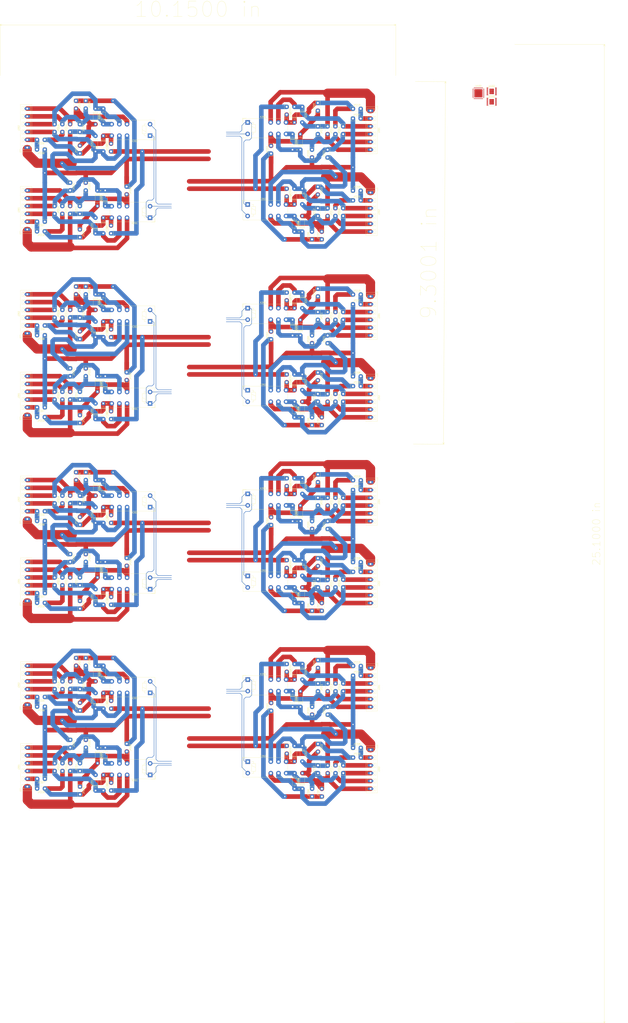
<source format=kicad_pcb>
(kicad_pcb (version 20171130) (host pcbnew 5.1.5+dfsg1-2build2)

  (general
    (thickness 1.6)
    (drawings 3)
    (tracks 2176)
    (zones 0)
    (modules 267)
    (nets 91)
  )

  (page A4)
  (layers
    (0 F.Cu signal)
    (31 B.Cu signal)
    (32 B.Adhes user)
    (33 F.Adhes user)
    (34 B.Paste user)
    (35 F.Paste user)
    (36 B.SilkS user)
    (37 F.SilkS user)
    (38 B.Mask user)
    (39 F.Mask user)
    (40 Dwgs.User user)
    (41 Cmts.User user)
    (42 Eco1.User user)
    (43 Eco2.User user)
    (44 Edge.Cuts user)
    (45 Margin user)
    (46 B.CrtYd user)
    (47 F.CrtYd user)
    (48 B.Fab user)
    (49 F.Fab user)
  )

  (setup
    (last_trace_width 0.3)
    (user_trace_width 6)
    (trace_clearance 0.3)
    (zone_clearance 0.508)
    (zone_45_only no)
    (trace_min 0.2)
    (via_size 0.8)
    (via_drill 0.4)
    (via_min_size 0.4)
    (via_min_drill 0.3)
    (uvia_size 0.3)
    (uvia_drill 0.1)
    (uvias_allowed no)
    (uvia_min_size 0.2)
    (uvia_min_drill 0.1)
    (edge_width 0.15)
    (segment_width 0.2)
    (pcb_text_width 0.3)
    (pcb_text_size 1.5 1.5)
    (mod_edge_width 0.15)
    (mod_text_size 1 1)
    (mod_text_width 0.15)
    (pad_size 1.524 1.524)
    (pad_drill 0.762)
    (pad_to_mask_clearance 0.2)
    (aux_axis_origin 0 0)
    (grid_origin 55.08 144.93)
    (visible_elements FFFFF7FF)
    (pcbplotparams
      (layerselection 0x00030_ffffffff)
      (usegerberextensions false)
      (usegerberattributes false)
      (usegerberadvancedattributes false)
      (creategerberjobfile false)
      (excludeedgelayer true)
      (linewidth 0.100000)
      (plotframeref false)
      (viasonmask false)
      (mode 1)
      (useauxorigin false)
      (hpglpennumber 1)
      (hpglpenspeed 20)
      (hpglpendiameter 15.000000)
      (psnegative false)
      (psa4output false)
      (plotreference true)
      (plotvalue true)
      (plotinvisibletext false)
      (padsonsilk false)
      (subtractmaskfromsilk false)
      (outputformat 1)
      (mirror false)
      (drillshape 0)
      (scaleselection 1)
      (outputdirectory ""))
  )

  (net 0 "")
  (net 1 /Relais/K1nc1)
  (net 2 /Relais/K1com1)
  (net 3 /Relais/K1no1)
  (net 4 /Relais/K1nc2)
  (net 5 /Relais/K1com2)
  (net 6 /Relais/K1no2)
  (net 7 /Relais/A)
  (net 8 /Relais/B)
  (net 9 /Relais/Relais1)
  (net 10 +12V)
  (net 11 /Relais/Relais2)
  (net 12 /Relais/K2nc1)
  (net 13 /Relais/K2com1)
  (net 14 /Relais/K2no1)
  (net 15 /Relais/K2nc2)
  (net 16 /Relais/K2com2)
  (net 17 /Relais/K2no2)
  (net 18 /Relais/J1Pin2)
  (net 19 /Relais/J2Pin2)
  (net 20 /sheet6234F32C/Relais1)
  (net 21 /sheet6234F32C/Relais2)
  (net 22 /sheet6234F392/Relais1)
  (net 23 /sheet6234F448/Relais1)
  (net 24 /sheet6234F448/Relais2)
  (net 25 /sheet6234F733/Relais1)
  (net 26 /sheet6234F733/Relais2)
  (net 27 /sheet6234F734/Relais1)
  (net 28 /sheet6234F734/Relais2)
  (net 29 /sheet6234F735/Relais1)
  (net 30 /sheet6234F735/Relais2)
  (net 31 /sheet6234F736/Relais1)
  (net 32 /sheet6234F736/Relais2)
  (net 33 "Net-(U101-Pad17)")
  (net 34 "Net-(U101-Pad11)")
  (net 35 "Net-(U101-Pad8)")
  (net 36 "Net-(U101-Pad7)")
  (net 37 "Net-(U101-Pad6)")
  (net 38 "Net-(U101-Pad5)")
  (net 39 "Net-(U101-Pad4)")
  (net 40 "Net-(U101-Pad3)")
  (net 41 "Net-(U101-Pad2)")
  (net 42 "Net-(U102-Pad17)")
  (net 43 "Net-(U102-Pad6)")
  (net 44 "Net-(U102-Pad5)")
  (net 45 "Net-(U103-Pad48)")
  (net 46 "Net-(U103-Pad47)")
  (net 47 "Net-(U103-Pad1)")
  (net 48 "Net-(U103-Pad45)")
  (net 49 "Net-(U103-Pad44)")
  (net 50 "Net-(U103-Pad42)")
  (net 51 "Net-(U103-Pad41)")
  (net 52 "Net-(U103-Pad40)")
  (net 53 "Net-(U103-Pad39)")
  (net 54 "Net-(U103-Pad38)")
  (net 55 "Net-(U103-Pad37)")
  (net 56 "Net-(U103-Pad36)")
  (net 57 "Net-(U103-Pad35)")
  (net 58 "Net-(U103-Pad34)")
  (net 59 "Net-(U103-Pad33)")
  (net 60 "Net-(U103-Pad32)")
  (net 61 "Net-(U103-Pad31)")
  (net 62 "Net-(U103-Pad30)")
  (net 63 "Net-(U103-Pad29)")
  (net 64 "Net-(U103-Pad28)")
  (net 65 "Net-(U103-Pad27)")
  (net 66 "Net-(U103-Pad26)")
  (net 67 "Net-(U103-Pad25)")
  (net 68 "Net-(U103-Pad24)")
  (net 69 "Net-(U103-Pad23)")
  (net 70 "Net-(U103-Pad22)")
  (net 71 "Net-(U103-Pad21)")
  (net 72 "Net-(U103-Pad20)")
  (net 73 "Net-(U103-Pad19)")
  (net 74 "Net-(U103-Pad18)")
  (net 75 "Net-(U103-Pad17)")
  (net 76 "Net-(U103-Pad16)")
  (net 77 "Net-(U103-Pad15)")
  (net 78 "Net-(U103-Pad14)")
  (net 79 "Net-(U103-Pad13)")
  (net 80 "Net-(U103-Pad12)")
  (net 81 "Net-(U103-Pad11)")
  (net 82 "Net-(U103-Pad10)")
  (net 83 "Net-(U103-Pad9)")
  (net 84 "Net-(U103-Pad8)")
  (net 85 "Net-(U103-Pad7)")
  (net 86 "Net-(U103-Pad6)")
  (net 87 "Net-(U103-Pad5)")
  (net 88 "Net-(U103-Pad3)")
  (net 89 "Net-(U103-Pad2)")
  (net 90 "Net-(U103-Pad49)")

  (net_class Default "This is the default net class."
    (clearance 0.3)
    (trace_width 0.3)
    (via_dia 0.8)
    (via_drill 0.4)
    (uvia_dia 0.3)
    (uvia_drill 0.1)
    (add_net +12V)
    (add_net /Relais/Relais1)
    (add_net /Relais/Relais2)
    (add_net /sheet6234F32C/Relais1)
    (add_net /sheet6234F32C/Relais2)
    (add_net /sheet6234F392/Relais1)
    (add_net /sheet6234F448/Relais1)
    (add_net /sheet6234F448/Relais2)
    (add_net /sheet6234F733/Relais1)
    (add_net /sheet6234F733/Relais2)
    (add_net /sheet6234F734/Relais1)
    (add_net /sheet6234F734/Relais2)
    (add_net /sheet6234F735/Relais1)
    (add_net /sheet6234F735/Relais2)
    (add_net /sheet6234F736/Relais1)
    (add_net /sheet6234F736/Relais2)
    (add_net "Net-(U101-Pad11)")
    (add_net "Net-(U101-Pad17)")
    (add_net "Net-(U101-Pad2)")
    (add_net "Net-(U101-Pad3)")
    (add_net "Net-(U101-Pad4)")
    (add_net "Net-(U101-Pad5)")
    (add_net "Net-(U101-Pad6)")
    (add_net "Net-(U101-Pad7)")
    (add_net "Net-(U101-Pad8)")
    (add_net "Net-(U102-Pad17)")
    (add_net "Net-(U102-Pad5)")
    (add_net "Net-(U102-Pad6)")
    (add_net "Net-(U103-Pad1)")
    (add_net "Net-(U103-Pad10)")
    (add_net "Net-(U103-Pad11)")
    (add_net "Net-(U103-Pad12)")
    (add_net "Net-(U103-Pad13)")
    (add_net "Net-(U103-Pad14)")
    (add_net "Net-(U103-Pad15)")
    (add_net "Net-(U103-Pad16)")
    (add_net "Net-(U103-Pad17)")
    (add_net "Net-(U103-Pad18)")
    (add_net "Net-(U103-Pad19)")
    (add_net "Net-(U103-Pad2)")
    (add_net "Net-(U103-Pad20)")
    (add_net "Net-(U103-Pad21)")
    (add_net "Net-(U103-Pad22)")
    (add_net "Net-(U103-Pad23)")
    (add_net "Net-(U103-Pad24)")
    (add_net "Net-(U103-Pad25)")
    (add_net "Net-(U103-Pad26)")
    (add_net "Net-(U103-Pad27)")
    (add_net "Net-(U103-Pad28)")
    (add_net "Net-(U103-Pad29)")
    (add_net "Net-(U103-Pad3)")
    (add_net "Net-(U103-Pad30)")
    (add_net "Net-(U103-Pad31)")
    (add_net "Net-(U103-Pad32)")
    (add_net "Net-(U103-Pad33)")
    (add_net "Net-(U103-Pad34)")
    (add_net "Net-(U103-Pad35)")
    (add_net "Net-(U103-Pad36)")
    (add_net "Net-(U103-Pad37)")
    (add_net "Net-(U103-Pad38)")
    (add_net "Net-(U103-Pad39)")
    (add_net "Net-(U103-Pad40)")
    (add_net "Net-(U103-Pad41)")
    (add_net "Net-(U103-Pad42)")
    (add_net "Net-(U103-Pad44)")
    (add_net "Net-(U103-Pad45)")
    (add_net "Net-(U103-Pad47)")
    (add_net "Net-(U103-Pad48)")
    (add_net "Net-(U103-Pad49)")
    (add_net "Net-(U103-Pad5)")
    (add_net "Net-(U103-Pad6)")
    (add_net "Net-(U103-Pad7)")
    (add_net "Net-(U103-Pad8)")
    (add_net "Net-(U103-Pad9)")
  )

  (net_class Ausgangstrom ""
    (clearance 1.8)
    (trace_width 3)
    (via_dia 1.2)
    (via_drill 0.8)
    (uvia_dia 0.3)
    (uvia_drill 0.1)
    (add_net /Relais/A)
    (add_net /Relais/B)
    (add_net /Relais/J1Pin2)
    (add_net /Relais/J2Pin2)
    (add_net /Relais/K1com1)
    (add_net /Relais/K1com2)
    (add_net /Relais/K1nc1)
    (add_net /Relais/K1nc2)
    (add_net /Relais/K1no1)
    (add_net /Relais/K1no2)
    (add_net /Relais/K2com1)
    (add_net /Relais/K2com2)
    (add_net /Relais/K2nc1)
    (add_net /Relais/K2nc2)
    (add_net /Relais/K2no1)
    (add_net /Relais/K2no2)
  )

  (module Package_DFN_QFN:QFN-48-1EP_7x7mm_P0.5mm_EP5.3x5.3mm (layer F.Cu) (tedit 5C26A111) (tstamp 621295F3)
    (at 878.51 -467.17)
    (descr "QFN, 48 Pin (https://www.trinamic.com/fileadmin/assets/Products/ICs_Documents/TMC2041_datasheet.pdf#page=62), generated with kicad-footprint-generator ipc_dfn_qfn_generator.py")
    (tags "QFN DFN_QFN")
    (path /62116121)
    (attr smd)
    (fp_text reference U103 (at 0 -4.8) (layer F.SilkS)
      (effects (font (size 1 1) (thickness 0.15)))
    )
    (fp_text value ESP32-PICO-D4 (at 0 4.8) (layer F.Fab)
      (effects (font (size 1 1) (thickness 0.15)))
    )
    (fp_text user %R (at 0 0) (layer F.Fab)
      (effects (font (size 1 1) (thickness 0.15)))
    )
    (fp_line (start 4.1 -4.1) (end -4.1 -4.1) (layer F.CrtYd) (width 0.05))
    (fp_line (start 4.1 4.1) (end 4.1 -4.1) (layer F.CrtYd) (width 0.05))
    (fp_line (start -4.1 4.1) (end 4.1 4.1) (layer F.CrtYd) (width 0.05))
    (fp_line (start -4.1 -4.1) (end -4.1 4.1) (layer F.CrtYd) (width 0.05))
    (fp_line (start -3.5 -2.5) (end -2.5 -3.5) (layer F.Fab) (width 0.1))
    (fp_line (start -3.5 3.5) (end -3.5 -2.5) (layer F.Fab) (width 0.1))
    (fp_line (start 3.5 3.5) (end -3.5 3.5) (layer F.Fab) (width 0.1))
    (fp_line (start 3.5 -3.5) (end 3.5 3.5) (layer F.Fab) (width 0.1))
    (fp_line (start -2.5 -3.5) (end 3.5 -3.5) (layer F.Fab) (width 0.1))
    (fp_line (start -3.135 -3.61) (end -3.61 -3.61) (layer F.SilkS) (width 0.12))
    (fp_line (start 3.61 3.61) (end 3.61 3.135) (layer F.SilkS) (width 0.12))
    (fp_line (start 3.135 3.61) (end 3.61 3.61) (layer F.SilkS) (width 0.12))
    (fp_line (start -3.61 3.61) (end -3.61 3.135) (layer F.SilkS) (width 0.12))
    (fp_line (start -3.135 3.61) (end -3.61 3.61) (layer F.SilkS) (width 0.12))
    (fp_line (start 3.61 -3.61) (end 3.61 -3.135) (layer F.SilkS) (width 0.12))
    (fp_line (start 3.135 -3.61) (end 3.61 -3.61) (layer F.SilkS) (width 0.12))
    (pad 48 smd roundrect (at -2.75 -3.45) (size 0.25 0.8) (layers F.Cu F.Paste F.Mask) (roundrect_rratio 0.25)
      (net 45 "Net-(U103-Pad48)"))
    (pad 47 smd roundrect (at -2.25 -3.45) (size 0.25 0.8) (layers F.Cu F.Paste F.Mask) (roundrect_rratio 0.25)
      (net 46 "Net-(U103-Pad47)"))
    (pad 46 smd roundrect (at -1.75 -3.45) (size 0.25 0.8) (layers F.Cu F.Paste F.Mask) (roundrect_rratio 0.25)
      (net 47 "Net-(U103-Pad1)"))
    (pad 45 smd roundrect (at -1.25 -3.45) (size 0.25 0.8) (layers F.Cu F.Paste F.Mask) (roundrect_rratio 0.25)
      (net 48 "Net-(U103-Pad45)"))
    (pad 44 smd roundrect (at -0.75 -3.45) (size 0.25 0.8) (layers F.Cu F.Paste F.Mask) (roundrect_rratio 0.25)
      (net 49 "Net-(U103-Pad44)"))
    (pad 43 smd roundrect (at -0.25 -3.45) (size 0.25 0.8) (layers F.Cu F.Paste F.Mask) (roundrect_rratio 0.25)
      (net 47 "Net-(U103-Pad1)"))
    (pad 42 smd roundrect (at 0.25 -3.45) (size 0.25 0.8) (layers F.Cu F.Paste F.Mask) (roundrect_rratio 0.25)
      (net 50 "Net-(U103-Pad42)"))
    (pad 41 smd roundrect (at 0.75 -3.45) (size 0.25 0.8) (layers F.Cu F.Paste F.Mask) (roundrect_rratio 0.25)
      (net 51 "Net-(U103-Pad41)"))
    (pad 40 smd roundrect (at 1.25 -3.45) (size 0.25 0.8) (layers F.Cu F.Paste F.Mask) (roundrect_rratio 0.25)
      (net 52 "Net-(U103-Pad40)"))
    (pad 39 smd roundrect (at 1.75 -3.45) (size 0.25 0.8) (layers F.Cu F.Paste F.Mask) (roundrect_rratio 0.25)
      (net 53 "Net-(U103-Pad39)"))
    (pad 38 smd roundrect (at 2.25 -3.45) (size 0.25 0.8) (layers F.Cu F.Paste F.Mask) (roundrect_rratio 0.25)
      (net 54 "Net-(U103-Pad38)"))
    (pad 37 smd roundrect (at 2.75 -3.45) (size 0.25 0.8) (layers F.Cu F.Paste F.Mask) (roundrect_rratio 0.25)
      (net 55 "Net-(U103-Pad37)"))
    (pad 36 smd roundrect (at 3.45 -2.75) (size 0.8 0.25) (layers F.Cu F.Paste F.Mask) (roundrect_rratio 0.25)
      (net 56 "Net-(U103-Pad36)"))
    (pad 35 smd roundrect (at 3.45 -2.25) (size 0.8 0.25) (layers F.Cu F.Paste F.Mask) (roundrect_rratio 0.25)
      (net 57 "Net-(U103-Pad35)"))
    (pad 34 smd roundrect (at 3.45 -1.75) (size 0.8 0.25) (layers F.Cu F.Paste F.Mask) (roundrect_rratio 0.25)
      (net 58 "Net-(U103-Pad34)"))
    (pad 33 smd roundrect (at 3.45 -1.25) (size 0.8 0.25) (layers F.Cu F.Paste F.Mask) (roundrect_rratio 0.25)
      (net 59 "Net-(U103-Pad33)"))
    (pad 32 smd roundrect (at 3.45 -0.75) (size 0.8 0.25) (layers F.Cu F.Paste F.Mask) (roundrect_rratio 0.25)
      (net 60 "Net-(U103-Pad32)"))
    (pad 31 smd roundrect (at 3.45 -0.25) (size 0.8 0.25) (layers F.Cu F.Paste F.Mask) (roundrect_rratio 0.25)
      (net 61 "Net-(U103-Pad31)"))
    (pad 30 smd roundrect (at 3.45 0.25) (size 0.8 0.25) (layers F.Cu F.Paste F.Mask) (roundrect_rratio 0.25)
      (net 62 "Net-(U103-Pad30)"))
    (pad 29 smd roundrect (at 3.45 0.75) (size 0.8 0.25) (layers F.Cu F.Paste F.Mask) (roundrect_rratio 0.25)
      (net 63 "Net-(U103-Pad29)"))
    (pad 28 smd roundrect (at 3.45 1.25) (size 0.8 0.25) (layers F.Cu F.Paste F.Mask) (roundrect_rratio 0.25)
      (net 64 "Net-(U103-Pad28)"))
    (pad 27 smd roundrect (at 3.45 1.75) (size 0.8 0.25) (layers F.Cu F.Paste F.Mask) (roundrect_rratio 0.25)
      (net 65 "Net-(U103-Pad27)"))
    (pad 26 smd roundrect (at 3.45 2.25) (size 0.8 0.25) (layers F.Cu F.Paste F.Mask) (roundrect_rratio 0.25)
      (net 66 "Net-(U103-Pad26)"))
    (pad 25 smd roundrect (at 3.45 2.75) (size 0.8 0.25) (layers F.Cu F.Paste F.Mask) (roundrect_rratio 0.25)
      (net 67 "Net-(U103-Pad25)"))
    (pad 24 smd roundrect (at 2.75 3.45) (size 0.25 0.8) (layers F.Cu F.Paste F.Mask) (roundrect_rratio 0.25)
      (net 68 "Net-(U103-Pad24)"))
    (pad 23 smd roundrect (at 2.25 3.45) (size 0.25 0.8) (layers F.Cu F.Paste F.Mask) (roundrect_rratio 0.25)
      (net 69 "Net-(U103-Pad23)"))
    (pad 22 smd roundrect (at 1.75 3.45) (size 0.25 0.8) (layers F.Cu F.Paste F.Mask) (roundrect_rratio 0.25)
      (net 70 "Net-(U103-Pad22)"))
    (pad 21 smd roundrect (at 1.25 3.45) (size 0.25 0.8) (layers F.Cu F.Paste F.Mask) (roundrect_rratio 0.25)
      (net 71 "Net-(U103-Pad21)"))
    (pad 20 smd roundrect (at 0.75 3.45) (size 0.25 0.8) (layers F.Cu F.Paste F.Mask) (roundrect_rratio 0.25)
      (net 72 "Net-(U103-Pad20)"))
    (pad 19 smd roundrect (at 0.25 3.45) (size 0.25 0.8) (layers F.Cu F.Paste F.Mask) (roundrect_rratio 0.25)
      (net 73 "Net-(U103-Pad19)"))
    (pad 18 smd roundrect (at -0.25 3.45) (size 0.25 0.8) (layers F.Cu F.Paste F.Mask) (roundrect_rratio 0.25)
      (net 74 "Net-(U103-Pad18)"))
    (pad 17 smd roundrect (at -0.75 3.45) (size 0.25 0.8) (layers F.Cu F.Paste F.Mask) (roundrect_rratio 0.25)
      (net 75 "Net-(U103-Pad17)"))
    (pad 16 smd roundrect (at -1.25 3.45) (size 0.25 0.8) (layers F.Cu F.Paste F.Mask) (roundrect_rratio 0.25)
      (net 76 "Net-(U103-Pad16)"))
    (pad 15 smd roundrect (at -1.75 3.45) (size 0.25 0.8) (layers F.Cu F.Paste F.Mask) (roundrect_rratio 0.25)
      (net 77 "Net-(U103-Pad15)"))
    (pad 14 smd roundrect (at -2.25 3.45) (size 0.25 0.8) (layers F.Cu F.Paste F.Mask) (roundrect_rratio 0.25)
      (net 78 "Net-(U103-Pad14)"))
    (pad 13 smd roundrect (at -2.75 3.45) (size 0.25 0.8) (layers F.Cu F.Paste F.Mask) (roundrect_rratio 0.25)
      (net 79 "Net-(U103-Pad13)"))
    (pad 12 smd roundrect (at -3.45 2.75) (size 0.8 0.25) (layers F.Cu F.Paste F.Mask) (roundrect_rratio 0.25)
      (net 80 "Net-(U103-Pad12)"))
    (pad 11 smd roundrect (at -3.45 2.25) (size 0.8 0.25) (layers F.Cu F.Paste F.Mask) (roundrect_rratio 0.25)
      (net 81 "Net-(U103-Pad11)"))
    (pad 10 smd roundrect (at -3.45 1.75) (size 0.8 0.25) (layers F.Cu F.Paste F.Mask) (roundrect_rratio 0.25)
      (net 82 "Net-(U103-Pad10)"))
    (pad 9 smd roundrect (at -3.45 1.25) (size 0.8 0.25) (layers F.Cu F.Paste F.Mask) (roundrect_rratio 0.25)
      (net 83 "Net-(U103-Pad9)"))
    (pad 8 smd roundrect (at -3.45 0.75) (size 0.8 0.25) (layers F.Cu F.Paste F.Mask) (roundrect_rratio 0.25)
      (net 84 "Net-(U103-Pad8)"))
    (pad 7 smd roundrect (at -3.45 0.25) (size 0.8 0.25) (layers F.Cu F.Paste F.Mask) (roundrect_rratio 0.25)
      (net 85 "Net-(U103-Pad7)"))
    (pad 6 smd roundrect (at -3.45 -0.25) (size 0.8 0.25) (layers F.Cu F.Paste F.Mask) (roundrect_rratio 0.25)
      (net 86 "Net-(U103-Pad6)"))
    (pad 5 smd roundrect (at -3.45 -0.75) (size 0.8 0.25) (layers F.Cu F.Paste F.Mask) (roundrect_rratio 0.25)
      (net 87 "Net-(U103-Pad5)"))
    (pad 4 smd roundrect (at -3.45 -1.25) (size 0.8 0.25) (layers F.Cu F.Paste F.Mask) (roundrect_rratio 0.25)
      (net 88 "Net-(U103-Pad3)"))
    (pad 3 smd roundrect (at -3.45 -1.75) (size 0.8 0.25) (layers F.Cu F.Paste F.Mask) (roundrect_rratio 0.25)
      (net 88 "Net-(U103-Pad3)"))
    (pad 2 smd roundrect (at -3.45 -2.25) (size 0.8 0.25) (layers F.Cu F.Paste F.Mask) (roundrect_rratio 0.25)
      (net 89 "Net-(U103-Pad2)"))
    (pad 1 smd roundrect (at -3.45 -2.75) (size 0.8 0.25) (layers F.Cu F.Paste F.Mask) (roundrect_rratio 0.25)
      (net 47 "Net-(U103-Pad1)"))
    (pad "" smd roundrect (at 1.98 1.98) (size 1.07 1.07) (layers F.Paste) (roundrect_rratio 0.233645))
    (pad "" smd roundrect (at 1.98 0.66) (size 1.07 1.07) (layers F.Paste) (roundrect_rratio 0.233645))
    (pad "" smd roundrect (at 1.98 -0.66) (size 1.07 1.07) (layers F.Paste) (roundrect_rratio 0.233645))
    (pad "" smd roundrect (at 1.98 -1.98) (size 1.07 1.07) (layers F.Paste) (roundrect_rratio 0.233645))
    (pad "" smd roundrect (at 0.66 1.98) (size 1.07 1.07) (layers F.Paste) (roundrect_rratio 0.233645))
    (pad "" smd roundrect (at 0.66 0.66) (size 1.07 1.07) (layers F.Paste) (roundrect_rratio 0.233645))
    (pad "" smd roundrect (at 0.66 -0.66) (size 1.07 1.07) (layers F.Paste) (roundrect_rratio 0.233645))
    (pad "" smd roundrect (at 0.66 -1.98) (size 1.07 1.07) (layers F.Paste) (roundrect_rratio 0.233645))
    (pad "" smd roundrect (at -0.66 1.98) (size 1.07 1.07) (layers F.Paste) (roundrect_rratio 0.233645))
    (pad "" smd roundrect (at -0.66 0.66) (size 1.07 1.07) (layers F.Paste) (roundrect_rratio 0.233645))
    (pad "" smd roundrect (at -0.66 -0.66) (size 1.07 1.07) (layers F.Paste) (roundrect_rratio 0.233645))
    (pad "" smd roundrect (at -0.66 -1.98) (size 1.07 1.07) (layers F.Paste) (roundrect_rratio 0.233645))
    (pad "" smd roundrect (at -1.98 1.98) (size 1.07 1.07) (layers F.Paste) (roundrect_rratio 0.233645))
    (pad "" smd roundrect (at -1.98 0.66) (size 1.07 1.07) (layers F.Paste) (roundrect_rratio 0.233645))
    (pad "" smd roundrect (at -1.98 -0.66) (size 1.07 1.07) (layers F.Paste) (roundrect_rratio 0.233645))
    (pad "" smd roundrect (at -1.98 -1.98) (size 1.07 1.07) (layers F.Paste) (roundrect_rratio 0.233645))
    (pad 49 smd roundrect (at 0 0) (size 5.3 5.3) (layers F.Cu F.Mask) (roundrect_rratio 0.04717)
      (net 90 "Net-(U103-Pad49)"))
    (model ${KISYS3DMOD}/Package_DFN_QFN.3dshapes/QFN-48-1EP_7x7mm_P0.5mm_EP5.3x5.3mm.wrl
      (at (xyz 0 0 0))
      (scale (xyz 1 1 1))
      (rotate (xyz 0 0 0))
    )
  )

  (module Package_SO:TSSOP-16-1EP_4.4x5mm_P0.65mm (layer F.Cu) (tedit 5A02F25C) (tstamp 6212959D)
    (at 887.16 -468.37)
    (descr "FE Package; 16-Lead Plastic TSSOP (4.4mm); Exposed Pad Variation BB; (see Linear Technology 1956f.pdf)")
    (tags "SSOP 0.65")
    (path /623582EF)
    (attr smd)
    (fp_text reference U102 (at 0 -3.55) (layer F.SilkS)
      (effects (font (size 1 1) (thickness 0.15)))
    )
    (fp_text value DRV8860_PWPR (at 0 3.55) (layer F.Fab)
      (effects (font (size 1 1) (thickness 0.15)))
    )
    (fp_text user %R (at 0 0) (layer F.Fab)
      (effects (font (size 0.8 0.8) (thickness 0.15)))
    )
    (fp_line (start -3.375 -2.825) (end 2.25 -2.825) (layer F.SilkS) (width 0.15))
    (fp_line (start -2.25 2.725) (end 2.25 2.725) (layer F.SilkS) (width 0.15))
    (fp_line (start -3.5 2.8) (end 3.5 2.8) (layer F.CrtYd) (width 0.05))
    (fp_line (start -3.5 -2.9) (end 3.5 -2.9) (layer F.CrtYd) (width 0.05))
    (fp_line (start 3.5 -2.9) (end 3.5 2.8) (layer F.CrtYd) (width 0.05))
    (fp_line (start -3.5 -2.9) (end -3.5 2.8) (layer F.CrtYd) (width 0.05))
    (fp_line (start -2.2 -1.5) (end -1.2 -2.5) (layer F.Fab) (width 0.15))
    (fp_line (start -2.2 2.5) (end -2.2 -1.5) (layer F.Fab) (width 0.15))
    (fp_line (start 2.2 2.5) (end -2.2 2.5) (layer F.Fab) (width 0.15))
    (fp_line (start 2.2 -2.5) (end 2.2 2.5) (layer F.Fab) (width 0.15))
    (fp_line (start -1.2 -2.5) (end 2.2 -2.5) (layer F.Fab) (width 0.15))
    (pad 17 smd rect (at -0.735 -1.3425) (size 1.47 0.895) (layers F.Cu F.Paste F.Mask)
      (net 42 "Net-(U102-Pad17)") (solder_paste_margin_ratio -0.2))
    (pad 17 smd rect (at -0.735 -0.4475) (size 1.47 0.895) (layers F.Cu F.Paste F.Mask)
      (net 42 "Net-(U102-Pad17)") (solder_paste_margin_ratio -0.2))
    (pad 17 smd rect (at -0.735 0.4475) (size 1.47 0.895) (layers F.Cu F.Paste F.Mask)
      (net 42 "Net-(U102-Pad17)") (solder_paste_margin_ratio -0.2))
    (pad 17 smd rect (at -0.735 1.3425) (size 1.47 0.895) (layers F.Cu F.Paste F.Mask)
      (net 42 "Net-(U102-Pad17)") (solder_paste_margin_ratio -0.2))
    (pad 17 smd rect (at 0.735 -1.3425) (size 1.47 0.895) (layers F.Cu F.Paste F.Mask)
      (net 42 "Net-(U102-Pad17)") (solder_paste_margin_ratio -0.2))
    (pad 17 smd rect (at 0.735 -0.4475) (size 1.47 0.895) (layers F.Cu F.Paste F.Mask)
      (net 42 "Net-(U102-Pad17)") (solder_paste_margin_ratio -0.2))
    (pad 17 smd rect (at 0.735 0.4475) (size 1.47 0.895) (layers F.Cu F.Paste F.Mask)
      (net 42 "Net-(U102-Pad17)") (solder_paste_margin_ratio -0.2))
    (pad 17 smd rect (at 0.735 1.3425) (size 1.47 0.895) (layers F.Cu F.Paste F.Mask)
      (net 42 "Net-(U102-Pad17)") (solder_paste_margin_ratio -0.2))
    (pad 16 smd rect (at 2.775 -2.275) (size 1.05 0.45) (layers F.Cu F.Paste F.Mask)
      (net 25 /sheet6234F733/Relais1))
    (pad 15 smd rect (at 2.775 -1.625) (size 1.05 0.45) (layers F.Cu F.Paste F.Mask)
      (net 26 /sheet6234F733/Relais2))
    (pad 14 smd rect (at 2.775 -0.975) (size 1.05 0.45) (layers F.Cu F.Paste F.Mask)
      (net 27 /sheet6234F734/Relais1))
    (pad 13 smd rect (at 2.775 -0.325) (size 1.05 0.45) (layers F.Cu F.Paste F.Mask)
      (net 28 /sheet6234F734/Relais2))
    (pad 12 smd rect (at 2.775 0.325) (size 1.05 0.45) (layers F.Cu F.Paste F.Mask)
      (net 29 /sheet6234F735/Relais1))
    (pad 11 smd rect (at 2.775 0.975) (size 1.05 0.45) (layers F.Cu F.Paste F.Mask)
      (net 30 /sheet6234F735/Relais2))
    (pad 10 smd rect (at 2.775 1.625) (size 1.05 0.45) (layers F.Cu F.Paste F.Mask)
      (net 31 /sheet6234F736/Relais1))
    (pad 9 smd rect (at 2.775 2.275) (size 1.05 0.45) (layers F.Cu F.Paste F.Mask)
      (net 32 /sheet6234F736/Relais2))
    (pad 8 smd rect (at -2.775 2.275) (size 1.05 0.45) (layers F.Cu F.Paste F.Mask)
      (net 35 "Net-(U101-Pad8)"))
    (pad 7 smd rect (at -2.775 1.625) (size 1.05 0.45) (layers F.Cu F.Paste F.Mask)
      (net 36 "Net-(U101-Pad7)"))
    (pad 6 smd rect (at -2.775 0.975) (size 1.05 0.45) (layers F.Cu F.Paste F.Mask)
      (net 43 "Net-(U102-Pad6)"))
    (pad 5 smd rect (at -2.775 0.325) (size 1.05 0.45) (layers F.Cu F.Paste F.Mask)
      (net 44 "Net-(U102-Pad5)"))
    (pad 4 smd rect (at -2.775 -0.325) (size 1.05 0.45) (layers F.Cu F.Paste F.Mask)
      (net 39 "Net-(U101-Pad4)"))
    (pad 3 smd rect (at -2.775 -0.975) (size 1.05 0.45) (layers F.Cu F.Paste F.Mask)
      (net 40 "Net-(U101-Pad3)"))
    (pad 2 smd rect (at -2.775 -1.625) (size 1.05 0.45) (layers F.Cu F.Paste F.Mask)
      (net 37 "Net-(U101-Pad6)"))
    (pad 1 smd rect (at -2.775 -2.275) (size 1.05 0.45) (layers F.Cu F.Paste F.Mask)
      (net 10 +12V))
    (model ${KISYS3DMOD}/Package_SO.3dshapes/TSSOP-16-1EP_4.4x5mm_P0.65mm.wrl
      (at (xyz 0 0 0))
      (scale (xyz 1 1 1))
      (rotate (xyz 0 0 0))
    )
  )

  (module Package_SO:TSSOP-16-1EP_4.4x5mm_P0.65mm (layer F.Cu) (tedit 5A02F25C) (tstamp 62129575)
    (at 887.16 -461.62)
    (descr "FE Package; 16-Lead Plastic TSSOP (4.4mm); Exposed Pad Variation BB; (see Linear Technology 1956f.pdf)")
    (tags "SSOP 0.65")
    (path /623577D8)
    (attr smd)
    (fp_text reference U101 (at 0 -3.55) (layer F.SilkS)
      (effects (font (size 1 1) (thickness 0.15)))
    )
    (fp_text value DRV8860_PWPR (at 0 3.55) (layer F.Fab)
      (effects (font (size 1 1) (thickness 0.15)))
    )
    (fp_text user %R (at 0 0) (layer F.Fab)
      (effects (font (size 0.8 0.8) (thickness 0.15)))
    )
    (fp_line (start -3.375 -2.825) (end 2.25 -2.825) (layer F.SilkS) (width 0.15))
    (fp_line (start -2.25 2.725) (end 2.25 2.725) (layer F.SilkS) (width 0.15))
    (fp_line (start -3.5 2.8) (end 3.5 2.8) (layer F.CrtYd) (width 0.05))
    (fp_line (start -3.5 -2.9) (end 3.5 -2.9) (layer F.CrtYd) (width 0.05))
    (fp_line (start 3.5 -2.9) (end 3.5 2.8) (layer F.CrtYd) (width 0.05))
    (fp_line (start -3.5 -2.9) (end -3.5 2.8) (layer F.CrtYd) (width 0.05))
    (fp_line (start -2.2 -1.5) (end -1.2 -2.5) (layer F.Fab) (width 0.15))
    (fp_line (start -2.2 2.5) (end -2.2 -1.5) (layer F.Fab) (width 0.15))
    (fp_line (start 2.2 2.5) (end -2.2 2.5) (layer F.Fab) (width 0.15))
    (fp_line (start 2.2 -2.5) (end 2.2 2.5) (layer F.Fab) (width 0.15))
    (fp_line (start -1.2 -2.5) (end 2.2 -2.5) (layer F.Fab) (width 0.15))
    (pad 17 smd rect (at -0.735 -1.3425) (size 1.47 0.895) (layers F.Cu F.Paste F.Mask)
      (net 33 "Net-(U101-Pad17)") (solder_paste_margin_ratio -0.2))
    (pad 17 smd rect (at -0.735 -0.4475) (size 1.47 0.895) (layers F.Cu F.Paste F.Mask)
      (net 33 "Net-(U101-Pad17)") (solder_paste_margin_ratio -0.2))
    (pad 17 smd rect (at -0.735 0.4475) (size 1.47 0.895) (layers F.Cu F.Paste F.Mask)
      (net 33 "Net-(U101-Pad17)") (solder_paste_margin_ratio -0.2))
    (pad 17 smd rect (at -0.735 1.3425) (size 1.47 0.895) (layers F.Cu F.Paste F.Mask)
      (net 33 "Net-(U101-Pad17)") (solder_paste_margin_ratio -0.2))
    (pad 17 smd rect (at 0.735 -1.3425) (size 1.47 0.895) (layers F.Cu F.Paste F.Mask)
      (net 33 "Net-(U101-Pad17)") (solder_paste_margin_ratio -0.2))
    (pad 17 smd rect (at 0.735 -0.4475) (size 1.47 0.895) (layers F.Cu F.Paste F.Mask)
      (net 33 "Net-(U101-Pad17)") (solder_paste_margin_ratio -0.2))
    (pad 17 smd rect (at 0.735 0.4475) (size 1.47 0.895) (layers F.Cu F.Paste F.Mask)
      (net 33 "Net-(U101-Pad17)") (solder_paste_margin_ratio -0.2))
    (pad 17 smd rect (at 0.735 1.3425) (size 1.47 0.895) (layers F.Cu F.Paste F.Mask)
      (net 33 "Net-(U101-Pad17)") (solder_paste_margin_ratio -0.2))
    (pad 16 smd rect (at 2.775 -2.275) (size 1.05 0.45) (layers F.Cu F.Paste F.Mask)
      (net 9 /Relais/Relais1))
    (pad 15 smd rect (at 2.775 -1.625) (size 1.05 0.45) (layers F.Cu F.Paste F.Mask)
      (net 11 /Relais/Relais2))
    (pad 14 smd rect (at 2.775 -0.975) (size 1.05 0.45) (layers F.Cu F.Paste F.Mask)
      (net 20 /sheet6234F32C/Relais1))
    (pad 13 smd rect (at 2.775 -0.325) (size 1.05 0.45) (layers F.Cu F.Paste F.Mask)
      (net 21 /sheet6234F32C/Relais2))
    (pad 12 smd rect (at 2.775 0.325) (size 1.05 0.45) (layers F.Cu F.Paste F.Mask)
      (net 22 /sheet6234F392/Relais1))
    (pad 11 smd rect (at 2.775 0.975) (size 1.05 0.45) (layers F.Cu F.Paste F.Mask)
      (net 34 "Net-(U101-Pad11)"))
    (pad 10 smd rect (at 2.775 1.625) (size 1.05 0.45) (layers F.Cu F.Paste F.Mask)
      (net 23 /sheet6234F448/Relais1))
    (pad 9 smd rect (at 2.775 2.275) (size 1.05 0.45) (layers F.Cu F.Paste F.Mask)
      (net 24 /sheet6234F448/Relais2))
    (pad 8 smd rect (at -2.775 2.275) (size 1.05 0.45) (layers F.Cu F.Paste F.Mask)
      (net 35 "Net-(U101-Pad8)"))
    (pad 7 smd rect (at -2.775 1.625) (size 1.05 0.45) (layers F.Cu F.Paste F.Mask)
      (net 36 "Net-(U101-Pad7)"))
    (pad 6 smd rect (at -2.775 0.975) (size 1.05 0.45) (layers F.Cu F.Paste F.Mask)
      (net 37 "Net-(U101-Pad6)"))
    (pad 5 smd rect (at -2.775 0.325) (size 1.05 0.45) (layers F.Cu F.Paste F.Mask)
      (net 38 "Net-(U101-Pad5)"))
    (pad 4 smd rect (at -2.775 -0.325) (size 1.05 0.45) (layers F.Cu F.Paste F.Mask)
      (net 39 "Net-(U101-Pad4)"))
    (pad 3 smd rect (at -2.775 -0.975) (size 1.05 0.45) (layers F.Cu F.Paste F.Mask)
      (net 40 "Net-(U101-Pad3)"))
    (pad 2 smd rect (at -2.775 -1.625) (size 1.05 0.45) (layers F.Cu F.Paste F.Mask)
      (net 41 "Net-(U101-Pad2)"))
    (pad 1 smd rect (at -2.775 -2.275) (size 1.05 0.45) (layers F.Cu F.Paste F.Mask)
      (net 10 +12V))
    (model ${KISYS3DMOD}/Package_SO.3dshapes/TSSOP-16-1EP_4.4x5mm_P0.65mm.wrl
      (at (xyz 0 0 0))
      (scale (xyz 1 1 1))
      (rotate (xyz 0 0 0))
    )
  )

  (module Diode_THT:D_DO-41_SOD81_P10.16mm_Horizontal (layer F.Cu) (tedit 5AE50CD5) (tstamp 6213917C)
    (at 629.0692 -215.18 270)
    (descr "Diode, DO-41_SOD81 series, Axial, Horizontal, pin pitch=10.16mm, , length*diameter=5.2*2.7mm^2, , http://www.diodes.com/_files/packages/DO-41%20(Plastic).pdf")
    (tags "Diode DO-41_SOD81 series Axial Horizontal pin pitch 10.16mm  length 5.2mm diameter 2.7mm")
    (path /621DCC08/6225BAE4)
    (fp_text reference D206 (at 5.08 -2.47 90) (layer F.SilkS)
      (effects (font (size 1 1) (thickness 0.15)))
    )
    (fp_text value 1N4001 (at 5.08 2.47 90) (layer F.Fab)
      (effects (font (size 1 1) (thickness 0.15)))
    )
    (fp_text user K (at 0 -2.1 90) (layer F.SilkS)
      (effects (font (size 1 1) (thickness 0.15)))
    )
    (fp_text user K (at 0 -2.1 90) (layer F.Fab)
      (effects (font (size 1 1) (thickness 0.15)))
    )
    (fp_text user %R (at 5.47 0 90) (layer F.Fab)
      (effects (font (size 1 1) (thickness 0.15)))
    )
    (fp_line (start 11.51 -1.6) (end -1.35 -1.6) (layer F.CrtYd) (width 0.05))
    (fp_line (start 11.51 1.6) (end 11.51 -1.6) (layer F.CrtYd) (width 0.05))
    (fp_line (start -1.35 1.6) (end 11.51 1.6) (layer F.CrtYd) (width 0.05))
    (fp_line (start -1.35 -1.6) (end -1.35 1.6) (layer F.CrtYd) (width 0.05))
    (fp_line (start 3.14 -1.47) (end 3.14 1.47) (layer F.SilkS) (width 0.12))
    (fp_line (start 3.38 -1.47) (end 3.38 1.47) (layer F.SilkS) (width 0.12))
    (fp_line (start 3.26 -1.47) (end 3.26 1.47) (layer F.SilkS) (width 0.12))
    (fp_line (start 8.82 0) (end 7.8 0) (layer F.SilkS) (width 0.12))
    (fp_line (start 1.34 0) (end 2.36 0) (layer F.SilkS) (width 0.12))
    (fp_line (start 7.8 -1.47) (end 2.36 -1.47) (layer F.SilkS) (width 0.12))
    (fp_line (start 7.8 1.47) (end 7.8 -1.47) (layer F.SilkS) (width 0.12))
    (fp_line (start 2.36 1.47) (end 7.8 1.47) (layer F.SilkS) (width 0.12))
    (fp_line (start 2.36 -1.47) (end 2.36 1.47) (layer F.SilkS) (width 0.12))
    (fp_line (start 3.16 -1.35) (end 3.16 1.35) (layer F.Fab) (width 0.1))
    (fp_line (start 3.36 -1.35) (end 3.36 1.35) (layer F.Fab) (width 0.1))
    (fp_line (start 3.26 -1.35) (end 3.26 1.35) (layer F.Fab) (width 0.1))
    (fp_line (start 10.16 0) (end 7.68 0) (layer F.Fab) (width 0.1))
    (fp_line (start 0 0) (end 2.48 0) (layer F.Fab) (width 0.1))
    (fp_line (start 7.68 -1.35) (end 2.48 -1.35) (layer F.Fab) (width 0.1))
    (fp_line (start 7.68 1.35) (end 7.68 -1.35) (layer F.Fab) (width 0.1))
    (fp_line (start 2.48 1.35) (end 7.68 1.35) (layer F.Fab) (width 0.1))
    (fp_line (start 2.48 -1.35) (end 2.48 1.35) (layer F.Fab) (width 0.1))
    (pad 2 thru_hole oval (at 10.16 0 270) (size 2.2 2.2) (drill 1.1) (layers *.Cu *.Mask)
      (net 15 /Relais/K2nc2))
    (pad 1 thru_hole rect (at 0 0 270) (size 2.2 2.2) (drill 1.1) (layers *.Cu *.Mask)
      (net 16 /Relais/K2com2))
    (model ${KISYS3DMOD}/Diode_THT.3dshapes/D_DO-41_SOD81_P10.16mm_Horizontal.wrl
      (at (xyz 0 0 0))
      (scale (xyz 1 1 1))
      (rotate (xyz 0 0 0))
    )
  )

  (module TestPoint:TestPoint_2Pads_Pitch5.08mm_Drill1.3mm (layer F.Cu) (tedit 5BD71EB4) (tstamp 6213916A)
    (at 618.8584 -427.97 90)
    (descr "Test point with 2 pads, pitch 5.08mm, hole diameter 1.3mm, wire diameter 1.0mm")
    (tags "CONN DEV")
    (path /621DCC08/6225BB84)
    (attr virtual)
    (fp_text reference JP210 (at 2.54 -2.5 90) (layer F.SilkS)
      (effects (font (size 1 1) (thickness 0.15)))
    )
    (fp_text value Jumper_NO_Small (at 2.54 3 90) (layer F.Fab)
      (effects (font (size 1 1) (thickness 0.15)))
    )
    (fp_line (start 6.6 1.5) (end -1.5 1.5) (layer F.SilkS) (width 0.12))
    (fp_line (start -1.5 -1.5) (end 6.6 -1.5) (layer F.SilkS) (width 0.12))
    (fp_line (start 6.6 1.5) (end 6.6 -1.5) (layer F.SilkS) (width 0.12))
    (fp_line (start -1.5 -1.5) (end -1.5 1.5) (layer F.SilkS) (width 0.12))
    (fp_line (start 5.08 0) (end 0 0) (layer F.Fab) (width 0.1))
    (fp_line (start -1.8 -1.8) (end 6.88 -1.8) (layer F.CrtYd) (width 0.05))
    (fp_line (start -1.8 -1.8) (end -1.8 1.8) (layer F.CrtYd) (width 0.05))
    (fp_line (start 6.88 1.8) (end 6.88 -1.8) (layer F.CrtYd) (width 0.05))
    (fp_line (start 6.88 1.8) (end -1.8 1.8) (layer F.CrtYd) (width 0.05))
    (fp_text user %R (at 2.54 0 90) (layer F.Fab)
      (effects (font (size 1 1) (thickness 0.15)))
    )
    (pad 2 thru_hole circle (at 5.08 0 90) (size 2.6 2.6) (drill 1.3) (layers *.Cu *.Mask)
      (net 15 /Relais/K2nc2))
    (pad 1 thru_hole roundrect (at 0 0 90) (size 2.6 2.6) (drill 1.3) (layers *.Cu *.Mask) (roundrect_rratio 0.25)
      (net 14 /Relais/K2no1))
  )

  (module Relay_THT:Relay_DPDT_Finder_40.52 (layer F.Cu) (tedit 5A5B3E92) (tstamp 62139141)
    (at 664.5784 -439.52 180)
    (descr "Relay DPDT Finder 40.52, Pitch 5mm/7.5mm, https://www.finder-relais.net/de/finder-relais-serie-40.pdf")
    (tags "Relay DPDT Finder 40.52 Pitch 5mm")
    (path /621DCC08/6225BB09)
    (fp_text reference K202 (at 10 -3.6) (layer F.SilkS)
      (effects (font (size 1 1) (thickness 0.15)))
    )
    (fp_text value FINDER-40.52 (at 12.192 11.43) (layer F.Fab)
      (effects (font (size 1 1) (thickness 0.15)))
    )
    (fp_line (start 26.75 10.25) (end -3.25 10.25) (layer F.CrtYd) (width 0.05))
    (fp_line (start 26.75 10.25) (end 26.75 -2.75) (layer F.CrtYd) (width 0.05))
    (fp_line (start -3.25 -2.75) (end -3.25 10.25) (layer F.CrtYd) (width 0.05))
    (fp_line (start -3.25 -2.75) (end 26.75 -2.75) (layer F.CrtYd) (width 0.05))
    (fp_line (start 2.54 1.27) (end 3.81 1.27) (layer F.SilkS) (width 0.12))
    (fp_line (start 2.54 6.35) (end 2.54 1.27) (layer F.SilkS) (width 0.12))
    (fp_line (start 5.08 6.35) (end 2.54 6.35) (layer F.SilkS) (width 0.12))
    (fp_line (start 5.08 1.27) (end 5.08 6.35) (layer F.SilkS) (width 0.12))
    (fp_line (start 3.81 1.27) (end 5.08 1.27) (layer F.SilkS) (width 0.12))
    (fp_line (start 3.81 0) (end 3.81 1.27) (layer F.SilkS) (width 0.12))
    (fp_line (start 2.54 0) (end 3.81 0) (layer F.SilkS) (width 0.12))
    (fp_line (start 3.81 7.62) (end 2.54 7.62) (layer F.SilkS) (width 0.12))
    (fp_line (start 3.81 6.35) (end 3.81 7.62) (layer F.SilkS) (width 0.12))
    (fp_line (start 2.54 2.54) (end 5.08 3.81) (layer F.SilkS) (width 0.12))
    (fp_line (start 0 1.8) (end 0 5.8) (layer F.Fab) (width 0.12))
    (fp_line (start -3 -1.4) (end -3 10) (layer F.Fab) (width 0.12))
    (fp_line (start -3 10) (end 26 10) (layer F.Fab) (width 0.12))
    (fp_line (start 26 10) (end 26 -2.5) (layer F.Fab) (width 0.12))
    (fp_line (start 26 -2.5) (end -2 -2.5) (layer F.Fab) (width 0.12))
    (fp_line (start -2 -2.5) (end -3 -1.4) (layer F.Fab) (width 0.12))
    (fp_line (start -3.1 -2.6) (end 26.1 -2.6) (layer F.SilkS) (width 0.12))
    (fp_line (start 26.1 -2.6) (end 26.1 -1.4) (layer F.SilkS) (width 0.12))
    (fp_line (start 26.1 1.4) (end 26.1 6.1) (layer F.SilkS) (width 0.12))
    (fp_line (start 26.1 8.9) (end 26.1 10.1) (layer F.SilkS) (width 0.12))
    (fp_line (start 26.1 10.1) (end -3.1 10.1) (layer F.SilkS) (width 0.12))
    (fp_line (start -3.1 10.1) (end -3.1 -2.6) (layer F.SilkS) (width 0.12))
    (fp_line (start -0.9 -2.8) (end -3.3 -2.8) (layer F.SilkS) (width 0.12))
    (fp_line (start -3.3 -0.4) (end -3.3 -2.8) (layer F.SilkS) (width 0.12))
    (fp_text user %R (at 12.065 3.81) (layer F.Fab)
      (effects (font (size 1 1) (thickness 0.15)))
    )
    (pad 14 thru_hole circle (at 25 0 180) (size 3 3) (drill 1.5) (layers *.Cu *.Mask)
      (net 14 /Relais/K2no1))
    (pad 21 thru_hole circle (at 20 7.5 180) (size 3 3) (drill 1.5) (layers *.Cu *.Mask)
      (net 16 /Relais/K2com2))
    (pad 12 thru_hole circle (at 15 0 180) (size 3 3) (drill 1.5) (layers *.Cu *.Mask)
      (net 12 /Relais/K2nc1))
    (pad 22 thru_hole circle (at 15 7.5 180) (size 3 3) (drill 1.5) (layers *.Cu *.Mask)
      (net 15 /Relais/K2nc2))
    (pad 24 thru_hole circle (at 25 7.5 180) (size 3 3) (drill 1.5) (layers *.Cu *.Mask)
      (net 17 /Relais/K2no2))
    (pad 11 thru_hole circle (at 20 0 180) (size 3 3) (drill 1.5) (layers *.Cu *.Mask)
      (net 13 /Relais/K2com1))
    (pad A2 thru_hole circle (at 0 7.5 180) (size 3 3) (drill 1.5) (layers *.Cu *.Mask)
      (net 11 /Relais/Relais2))
    (pad A1 thru_hole rect (at 0 0 180) (size 3 3) (drill 1.5) (layers *.Cu *.Mask)
      (net 10 +12V))
    (model ${KISYS3DMOD}/Relay_THT.3dshapes/Relay_DPDT_Finder_40.52.wrl
      (at (xyz 0 0 0))
      (scale (xyz 1 1 1))
      (rotate (xyz 0 0 0))
    )
  )

  (module TestPoint:TestPoint_2Pads_Pitch5.08mm_Drill1.3mm (layer F.Cu) (tedit 5BD71EB4) (tstamp 6213912A)
    (at 639.2038 -308.24 90)
    (descr "Test point with 2 pads, pitch 5.08mm, hole diameter 1.3mm, wire diameter 1.0mm")
    (tags "CONN DEV")
    (path /621DCC08/6225BB74)
    (attr virtual)
    (fp_text reference JP202 (at 2.54 -2.5 90) (layer F.SilkS)
      (effects (font (size 1 1) (thickness 0.15)))
    )
    (fp_text value Jumper_NO_Small (at 2.54 3 90) (layer F.Fab)
      (effects (font (size 1 1) (thickness 0.15)))
    )
    (fp_line (start 6.6 1.5) (end -1.5 1.5) (layer F.SilkS) (width 0.12))
    (fp_line (start -1.5 -1.5) (end 6.6 -1.5) (layer F.SilkS) (width 0.12))
    (fp_line (start 6.6 1.5) (end 6.6 -1.5) (layer F.SilkS) (width 0.12))
    (fp_line (start -1.5 -1.5) (end -1.5 1.5) (layer F.SilkS) (width 0.12))
    (fp_line (start 5.08 0) (end 0 0) (layer F.Fab) (width 0.1))
    (fp_line (start -1.8 -1.8) (end 6.88 -1.8) (layer F.CrtYd) (width 0.05))
    (fp_line (start -1.8 -1.8) (end -1.8 1.8) (layer F.CrtYd) (width 0.05))
    (fp_line (start 6.88 1.8) (end 6.88 -1.8) (layer F.CrtYd) (width 0.05))
    (fp_line (start 6.88 1.8) (end -1.8 1.8) (layer F.CrtYd) (width 0.05))
    (fp_text user %R (at 2.54 0 90) (layer F.Fab)
      (effects (font (size 1 1) (thickness 0.15)))
    )
    (pad 2 thru_hole circle (at 5.08 0 90) (size 2.6 2.6) (drill 1.3) (layers *.Cu *.Mask)
      (net 14 /Relais/K2no1))
    (pad 1 thru_hole roundrect (at 0 0 90) (size 2.6 2.6) (drill 1.3) (layers *.Cu *.Mask) (roundrect_rratio 0.25)
      (net 7 /Relais/A))
  )

  (module Diode_THT:D_DO-41_SOD81_P10.16mm_Horizontal (layer F.Cu) (tedit 5AE50CD5) (tstamp 6213910A)
    (at 629.0438 -254.9 90)
    (descr "Diode, DO-41_SOD81 series, Axial, Horizontal, pin pitch=10.16mm, , length*diameter=5.2*2.7mm^2, , http://www.diodes.com/_files/packages/DO-41%20(Plastic).pdf")
    (tags "Diode DO-41_SOD81 series Axial Horizontal pin pitch 10.16mm  length 5.2mm diameter 2.7mm")
    (path /621DCC08/621E756D)
    (fp_text reference D201 (at 5.08 -2.47 90) (layer F.SilkS)
      (effects (font (size 1 1) (thickness 0.15)))
    )
    (fp_text value 1N4001 (at 5.08 2.47 90) (layer F.Fab)
      (effects (font (size 1 1) (thickness 0.15)))
    )
    (fp_text user K (at 0 -2.1 90) (layer F.SilkS)
      (effects (font (size 1 1) (thickness 0.15)))
    )
    (fp_text user K (at 0 -2.1 90) (layer F.Fab)
      (effects (font (size 1 1) (thickness 0.15)))
    )
    (fp_text user %R (at 5.47 0 90) (layer F.Fab)
      (effects (font (size 1 1) (thickness 0.15)))
    )
    (fp_line (start 11.51 -1.6) (end -1.35 -1.6) (layer F.CrtYd) (width 0.05))
    (fp_line (start 11.51 1.6) (end 11.51 -1.6) (layer F.CrtYd) (width 0.05))
    (fp_line (start -1.35 1.6) (end 11.51 1.6) (layer F.CrtYd) (width 0.05))
    (fp_line (start -1.35 -1.6) (end -1.35 1.6) (layer F.CrtYd) (width 0.05))
    (fp_line (start 3.14 -1.47) (end 3.14 1.47) (layer F.SilkS) (width 0.12))
    (fp_line (start 3.38 -1.47) (end 3.38 1.47) (layer F.SilkS) (width 0.12))
    (fp_line (start 3.26 -1.47) (end 3.26 1.47) (layer F.SilkS) (width 0.12))
    (fp_line (start 8.82 0) (end 7.8 0) (layer F.SilkS) (width 0.12))
    (fp_line (start 1.34 0) (end 2.36 0) (layer F.SilkS) (width 0.12))
    (fp_line (start 7.8 -1.47) (end 2.36 -1.47) (layer F.SilkS) (width 0.12))
    (fp_line (start 7.8 1.47) (end 7.8 -1.47) (layer F.SilkS) (width 0.12))
    (fp_line (start 2.36 1.47) (end 7.8 1.47) (layer F.SilkS) (width 0.12))
    (fp_line (start 2.36 -1.47) (end 2.36 1.47) (layer F.SilkS) (width 0.12))
    (fp_line (start 3.16 -1.35) (end 3.16 1.35) (layer F.Fab) (width 0.1))
    (fp_line (start 3.36 -1.35) (end 3.36 1.35) (layer F.Fab) (width 0.1))
    (fp_line (start 3.26 -1.35) (end 3.26 1.35) (layer F.Fab) (width 0.1))
    (fp_line (start 10.16 0) (end 7.68 0) (layer F.Fab) (width 0.1))
    (fp_line (start 0 0) (end 2.48 0) (layer F.Fab) (width 0.1))
    (fp_line (start 7.68 -1.35) (end 2.48 -1.35) (layer F.Fab) (width 0.1))
    (fp_line (start 7.68 1.35) (end 7.68 -1.35) (layer F.Fab) (width 0.1))
    (fp_line (start 2.48 1.35) (end 7.68 1.35) (layer F.Fab) (width 0.1))
    (fp_line (start 2.48 -1.35) (end 2.48 1.35) (layer F.Fab) (width 0.1))
    (pad 2 thru_hole oval (at 10.16 0 90) (size 2.2 2.2) (drill 1.1) (layers *.Cu *.Mask)
      (net 1 /Relais/K1nc1))
    (pad 1 thru_hole rect (at 0 0 90) (size 2.2 2.2) (drill 1.1) (layers *.Cu *.Mask)
      (net 2 /Relais/K1com1))
    (model ${KISYS3DMOD}/Diode_THT.3dshapes/D_DO-41_SOD81_P10.16mm_Horizontal.wrl
      (at (xyz 0 0 0))
      (scale (xyz 1 1 1))
      (rotate (xyz 0 0 0))
    )
  )

  (module Diode_THT:D_DO-41_SOD81_P10.16mm_Horizontal (layer F.Cu) (tedit 5AE50CD5) (tstamp 621390EA)
    (at 629.0184 -375.9 90)
    (descr "Diode, DO-41_SOD81 series, Axial, Horizontal, pin pitch=10.16mm, , length*diameter=5.2*2.7mm^2, , http://www.diodes.com/_files/packages/DO-41%20(Plastic).pdf")
    (tags "Diode DO-41_SOD81 series Axial Horizontal pin pitch 10.16mm  length 5.2mm diameter 2.7mm")
    (path /621DCC08/621E756D)
    (fp_text reference D201 (at 5.08 -2.47 90) (layer F.SilkS)
      (effects (font (size 1 1) (thickness 0.15)))
    )
    (fp_text value 1N4001 (at 5.08 2.47 90) (layer F.Fab)
      (effects (font (size 1 1) (thickness 0.15)))
    )
    (fp_text user K (at 0 -2.1 90) (layer F.SilkS)
      (effects (font (size 1 1) (thickness 0.15)))
    )
    (fp_text user K (at 0 -2.1 90) (layer F.Fab)
      (effects (font (size 1 1) (thickness 0.15)))
    )
    (fp_text user %R (at 5.47 0 90) (layer F.Fab)
      (effects (font (size 1 1) (thickness 0.15)))
    )
    (fp_line (start 11.51 -1.6) (end -1.35 -1.6) (layer F.CrtYd) (width 0.05))
    (fp_line (start 11.51 1.6) (end 11.51 -1.6) (layer F.CrtYd) (width 0.05))
    (fp_line (start -1.35 1.6) (end 11.51 1.6) (layer F.CrtYd) (width 0.05))
    (fp_line (start -1.35 -1.6) (end -1.35 1.6) (layer F.CrtYd) (width 0.05))
    (fp_line (start 3.14 -1.47) (end 3.14 1.47) (layer F.SilkS) (width 0.12))
    (fp_line (start 3.38 -1.47) (end 3.38 1.47) (layer F.SilkS) (width 0.12))
    (fp_line (start 3.26 -1.47) (end 3.26 1.47) (layer F.SilkS) (width 0.12))
    (fp_line (start 8.82 0) (end 7.8 0) (layer F.SilkS) (width 0.12))
    (fp_line (start 1.34 0) (end 2.36 0) (layer F.SilkS) (width 0.12))
    (fp_line (start 7.8 -1.47) (end 2.36 -1.47) (layer F.SilkS) (width 0.12))
    (fp_line (start 7.8 1.47) (end 7.8 -1.47) (layer F.SilkS) (width 0.12))
    (fp_line (start 2.36 1.47) (end 7.8 1.47) (layer F.SilkS) (width 0.12))
    (fp_line (start 2.36 -1.47) (end 2.36 1.47) (layer F.SilkS) (width 0.12))
    (fp_line (start 3.16 -1.35) (end 3.16 1.35) (layer F.Fab) (width 0.1))
    (fp_line (start 3.36 -1.35) (end 3.36 1.35) (layer F.Fab) (width 0.1))
    (fp_line (start 3.26 -1.35) (end 3.26 1.35) (layer F.Fab) (width 0.1))
    (fp_line (start 10.16 0) (end 7.68 0) (layer F.Fab) (width 0.1))
    (fp_line (start 0 0) (end 2.48 0) (layer F.Fab) (width 0.1))
    (fp_line (start 7.68 -1.35) (end 2.48 -1.35) (layer F.Fab) (width 0.1))
    (fp_line (start 7.68 1.35) (end 7.68 -1.35) (layer F.Fab) (width 0.1))
    (fp_line (start 2.48 1.35) (end 7.68 1.35) (layer F.Fab) (width 0.1))
    (fp_line (start 2.48 -1.35) (end 2.48 1.35) (layer F.Fab) (width 0.1))
    (pad 2 thru_hole oval (at 10.16 0 90) (size 2.2 2.2) (drill 1.1) (layers *.Cu *.Mask)
      (net 1 /Relais/K1nc1))
    (pad 1 thru_hole rect (at 0 0 90) (size 2.2 2.2) (drill 1.1) (layers *.Cu *.Mask)
      (net 2 /Relais/K1com1))
    (model ${KISYS3DMOD}/Diode_THT.3dshapes/D_DO-41_SOD81_P10.16mm_Horizontal.wrl
      (at (xyz 0 0 0))
      (scale (xyz 1 1 1))
      (rotate (xyz 0 0 0))
    )
  )

  (module Diode_THT:D_DO-41_SOD81_P10.16mm_Horizontal (layer F.Cu) (tedit 5AE50CD5) (tstamp 62138FA1)
    (at 635.3938 -272.68 90)
    (descr "Diode, DO-41_SOD81 series, Axial, Horizontal, pin pitch=10.16mm, , length*diameter=5.2*2.7mm^2, , http://www.diodes.com/_files/packages/DO-41%20(Plastic).pdf")
    (tags "Diode DO-41_SOD81 series Axial Horizontal pin pitch 10.16mm  length 5.2mm diameter 2.7mm")
    (path /621DCC08/621E752D)
    (fp_text reference D207 (at 5.08 -2.47 90) (layer F.SilkS)
      (effects (font (size 1 1) (thickness 0.15)))
    )
    (fp_text value 1N4001 (at 5.08 2.47 90) (layer F.Fab)
      (effects (font (size 1 1) (thickness 0.15)))
    )
    (fp_text user K (at 0 -2.1 90) (layer F.SilkS)
      (effects (font (size 1 1) (thickness 0.15)))
    )
    (fp_text user K (at 0 -2.1 90) (layer F.Fab)
      (effects (font (size 1 1) (thickness 0.15)))
    )
    (fp_text user %R (at 5.47 0 90) (layer F.Fab)
      (effects (font (size 1 1) (thickness 0.15)))
    )
    (fp_line (start 11.51 -1.6) (end -1.35 -1.6) (layer F.CrtYd) (width 0.05))
    (fp_line (start 11.51 1.6) (end 11.51 -1.6) (layer F.CrtYd) (width 0.05))
    (fp_line (start -1.35 1.6) (end 11.51 1.6) (layer F.CrtYd) (width 0.05))
    (fp_line (start -1.35 -1.6) (end -1.35 1.6) (layer F.CrtYd) (width 0.05))
    (fp_line (start 3.14 -1.47) (end 3.14 1.47) (layer F.SilkS) (width 0.12))
    (fp_line (start 3.38 -1.47) (end 3.38 1.47) (layer F.SilkS) (width 0.12))
    (fp_line (start 3.26 -1.47) (end 3.26 1.47) (layer F.SilkS) (width 0.12))
    (fp_line (start 8.82 0) (end 7.8 0) (layer F.SilkS) (width 0.12))
    (fp_line (start 1.34 0) (end 2.36 0) (layer F.SilkS) (width 0.12))
    (fp_line (start 7.8 -1.47) (end 2.36 -1.47) (layer F.SilkS) (width 0.12))
    (fp_line (start 7.8 1.47) (end 7.8 -1.47) (layer F.SilkS) (width 0.12))
    (fp_line (start 2.36 1.47) (end 7.8 1.47) (layer F.SilkS) (width 0.12))
    (fp_line (start 2.36 -1.47) (end 2.36 1.47) (layer F.SilkS) (width 0.12))
    (fp_line (start 3.16 -1.35) (end 3.16 1.35) (layer F.Fab) (width 0.1))
    (fp_line (start 3.36 -1.35) (end 3.36 1.35) (layer F.Fab) (width 0.1))
    (fp_line (start 3.26 -1.35) (end 3.26 1.35) (layer F.Fab) (width 0.1))
    (fp_line (start 10.16 0) (end 7.68 0) (layer F.Fab) (width 0.1))
    (fp_line (start 0 0) (end 2.48 0) (layer F.Fab) (width 0.1))
    (fp_line (start 7.68 -1.35) (end 2.48 -1.35) (layer F.Fab) (width 0.1))
    (fp_line (start 7.68 1.35) (end 7.68 -1.35) (layer F.Fab) (width 0.1))
    (fp_line (start 2.48 1.35) (end 7.68 1.35) (layer F.Fab) (width 0.1))
    (fp_line (start 2.48 -1.35) (end 2.48 1.35) (layer F.Fab) (width 0.1))
    (pad 2 thru_hole oval (at 10.16 0 90) (size 2.2 2.2) (drill 1.1) (layers *.Cu *.Mask)
      (net 5 /Relais/K1com2))
    (pad 1 thru_hole rect (at 0 0 90) (size 2.2 2.2) (drill 1.1) (layers *.Cu *.Mask)
      (net 6 /Relais/K1no2))
    (model ${KISYS3DMOD}/Diode_THT.3dshapes/D_DO-41_SOD81_P10.16mm_Horizontal.wrl
      (at (xyz 0 0 0))
      (scale (xyz 1 1 1))
      (rotate (xyz 0 0 0))
    )
  )

  (module TestPoint:TestPoint_2Pads_Pitch5.08mm_Drill1.3mm (layer F.Cu) (tedit 5BD71EB4) (tstamp 62138EFB)
    (at 618.9092 -136.44 270)
    (descr "Test point with 2 pads, pitch 5.08mm, hole diameter 1.3mm, wire diameter 1.0mm")
    (tags "CONN DEV")
    (path /621DCC08/62231156)
    (attr virtual)
    (fp_text reference JP209 (at 2.54 -2.5 90) (layer F.SilkS)
      (effects (font (size 1 1) (thickness 0.15)))
    )
    (fp_text value Jumper_NO_Small (at 2.54 3 90) (layer F.Fab)
      (effects (font (size 1 1) (thickness 0.15)))
    )
    (fp_line (start 6.6 1.5) (end -1.5 1.5) (layer F.SilkS) (width 0.12))
    (fp_line (start -1.5 -1.5) (end 6.6 -1.5) (layer F.SilkS) (width 0.12))
    (fp_line (start 6.6 1.5) (end 6.6 -1.5) (layer F.SilkS) (width 0.12))
    (fp_line (start -1.5 -1.5) (end -1.5 1.5) (layer F.SilkS) (width 0.12))
    (fp_line (start 5.08 0) (end 0 0) (layer F.Fab) (width 0.1))
    (fp_line (start -1.8 -1.8) (end 6.88 -1.8) (layer F.CrtYd) (width 0.05))
    (fp_line (start -1.8 -1.8) (end -1.8 1.8) (layer F.CrtYd) (width 0.05))
    (fp_line (start 6.88 1.8) (end 6.88 -1.8) (layer F.CrtYd) (width 0.05))
    (fp_line (start 6.88 1.8) (end -1.8 1.8) (layer F.CrtYd) (width 0.05))
    (fp_text user %R (at 2.54 0 90) (layer F.Fab)
      (effects (font (size 1 1) (thickness 0.15)))
    )
    (pad 2 thru_hole circle (at 5.08 0 270) (size 2.6 2.6) (drill 1.3) (layers *.Cu *.Mask)
      (net 3 /Relais/K1no1))
    (pad 1 thru_hole roundrect (at 0 0 270) (size 2.6 2.6) (drill 1.3) (layers *.Cu *.Mask) (roundrect_rratio 0.25)
      (net 4 /Relais/K1nc2))
  )

  (module Diode_THT:D_DO-41_SOD81_P10.16mm_Horizontal (layer F.Cu) (tedit 5AE50CD5) (tstamp 62138ECD)
    (at 630.3646 -40.84 270)
    (descr "Diode, DO-41_SOD81 series, Axial, Horizontal, pin pitch=10.16mm, , length*diameter=5.2*2.7mm^2, , http://www.diodes.com/_files/packages/DO-41%20(Plastic).pdf")
    (tags "Diode DO-41_SOD81 series Axial Horizontal pin pitch 10.16mm  length 5.2mm diameter 2.7mm")
    (path /621DCC08/621E7533)
    (fp_text reference D205 (at 5.08 -2.47 90) (layer F.SilkS)
      (effects (font (size 1 1) (thickness 0.15)))
    )
    (fp_text value 1N4001 (at 5.08 2.47 90) (layer F.Fab)
      (effects (font (size 1 1) (thickness 0.15)))
    )
    (fp_text user K (at 0 -2.1 90) (layer F.SilkS)
      (effects (font (size 1 1) (thickness 0.15)))
    )
    (fp_text user K (at 0 -2.1 90) (layer F.Fab)
      (effects (font (size 1 1) (thickness 0.15)))
    )
    (fp_text user %R (at 5.47 0 90) (layer F.Fab)
      (effects (font (size 1 1) (thickness 0.15)))
    )
    (fp_line (start 11.51 -1.6) (end -1.35 -1.6) (layer F.CrtYd) (width 0.05))
    (fp_line (start 11.51 1.6) (end 11.51 -1.6) (layer F.CrtYd) (width 0.05))
    (fp_line (start -1.35 1.6) (end 11.51 1.6) (layer F.CrtYd) (width 0.05))
    (fp_line (start -1.35 -1.6) (end -1.35 1.6) (layer F.CrtYd) (width 0.05))
    (fp_line (start 3.14 -1.47) (end 3.14 1.47) (layer F.SilkS) (width 0.12))
    (fp_line (start 3.38 -1.47) (end 3.38 1.47) (layer F.SilkS) (width 0.12))
    (fp_line (start 3.26 -1.47) (end 3.26 1.47) (layer F.SilkS) (width 0.12))
    (fp_line (start 8.82 0) (end 7.8 0) (layer F.SilkS) (width 0.12))
    (fp_line (start 1.34 0) (end 2.36 0) (layer F.SilkS) (width 0.12))
    (fp_line (start 7.8 -1.47) (end 2.36 -1.47) (layer F.SilkS) (width 0.12))
    (fp_line (start 7.8 1.47) (end 7.8 -1.47) (layer F.SilkS) (width 0.12))
    (fp_line (start 2.36 1.47) (end 7.8 1.47) (layer F.SilkS) (width 0.12))
    (fp_line (start 2.36 -1.47) (end 2.36 1.47) (layer F.SilkS) (width 0.12))
    (fp_line (start 3.16 -1.35) (end 3.16 1.35) (layer F.Fab) (width 0.1))
    (fp_line (start 3.36 -1.35) (end 3.36 1.35) (layer F.Fab) (width 0.1))
    (fp_line (start 3.26 -1.35) (end 3.26 1.35) (layer F.Fab) (width 0.1))
    (fp_line (start 10.16 0) (end 7.68 0) (layer F.Fab) (width 0.1))
    (fp_line (start 0 0) (end 2.48 0) (layer F.Fab) (width 0.1))
    (fp_line (start 7.68 -1.35) (end 2.48 -1.35) (layer F.Fab) (width 0.1))
    (fp_line (start 7.68 1.35) (end 7.68 -1.35) (layer F.Fab) (width 0.1))
    (fp_line (start 2.48 1.35) (end 7.68 1.35) (layer F.Fab) (width 0.1))
    (fp_line (start 2.48 -1.35) (end 2.48 1.35) (layer F.Fab) (width 0.1))
    (pad 2 thru_hole oval (at 10.16 0 270) (size 2.2 2.2) (drill 1.1) (layers *.Cu *.Mask)
      (net 4 /Relais/K1nc2))
    (pad 1 thru_hole rect (at 0 0 270) (size 2.2 2.2) (drill 1.1) (layers *.Cu *.Mask)
      (net 5 /Relais/K1com2))
    (model ${KISYS3DMOD}/Diode_THT.3dshapes/D_DO-41_SOD81_P10.16mm_Horizontal.wrl
      (at (xyz 0 0 0))
      (scale (xyz 1 1 1))
      (rotate (xyz 0 0 0))
    )
  )

  (module Diode_THT:D_DO-41_SOD81_P10.16mm_Horizontal (layer F.Cu) (tedit 5AE50CD5) (tstamp 62138E8A)
    (at 629.0692 -133.9 90)
    (descr "Diode, DO-41_SOD81 series, Axial, Horizontal, pin pitch=10.16mm, , length*diameter=5.2*2.7mm^2, , http://www.diodes.com/_files/packages/DO-41%20(Plastic).pdf")
    (tags "Diode DO-41_SOD81 series Axial Horizontal pin pitch 10.16mm  length 5.2mm diameter 2.7mm")
    (path /621DCC08/621E756D)
    (fp_text reference D201 (at 5.08 -2.47 90) (layer F.SilkS)
      (effects (font (size 1 1) (thickness 0.15)))
    )
    (fp_text value 1N4001 (at 5.08 2.47 90) (layer F.Fab)
      (effects (font (size 1 1) (thickness 0.15)))
    )
    (fp_text user K (at 0 -2.1 90) (layer F.SilkS)
      (effects (font (size 1 1) (thickness 0.15)))
    )
    (fp_text user K (at 0 -2.1 90) (layer F.Fab)
      (effects (font (size 1 1) (thickness 0.15)))
    )
    (fp_text user %R (at 5.47 0 90) (layer F.Fab)
      (effects (font (size 1 1) (thickness 0.15)))
    )
    (fp_line (start 11.51 -1.6) (end -1.35 -1.6) (layer F.CrtYd) (width 0.05))
    (fp_line (start 11.51 1.6) (end 11.51 -1.6) (layer F.CrtYd) (width 0.05))
    (fp_line (start -1.35 1.6) (end 11.51 1.6) (layer F.CrtYd) (width 0.05))
    (fp_line (start -1.35 -1.6) (end -1.35 1.6) (layer F.CrtYd) (width 0.05))
    (fp_line (start 3.14 -1.47) (end 3.14 1.47) (layer F.SilkS) (width 0.12))
    (fp_line (start 3.38 -1.47) (end 3.38 1.47) (layer F.SilkS) (width 0.12))
    (fp_line (start 3.26 -1.47) (end 3.26 1.47) (layer F.SilkS) (width 0.12))
    (fp_line (start 8.82 0) (end 7.8 0) (layer F.SilkS) (width 0.12))
    (fp_line (start 1.34 0) (end 2.36 0) (layer F.SilkS) (width 0.12))
    (fp_line (start 7.8 -1.47) (end 2.36 -1.47) (layer F.SilkS) (width 0.12))
    (fp_line (start 7.8 1.47) (end 7.8 -1.47) (layer F.SilkS) (width 0.12))
    (fp_line (start 2.36 1.47) (end 7.8 1.47) (layer F.SilkS) (width 0.12))
    (fp_line (start 2.36 -1.47) (end 2.36 1.47) (layer F.SilkS) (width 0.12))
    (fp_line (start 3.16 -1.35) (end 3.16 1.35) (layer F.Fab) (width 0.1))
    (fp_line (start 3.36 -1.35) (end 3.36 1.35) (layer F.Fab) (width 0.1))
    (fp_line (start 3.26 -1.35) (end 3.26 1.35) (layer F.Fab) (width 0.1))
    (fp_line (start 10.16 0) (end 7.68 0) (layer F.Fab) (width 0.1))
    (fp_line (start 0 0) (end 2.48 0) (layer F.Fab) (width 0.1))
    (fp_line (start 7.68 -1.35) (end 2.48 -1.35) (layer F.Fab) (width 0.1))
    (fp_line (start 7.68 1.35) (end 7.68 -1.35) (layer F.Fab) (width 0.1))
    (fp_line (start 2.48 1.35) (end 7.68 1.35) (layer F.Fab) (width 0.1))
    (fp_line (start 2.48 -1.35) (end 2.48 1.35) (layer F.Fab) (width 0.1))
    (pad 2 thru_hole oval (at 10.16 0 90) (size 2.2 2.2) (drill 1.1) (layers *.Cu *.Mask)
      (net 1 /Relais/K1nc1))
    (pad 1 thru_hole rect (at 0 0 90) (size 2.2 2.2) (drill 1.1) (layers *.Cu *.Mask)
      (net 2 /Relais/K1com1))
    (model ${KISYS3DMOD}/Diode_THT.3dshapes/D_DO-41_SOD81_P10.16mm_Horizontal.wrl
      (at (xyz 0 0 0))
      (scale (xyz 1 1 1))
      (rotate (xyz 0 0 0))
    )
  )

  (module Diode_THT:D_DO-41_SOD81_P10.16mm_Horizontal (layer F.Cu) (tedit 5AE50CD5) (tstamp 62138E32)
    (at 634.0984 -447.02 90)
    (descr "Diode, DO-41_SOD81 series, Axial, Horizontal, pin pitch=10.16mm, , length*diameter=5.2*2.7mm^2, , http://www.diodes.com/_files/packages/DO-41%20(Plastic).pdf")
    (tags "Diode DO-41_SOD81 series Axial Horizontal pin pitch 10.16mm  length 5.2mm diameter 2.7mm")
    (path /621DCC08/6225BADE)
    (fp_text reference D208 (at 5.08 -2.47 90) (layer F.SilkS)
      (effects (font (size 1 1) (thickness 0.15)))
    )
    (fp_text value 1N4001 (at 5.08 2.47 90) (layer F.Fab)
      (effects (font (size 1 1) (thickness 0.15)))
    )
    (fp_text user K (at 0 -2.1 90) (layer F.SilkS)
      (effects (font (size 1 1) (thickness 0.15)))
    )
    (fp_text user K (at 0 -2.1 90) (layer F.Fab)
      (effects (font (size 1 1) (thickness 0.15)))
    )
    (fp_text user %R (at 5.47 0 90) (layer F.Fab)
      (effects (font (size 1 1) (thickness 0.15)))
    )
    (fp_line (start 11.51 -1.6) (end -1.35 -1.6) (layer F.CrtYd) (width 0.05))
    (fp_line (start 11.51 1.6) (end 11.51 -1.6) (layer F.CrtYd) (width 0.05))
    (fp_line (start -1.35 1.6) (end 11.51 1.6) (layer F.CrtYd) (width 0.05))
    (fp_line (start -1.35 -1.6) (end -1.35 1.6) (layer F.CrtYd) (width 0.05))
    (fp_line (start 3.14 -1.47) (end 3.14 1.47) (layer F.SilkS) (width 0.12))
    (fp_line (start 3.38 -1.47) (end 3.38 1.47) (layer F.SilkS) (width 0.12))
    (fp_line (start 3.26 -1.47) (end 3.26 1.47) (layer F.SilkS) (width 0.12))
    (fp_line (start 8.82 0) (end 7.8 0) (layer F.SilkS) (width 0.12))
    (fp_line (start 1.34 0) (end 2.36 0) (layer F.SilkS) (width 0.12))
    (fp_line (start 7.8 -1.47) (end 2.36 -1.47) (layer F.SilkS) (width 0.12))
    (fp_line (start 7.8 1.47) (end 7.8 -1.47) (layer F.SilkS) (width 0.12))
    (fp_line (start 2.36 1.47) (end 7.8 1.47) (layer F.SilkS) (width 0.12))
    (fp_line (start 2.36 -1.47) (end 2.36 1.47) (layer F.SilkS) (width 0.12))
    (fp_line (start 3.16 -1.35) (end 3.16 1.35) (layer F.Fab) (width 0.1))
    (fp_line (start 3.36 -1.35) (end 3.36 1.35) (layer F.Fab) (width 0.1))
    (fp_line (start 3.26 -1.35) (end 3.26 1.35) (layer F.Fab) (width 0.1))
    (fp_line (start 10.16 0) (end 7.68 0) (layer F.Fab) (width 0.1))
    (fp_line (start 0 0) (end 2.48 0) (layer F.Fab) (width 0.1))
    (fp_line (start 7.68 -1.35) (end 2.48 -1.35) (layer F.Fab) (width 0.1))
    (fp_line (start 7.68 1.35) (end 7.68 -1.35) (layer F.Fab) (width 0.1))
    (fp_line (start 2.48 1.35) (end 7.68 1.35) (layer F.Fab) (width 0.1))
    (fp_line (start 2.48 -1.35) (end 2.48 1.35) (layer F.Fab) (width 0.1))
    (pad 2 thru_hole oval (at 10.16 0 90) (size 2.2 2.2) (drill 1.1) (layers *.Cu *.Mask)
      (net 16 /Relais/K2com2))
    (pad 1 thru_hole rect (at 0 0 90) (size 2.2 2.2) (drill 1.1) (layers *.Cu *.Mask)
      (net 17 /Relais/K2no2))
    (model ${KISYS3DMOD}/Diode_THT.3dshapes/D_DO-41_SOD81_P10.16mm_Horizontal.wrl
      (at (xyz 0 0 0))
      (scale (xyz 1 1 1))
      (rotate (xyz 0 0 0))
    )
  )

  (module Diode_THT:D_DO-41_SOD81_P10.16mm_Horizontal (layer F.Cu) (tedit 5AE50CD5) (tstamp 62138E14)
    (at 629.0946 -12.9 90)
    (descr "Diode, DO-41_SOD81 series, Axial, Horizontal, pin pitch=10.16mm, , length*diameter=5.2*2.7mm^2, , http://www.diodes.com/_files/packages/DO-41%20(Plastic).pdf")
    (tags "Diode DO-41_SOD81 series Axial Horizontal pin pitch 10.16mm  length 5.2mm diameter 2.7mm")
    (path /621DCC08/621E756D)
    (fp_text reference D201 (at 5.08 -2.47 90) (layer F.SilkS)
      (effects (font (size 1 1) (thickness 0.15)))
    )
    (fp_text value 1N4001 (at 5.08 2.47 90) (layer F.Fab)
      (effects (font (size 1 1) (thickness 0.15)))
    )
    (fp_text user K (at 0 -2.1 90) (layer F.SilkS)
      (effects (font (size 1 1) (thickness 0.15)))
    )
    (fp_text user K (at 0 -2.1 90) (layer F.Fab)
      (effects (font (size 1 1) (thickness 0.15)))
    )
    (fp_text user %R (at 5.47 0 90) (layer F.Fab)
      (effects (font (size 1 1) (thickness 0.15)))
    )
    (fp_line (start 11.51 -1.6) (end -1.35 -1.6) (layer F.CrtYd) (width 0.05))
    (fp_line (start 11.51 1.6) (end 11.51 -1.6) (layer F.CrtYd) (width 0.05))
    (fp_line (start -1.35 1.6) (end 11.51 1.6) (layer F.CrtYd) (width 0.05))
    (fp_line (start -1.35 -1.6) (end -1.35 1.6) (layer F.CrtYd) (width 0.05))
    (fp_line (start 3.14 -1.47) (end 3.14 1.47) (layer F.SilkS) (width 0.12))
    (fp_line (start 3.38 -1.47) (end 3.38 1.47) (layer F.SilkS) (width 0.12))
    (fp_line (start 3.26 -1.47) (end 3.26 1.47) (layer F.SilkS) (width 0.12))
    (fp_line (start 8.82 0) (end 7.8 0) (layer F.SilkS) (width 0.12))
    (fp_line (start 1.34 0) (end 2.36 0) (layer F.SilkS) (width 0.12))
    (fp_line (start 7.8 -1.47) (end 2.36 -1.47) (layer F.SilkS) (width 0.12))
    (fp_line (start 7.8 1.47) (end 7.8 -1.47) (layer F.SilkS) (width 0.12))
    (fp_line (start 2.36 1.47) (end 7.8 1.47) (layer F.SilkS) (width 0.12))
    (fp_line (start 2.36 -1.47) (end 2.36 1.47) (layer F.SilkS) (width 0.12))
    (fp_line (start 3.16 -1.35) (end 3.16 1.35) (layer F.Fab) (width 0.1))
    (fp_line (start 3.36 -1.35) (end 3.36 1.35) (layer F.Fab) (width 0.1))
    (fp_line (start 3.26 -1.35) (end 3.26 1.35) (layer F.Fab) (width 0.1))
    (fp_line (start 10.16 0) (end 7.68 0) (layer F.Fab) (width 0.1))
    (fp_line (start 0 0) (end 2.48 0) (layer F.Fab) (width 0.1))
    (fp_line (start 7.68 -1.35) (end 2.48 -1.35) (layer F.Fab) (width 0.1))
    (fp_line (start 7.68 1.35) (end 7.68 -1.35) (layer F.Fab) (width 0.1))
    (fp_line (start 2.48 1.35) (end 7.68 1.35) (layer F.Fab) (width 0.1))
    (fp_line (start 2.48 -1.35) (end 2.48 1.35) (layer F.Fab) (width 0.1))
    (pad 2 thru_hole oval (at 10.16 0 90) (size 2.2 2.2) (drill 1.1) (layers *.Cu *.Mask)
      (net 1 /Relais/K1nc1))
    (pad 1 thru_hole rect (at 0 0 90) (size 2.2 2.2) (drill 1.1) (layers *.Cu *.Mask)
      (net 2 /Relais/K1com1))
    (model ${KISYS3DMOD}/Diode_THT.3dshapes/D_DO-41_SOD81_P10.16mm_Horizontal.wrl
      (at (xyz 0 0 0))
      (scale (xyz 1 1 1))
      (rotate (xyz 0 0 0))
    )
  )

  (module Diode_THT:D_DO-41_SOD81_P10.16mm_Horizontal (layer F.Cu) (tedit 5AE50CD5) (tstamp 62138DEC)
    (at 634.1746 -84.02 90)
    (descr "Diode, DO-41_SOD81 series, Axial, Horizontal, pin pitch=10.16mm, , length*diameter=5.2*2.7mm^2, , http://www.diodes.com/_files/packages/DO-41%20(Plastic).pdf")
    (tags "Diode DO-41_SOD81 series Axial Horizontal pin pitch 10.16mm  length 5.2mm diameter 2.7mm")
    (path /621DCC08/6225BADE)
    (fp_text reference D208 (at 5.08 -2.47 90) (layer F.SilkS)
      (effects (font (size 1 1) (thickness 0.15)))
    )
    (fp_text value 1N4001 (at 5.08 2.47 90) (layer F.Fab)
      (effects (font (size 1 1) (thickness 0.15)))
    )
    (fp_text user K (at 0 -2.1 90) (layer F.SilkS)
      (effects (font (size 1 1) (thickness 0.15)))
    )
    (fp_text user K (at 0 -2.1 90) (layer F.Fab)
      (effects (font (size 1 1) (thickness 0.15)))
    )
    (fp_text user %R (at 5.47 0 90) (layer F.Fab)
      (effects (font (size 1 1) (thickness 0.15)))
    )
    (fp_line (start 11.51 -1.6) (end -1.35 -1.6) (layer F.CrtYd) (width 0.05))
    (fp_line (start 11.51 1.6) (end 11.51 -1.6) (layer F.CrtYd) (width 0.05))
    (fp_line (start -1.35 1.6) (end 11.51 1.6) (layer F.CrtYd) (width 0.05))
    (fp_line (start -1.35 -1.6) (end -1.35 1.6) (layer F.CrtYd) (width 0.05))
    (fp_line (start 3.14 -1.47) (end 3.14 1.47) (layer F.SilkS) (width 0.12))
    (fp_line (start 3.38 -1.47) (end 3.38 1.47) (layer F.SilkS) (width 0.12))
    (fp_line (start 3.26 -1.47) (end 3.26 1.47) (layer F.SilkS) (width 0.12))
    (fp_line (start 8.82 0) (end 7.8 0) (layer F.SilkS) (width 0.12))
    (fp_line (start 1.34 0) (end 2.36 0) (layer F.SilkS) (width 0.12))
    (fp_line (start 7.8 -1.47) (end 2.36 -1.47) (layer F.SilkS) (width 0.12))
    (fp_line (start 7.8 1.47) (end 7.8 -1.47) (layer F.SilkS) (width 0.12))
    (fp_line (start 2.36 1.47) (end 7.8 1.47) (layer F.SilkS) (width 0.12))
    (fp_line (start 2.36 -1.47) (end 2.36 1.47) (layer F.SilkS) (width 0.12))
    (fp_line (start 3.16 -1.35) (end 3.16 1.35) (layer F.Fab) (width 0.1))
    (fp_line (start 3.36 -1.35) (end 3.36 1.35) (layer F.Fab) (width 0.1))
    (fp_line (start 3.26 -1.35) (end 3.26 1.35) (layer F.Fab) (width 0.1))
    (fp_line (start 10.16 0) (end 7.68 0) (layer F.Fab) (width 0.1))
    (fp_line (start 0 0) (end 2.48 0) (layer F.Fab) (width 0.1))
    (fp_line (start 7.68 -1.35) (end 2.48 -1.35) (layer F.Fab) (width 0.1))
    (fp_line (start 7.68 1.35) (end 7.68 -1.35) (layer F.Fab) (width 0.1))
    (fp_line (start 2.48 1.35) (end 7.68 1.35) (layer F.Fab) (width 0.1))
    (fp_line (start 2.48 -1.35) (end 2.48 1.35) (layer F.Fab) (width 0.1))
    (pad 2 thru_hole oval (at 10.16 0 90) (size 2.2 2.2) (drill 1.1) (layers *.Cu *.Mask)
      (net 16 /Relais/K2com2))
    (pad 1 thru_hole rect (at 0 0 90) (size 2.2 2.2) (drill 1.1) (layers *.Cu *.Mask)
      (net 17 /Relais/K2no2))
    (model ${KISYS3DMOD}/Diode_THT.3dshapes/D_DO-41_SOD81_P10.16mm_Horizontal.wrl
      (at (xyz 0 0 0))
      (scale (xyz 1 1 1))
      (rotate (xyz 0 0 0))
    )
  )

  (module TestPoint:TestPoint_2Pads_Pitch5.08mm_Drill1.3mm (layer F.Cu) (tedit 5BD71EB4) (tstamp 62138DDD)
    (at 607.4792 -199.94 90)
    (descr "Test point with 2 pads, pitch 5.08mm, hole diameter 1.3mm, wire diameter 1.0mm")
    (tags "CONN DEV")
    (path /621DCC08/6225BAF6)
    (attr virtual)
    (fp_text reference JP218 (at 2.54 -2.5 90) (layer F.SilkS)
      (effects (font (size 1 1) (thickness 0.15)))
    )
    (fp_text value Jumper_NO_Small (at 2.54 3 90) (layer F.Fab)
      (effects (font (size 1 1) (thickness 0.15)))
    )
    (fp_line (start 6.6 1.5) (end -1.5 1.5) (layer F.SilkS) (width 0.12))
    (fp_line (start -1.5 -1.5) (end 6.6 -1.5) (layer F.SilkS) (width 0.12))
    (fp_line (start 6.6 1.5) (end 6.6 -1.5) (layer F.SilkS) (width 0.12))
    (fp_line (start -1.5 -1.5) (end -1.5 1.5) (layer F.SilkS) (width 0.12))
    (fp_line (start 5.08 0) (end 0 0) (layer F.Fab) (width 0.1))
    (fp_line (start -1.8 -1.8) (end 6.88 -1.8) (layer F.CrtYd) (width 0.05))
    (fp_line (start -1.8 -1.8) (end -1.8 1.8) (layer F.CrtYd) (width 0.05))
    (fp_line (start 6.88 1.8) (end 6.88 -1.8) (layer F.CrtYd) (width 0.05))
    (fp_line (start 6.88 1.8) (end -1.8 1.8) (layer F.CrtYd) (width 0.05))
    (fp_text user %R (at 2.54 0 90) (layer F.Fab)
      (effects (font (size 1 1) (thickness 0.15)))
    )
    (pad 2 thru_hole circle (at 5.08 0 90) (size 2.6 2.6) (drill 1.3) (layers *.Cu *.Mask)
      (net 17 /Relais/K2no2))
    (pad 1 thru_hole roundrect (at 0 0 90) (size 2.6 2.6) (drill 1.3) (layers *.Cu *.Mask) (roundrect_rratio 0.25)
      (net 14 /Relais/K2no1))
  )

  (module TestPoint:TestPoint_2Pads_Pitch5.08mm_Drill1.3mm (layer F.Cu) (tedit 5BD71EB4) (tstamp 62138DCE)
    (at 602.3484 -393.68 270)
    (descr "Test point with 2 pads, pitch 5.08mm, hole diameter 1.3mm, wire diameter 1.0mm")
    (tags "CONN DEV")
    (path /621DCC08/621E7544)
    (attr virtual)
    (fp_text reference JP215 (at 2.54 -2.5 90) (layer F.SilkS)
      (effects (font (size 1 1) (thickness 0.15)))
    )
    (fp_text value Jumper_NO_Small (at 2.54 3 90) (layer F.Fab)
      (effects (font (size 1 1) (thickness 0.15)))
    )
    (fp_line (start 6.6 1.5) (end -1.5 1.5) (layer F.SilkS) (width 0.12))
    (fp_line (start -1.5 -1.5) (end 6.6 -1.5) (layer F.SilkS) (width 0.12))
    (fp_line (start 6.6 1.5) (end 6.6 -1.5) (layer F.SilkS) (width 0.12))
    (fp_line (start -1.5 -1.5) (end -1.5 1.5) (layer F.SilkS) (width 0.12))
    (fp_line (start 5.08 0) (end 0 0) (layer F.Fab) (width 0.1))
    (fp_line (start -1.8 -1.8) (end 6.88 -1.8) (layer F.CrtYd) (width 0.05))
    (fp_line (start -1.8 -1.8) (end -1.8 1.8) (layer F.CrtYd) (width 0.05))
    (fp_line (start 6.88 1.8) (end 6.88 -1.8) (layer F.CrtYd) (width 0.05))
    (fp_line (start 6.88 1.8) (end -1.8 1.8) (layer F.CrtYd) (width 0.05))
    (fp_text user %R (at 2.54 0 90) (layer F.Fab)
      (effects (font (size 1 1) (thickness 0.15)))
    )
    (pad 2 thru_hole circle (at 5.08 0 270) (size 2.6 2.6) (drill 1.3) (layers *.Cu *.Mask)
      (net 2 /Relais/K1com1))
    (pad 1 thru_hole roundrect (at 0 0 270) (size 2.6 2.6) (drill 1.3) (layers *.Cu *.Mask) (roundrect_rratio 0.25)
      (net 5 /Relais/K1com2))
  )

  (module Relay_THT:Relay_DPDT_Finder_40.52 (layer F.Cu) (tedit 5A5B3E92) (tstamp 62138DA3)
    (at 664.5784 -386.06 180)
    (descr "Relay DPDT Finder 40.52, Pitch 5mm/7.5mm, https://www.finder-relais.net/de/finder-relais-serie-40.pdf")
    (tags "Relay DPDT Finder 40.52 Pitch 5mm")
    (path /621DCC08/621E750C)
    (fp_text reference K201 (at 10 -3.6) (layer F.SilkS)
      (effects (font (size 1 1) (thickness 0.15)))
    )
    (fp_text value FINDER-40.52 (at 12.192 11.43) (layer F.Fab)
      (effects (font (size 1 1) (thickness 0.15)))
    )
    (fp_line (start 26.75 10.25) (end -3.25 10.25) (layer F.CrtYd) (width 0.05))
    (fp_line (start 26.75 10.25) (end 26.75 -2.75) (layer F.CrtYd) (width 0.05))
    (fp_line (start -3.25 -2.75) (end -3.25 10.25) (layer F.CrtYd) (width 0.05))
    (fp_line (start -3.25 -2.75) (end 26.75 -2.75) (layer F.CrtYd) (width 0.05))
    (fp_line (start 2.54 1.27) (end 3.81 1.27) (layer F.SilkS) (width 0.12))
    (fp_line (start 2.54 6.35) (end 2.54 1.27) (layer F.SilkS) (width 0.12))
    (fp_line (start 5.08 6.35) (end 2.54 6.35) (layer F.SilkS) (width 0.12))
    (fp_line (start 5.08 1.27) (end 5.08 6.35) (layer F.SilkS) (width 0.12))
    (fp_line (start 3.81 1.27) (end 5.08 1.27) (layer F.SilkS) (width 0.12))
    (fp_line (start 3.81 0) (end 3.81 1.27) (layer F.SilkS) (width 0.12))
    (fp_line (start 2.54 0) (end 3.81 0) (layer F.SilkS) (width 0.12))
    (fp_line (start 3.81 7.62) (end 2.54 7.62) (layer F.SilkS) (width 0.12))
    (fp_line (start 3.81 6.35) (end 3.81 7.62) (layer F.SilkS) (width 0.12))
    (fp_line (start 2.54 2.54) (end 5.08 3.81) (layer F.SilkS) (width 0.12))
    (fp_line (start 0 1.8) (end 0 5.8) (layer F.Fab) (width 0.12))
    (fp_line (start -3 -1.4) (end -3 10) (layer F.Fab) (width 0.12))
    (fp_line (start -3 10) (end 26 10) (layer F.Fab) (width 0.12))
    (fp_line (start 26 10) (end 26 -2.5) (layer F.Fab) (width 0.12))
    (fp_line (start 26 -2.5) (end -2 -2.5) (layer F.Fab) (width 0.12))
    (fp_line (start -2 -2.5) (end -3 -1.4) (layer F.Fab) (width 0.12))
    (fp_line (start -3.1 -2.6) (end 26.1 -2.6) (layer F.SilkS) (width 0.12))
    (fp_line (start 26.1 -2.6) (end 26.1 -1.4) (layer F.SilkS) (width 0.12))
    (fp_line (start 26.1 1.4) (end 26.1 6.1) (layer F.SilkS) (width 0.12))
    (fp_line (start 26.1 8.9) (end 26.1 10.1) (layer F.SilkS) (width 0.12))
    (fp_line (start 26.1 10.1) (end -3.1 10.1) (layer F.SilkS) (width 0.12))
    (fp_line (start -3.1 10.1) (end -3.1 -2.6) (layer F.SilkS) (width 0.12))
    (fp_line (start -0.9 -2.8) (end -3.3 -2.8) (layer F.SilkS) (width 0.12))
    (fp_line (start -3.3 -0.4) (end -3.3 -2.8) (layer F.SilkS) (width 0.12))
    (fp_text user %R (at 12.065 3.81) (layer F.Fab)
      (effects (font (size 1 1) (thickness 0.15)))
    )
    (pad 14 thru_hole circle (at 25 0 180) (size 3 3) (drill 1.5) (layers *.Cu *.Mask)
      (net 3 /Relais/K1no1))
    (pad 21 thru_hole circle (at 20 7.5 180) (size 3 3) (drill 1.5) (layers *.Cu *.Mask)
      (net 5 /Relais/K1com2))
    (pad 12 thru_hole circle (at 15 0 180) (size 3 3) (drill 1.5) (layers *.Cu *.Mask)
      (net 1 /Relais/K1nc1))
    (pad 22 thru_hole circle (at 15 7.5 180) (size 3 3) (drill 1.5) (layers *.Cu *.Mask)
      (net 4 /Relais/K1nc2))
    (pad 24 thru_hole circle (at 25 7.5 180) (size 3 3) (drill 1.5) (layers *.Cu *.Mask)
      (net 6 /Relais/K1no2))
    (pad 11 thru_hole circle (at 20 0 180) (size 3 3) (drill 1.5) (layers *.Cu *.Mask)
      (net 2 /Relais/K1com1))
    (pad A2 thru_hole circle (at 0 7.5 180) (size 3 3) (drill 1.5) (layers *.Cu *.Mask)
      (net 9 /Relais/Relais1))
    (pad A1 thru_hole rect (at 0 0 180) (size 3 3) (drill 1.5) (layers *.Cu *.Mask)
      (net 10 +12V))
    (model ${KISYS3DMOD}/Relay_THT.3dshapes/Relay_DPDT_Finder_40.52.wrl
      (at (xyz 0 0 0))
      (scale (xyz 1 1 1))
      (rotate (xyz 0 0 0))
    )
  )

  (module TestPoint:TestPoint_2Pads_Pitch5.08mm_Drill1.3mm (layer F.Cu) (tedit 5BD71EB4) (tstamp 62138D84)
    (at 612.5846 -78.94 90)
    (descr "Test point with 2 pads, pitch 5.08mm, hole diameter 1.3mm, wire diameter 1.0mm")
    (tags "CONN DEV")
    (path /621DCC08/6225BAF0)
    (attr virtual)
    (fp_text reference JP214 (at 2.54 -2.5 90) (layer F.SilkS)
      (effects (font (size 1 1) (thickness 0.15)))
    )
    (fp_text value Jumper_NO_Small (at 2.54 3 90) (layer F.Fab)
      (effects (font (size 1 1) (thickness 0.15)))
    )
    (fp_line (start 6.6 1.5) (end -1.5 1.5) (layer F.SilkS) (width 0.12))
    (fp_line (start -1.5 -1.5) (end 6.6 -1.5) (layer F.SilkS) (width 0.12))
    (fp_line (start 6.6 1.5) (end 6.6 -1.5) (layer F.SilkS) (width 0.12))
    (fp_line (start -1.5 -1.5) (end -1.5 1.5) (layer F.SilkS) (width 0.12))
    (fp_line (start 5.08 0) (end 0 0) (layer F.Fab) (width 0.1))
    (fp_line (start -1.8 -1.8) (end 6.88 -1.8) (layer F.CrtYd) (width 0.05))
    (fp_line (start -1.8 -1.8) (end -1.8 1.8) (layer F.CrtYd) (width 0.05))
    (fp_line (start 6.88 1.8) (end 6.88 -1.8) (layer F.CrtYd) (width 0.05))
    (fp_line (start 6.88 1.8) (end -1.8 1.8) (layer F.CrtYd) (width 0.05))
    (fp_text user %R (at 2.54 0 90) (layer F.Fab)
      (effects (font (size 1 1) (thickness 0.15)))
    )
    (pad 2 thru_hole circle (at 5.08 0 90) (size 2.6 2.6) (drill 1.3) (layers *.Cu *.Mask)
      (net 15 /Relais/K2nc2))
    (pad 1 thru_hole roundrect (at 0 0 90) (size 2.6 2.6) (drill 1.3) (layers *.Cu *.Mask) (roundrect_rratio 0.25)
      (net 12 /Relais/K2nc1))
  )

  (module TestPoint:TestPoint_2Pads_Pitch5.08mm_Drill1.3mm (layer F.Cu) (tedit 5BD71EB4) (tstamp 62138D65)
    (at 612.5846 -25.6 90)
    (descr "Test point with 2 pads, pitch 5.08mm, hole diameter 1.3mm, wire diameter 1.0mm")
    (tags "CONN DEV")
    (path /621DCC08/621E7552)
    (attr virtual)
    (fp_text reference JP213 (at 2.54 -2.5 90) (layer F.SilkS)
      (effects (font (size 1 1) (thickness 0.15)))
    )
    (fp_text value Jumper_NO_Small (at 2.54 3 90) (layer F.Fab)
      (effects (font (size 1 1) (thickness 0.15)))
    )
    (fp_line (start 6.6 1.5) (end -1.5 1.5) (layer F.SilkS) (width 0.12))
    (fp_line (start -1.5 -1.5) (end 6.6 -1.5) (layer F.SilkS) (width 0.12))
    (fp_line (start 6.6 1.5) (end 6.6 -1.5) (layer F.SilkS) (width 0.12))
    (fp_line (start -1.5 -1.5) (end -1.5 1.5) (layer F.SilkS) (width 0.12))
    (fp_line (start 5.08 0) (end 0 0) (layer F.Fab) (width 0.1))
    (fp_line (start -1.8 -1.8) (end 6.88 -1.8) (layer F.CrtYd) (width 0.05))
    (fp_line (start -1.8 -1.8) (end -1.8 1.8) (layer F.CrtYd) (width 0.05))
    (fp_line (start 6.88 1.8) (end 6.88 -1.8) (layer F.CrtYd) (width 0.05))
    (fp_line (start 6.88 1.8) (end -1.8 1.8) (layer F.CrtYd) (width 0.05))
    (fp_text user %R (at 2.54 0 90) (layer F.Fab)
      (effects (font (size 1 1) (thickness 0.15)))
    )
    (pad 2 thru_hole circle (at 5.08 0 90) (size 2.6 2.6) (drill 1.3) (layers *.Cu *.Mask)
      (net 4 /Relais/K1nc2))
    (pad 1 thru_hole roundrect (at 0 0 90) (size 2.6 2.6) (drill 1.3) (layers *.Cu *.Mask) (roundrect_rratio 0.25)
      (net 1 /Relais/K1nc1))
  )

  (module TestPoint:TestPoint_2Pads_Pitch5.08mm_Drill1.3mm (layer F.Cu) (tedit 5BD71EB4) (tstamp 62138D18)
    (at 639.1784 -375.9 90)
    (descr "Test point with 2 pads, pitch 5.08mm, hole diameter 1.3mm, wire diameter 1.0mm")
    (tags "CONN DEV")
    (path /621DCC08/6222CC69)
    (attr virtual)
    (fp_text reference JP201 (at 2.54 -2.5 90) (layer F.SilkS)
      (effects (font (size 1 1) (thickness 0.15)))
    )
    (fp_text value Jumper_NO_Small (at 2.54 3 90) (layer F.Fab)
      (effects (font (size 1 1) (thickness 0.15)))
    )
    (fp_line (start 6.6 1.5) (end -1.5 1.5) (layer F.SilkS) (width 0.12))
    (fp_line (start -1.5 -1.5) (end 6.6 -1.5) (layer F.SilkS) (width 0.12))
    (fp_line (start 6.6 1.5) (end 6.6 -1.5) (layer F.SilkS) (width 0.12))
    (fp_line (start -1.5 -1.5) (end -1.5 1.5) (layer F.SilkS) (width 0.12))
    (fp_line (start 5.08 0) (end 0 0) (layer F.Fab) (width 0.1))
    (fp_line (start -1.8 -1.8) (end 6.88 -1.8) (layer F.CrtYd) (width 0.05))
    (fp_line (start -1.8 -1.8) (end -1.8 1.8) (layer F.CrtYd) (width 0.05))
    (fp_line (start 6.88 1.8) (end 6.88 -1.8) (layer F.CrtYd) (width 0.05))
    (fp_line (start 6.88 1.8) (end -1.8 1.8) (layer F.CrtYd) (width 0.05))
    (fp_text user %R (at 2.54 0 90) (layer F.Fab)
      (effects (font (size 1 1) (thickness 0.15)))
    )
    (pad 2 thru_hole circle (at 5.08 0 90) (size 2.6 2.6) (drill 1.3) (layers *.Cu *.Mask)
      (net 3 /Relais/K1no1))
    (pad 1 thru_hole roundrect (at 0 0 90) (size 2.6 2.6) (drill 1.3) (layers *.Cu *.Mask) (roundrect_rratio 0.25)
      (net 7 /Relais/A))
  )

  (module Connector_Phoenix_MC_HighVoltage:PhoenixContact_MCV_1,5_6-G-5.08_1x06_P5.08mm_Vertical (layer F.Cu) (tedit 5B784ED3) (tstamp 62138C7E)
    (at 584.6446 -15.44 90)
    (descr "Generic Phoenix Contact connector footprint for: MCV_1,5/6-G-5.08; number of pins: 06; pin pitch: 5.08mm; Vertical || order number: 1836338 8A 320V")
    (tags "phoenix_contact connector MCV_01x06_G_5.08mm")
    (path /621DCC08/621E7502)
    (fp_text reference J201 (at 12.7 -5.55 90) (layer F.SilkS)
      (effects (font (size 1 1) (thickness 0.15)))
    )
    (fp_text value Conn_01x06 (at 12.7 4.1 90) (layer F.Fab)
      (effects (font (size 1 1) (thickness 0.15)))
    )
    (fp_text user %R (at 12.7 -3.65 90) (layer F.Fab)
      (effects (font (size 1 1) (thickness 0.15)))
    )
    (fp_line (start -3.04 -4.85) (end -1.04 -4.85) (layer F.Fab) (width 0.1))
    (fp_line (start -3.04 -3.6) (end -3.04 -4.85) (layer F.Fab) (width 0.1))
    (fp_line (start -3.04 -4.85) (end -1.04 -4.85) (layer F.SilkS) (width 0.12))
    (fp_line (start -3.04 -3.6) (end -3.04 -4.85) (layer F.SilkS) (width 0.12))
    (fp_line (start 28.44 -4.85) (end -3.04 -4.85) (layer F.CrtYd) (width 0.05))
    (fp_line (start 28.44 3.4) (end 28.44 -4.85) (layer F.CrtYd) (width 0.05))
    (fp_line (start -3.04 3.4) (end 28.44 3.4) (layer F.CrtYd) (width 0.05))
    (fp_line (start -3.04 -4.85) (end -3.04 3.4) (layer F.CrtYd) (width 0.05))
    (fp_line (start 26.9 2.15) (end 26.15 2.15) (layer F.SilkS) (width 0.12))
    (fp_line (start 26.9 -2.15) (end 26.9 2.15) (layer F.SilkS) (width 0.12))
    (fp_line (start 26.15 -2.15) (end 26.9 -2.15) (layer F.SilkS) (width 0.12))
    (fp_line (start 26.15 -2.5) (end 26.15 -2.15) (layer F.SilkS) (width 0.12))
    (fp_line (start 26.65 -2.5) (end 26.15 -2.5) (layer F.SilkS) (width 0.12))
    (fp_line (start 26.9 -3.5) (end 26.65 -2.5) (layer F.SilkS) (width 0.12))
    (fp_line (start 23.9 -3.5) (end 26.9 -3.5) (layer F.SilkS) (width 0.12))
    (fp_line (start 24.15 -2.5) (end 23.9 -3.5) (layer F.SilkS) (width 0.12))
    (fp_line (start 24.65 -2.5) (end 24.15 -2.5) (layer F.SilkS) (width 0.12))
    (fp_line (start 24.65 -2.15) (end 24.65 -2.5) (layer F.SilkS) (width 0.12))
    (fp_line (start 23.9 -2.15) (end 24.65 -2.15) (layer F.SilkS) (width 0.12))
    (fp_line (start 23.9 2.15) (end 23.9 -2.15) (layer F.SilkS) (width 0.12))
    (fp_line (start 24.65 2.15) (end 23.9 2.15) (layer F.SilkS) (width 0.12))
    (fp_line (start 21.82 2.15) (end 21.07 2.15) (layer F.SilkS) (width 0.12))
    (fp_line (start 21.82 -2.15) (end 21.82 2.15) (layer F.SilkS) (width 0.12))
    (fp_line (start 21.07 -2.15) (end 21.82 -2.15) (layer F.SilkS) (width 0.12))
    (fp_line (start 21.07 -2.5) (end 21.07 -2.15) (layer F.SilkS) (width 0.12))
    (fp_line (start 21.57 -2.5) (end 21.07 -2.5) (layer F.SilkS) (width 0.12))
    (fp_line (start 21.82 -3.5) (end 21.57 -2.5) (layer F.SilkS) (width 0.12))
    (fp_line (start 18.82 -3.5) (end 21.82 -3.5) (layer F.SilkS) (width 0.12))
    (fp_line (start 19.07 -2.5) (end 18.82 -3.5) (layer F.SilkS) (width 0.12))
    (fp_line (start 19.57 -2.5) (end 19.07 -2.5) (layer F.SilkS) (width 0.12))
    (fp_line (start 19.57 -2.15) (end 19.57 -2.5) (layer F.SilkS) (width 0.12))
    (fp_line (start 18.82 -2.15) (end 19.57 -2.15) (layer F.SilkS) (width 0.12))
    (fp_line (start 18.82 2.15) (end 18.82 -2.15) (layer F.SilkS) (width 0.12))
    (fp_line (start 19.57 2.15) (end 18.82 2.15) (layer F.SilkS) (width 0.12))
    (fp_line (start 16.74 2.15) (end 15.99 2.15) (layer F.SilkS) (width 0.12))
    (fp_line (start 16.74 -2.15) (end 16.74 2.15) (layer F.SilkS) (width 0.12))
    (fp_line (start 15.99 -2.15) (end 16.74 -2.15) (layer F.SilkS) (width 0.12))
    (fp_line (start 15.99 -2.5) (end 15.99 -2.15) (layer F.SilkS) (width 0.12))
    (fp_line (start 16.49 -2.5) (end 15.99 -2.5) (layer F.SilkS) (width 0.12))
    (fp_line (start 16.74 -3.5) (end 16.49 -2.5) (layer F.SilkS) (width 0.12))
    (fp_line (start 13.74 -3.5) (end 16.74 -3.5) (layer F.SilkS) (width 0.12))
    (fp_line (start 13.99 -2.5) (end 13.74 -3.5) (layer F.SilkS) (width 0.12))
    (fp_line (start 14.49 -2.5) (end 13.99 -2.5) (layer F.SilkS) (width 0.12))
    (fp_line (start 14.49 -2.15) (end 14.49 -2.5) (layer F.SilkS) (width 0.12))
    (fp_line (start 13.74 -2.15) (end 14.49 -2.15) (layer F.SilkS) (width 0.12))
    (fp_line (start 13.74 2.15) (end 13.74 -2.15) (layer F.SilkS) (width 0.12))
    (fp_line (start 14.49 2.15) (end 13.74 2.15) (layer F.SilkS) (width 0.12))
    (fp_line (start 11.66 2.15) (end 10.91 2.15) (layer F.SilkS) (width 0.12))
    (fp_line (start 11.66 -2.15) (end 11.66 2.15) (layer F.SilkS) (width 0.12))
    (fp_line (start 10.91 -2.15) (end 11.66 -2.15) (layer F.SilkS) (width 0.12))
    (fp_line (start 10.91 -2.5) (end 10.91 -2.15) (layer F.SilkS) (width 0.12))
    (fp_line (start 11.41 -2.5) (end 10.91 -2.5) (layer F.SilkS) (width 0.12))
    (fp_line (start 11.66 -3.5) (end 11.41 -2.5) (layer F.SilkS) (width 0.12))
    (fp_line (start 8.66 -3.5) (end 11.66 -3.5) (layer F.SilkS) (width 0.12))
    (fp_line (start 8.91 -2.5) (end 8.66 -3.5) (layer F.SilkS) (width 0.12))
    (fp_line (start 9.41 -2.5) (end 8.91 -2.5) (layer F.SilkS) (width 0.12))
    (fp_line (start 9.41 -2.15) (end 9.41 -2.5) (layer F.SilkS) (width 0.12))
    (fp_line (start 8.66 -2.15) (end 9.41 -2.15) (layer F.SilkS) (width 0.12))
    (fp_line (start 8.66 2.15) (end 8.66 -2.15) (layer F.SilkS) (width 0.12))
    (fp_line (start 9.41 2.15) (end 8.66 2.15) (layer F.SilkS) (width 0.12))
    (fp_line (start 6.58 2.15) (end 5.83 2.15) (layer F.SilkS) (width 0.12))
    (fp_line (start 6.58 -2.15) (end 6.58 2.15) (layer F.SilkS) (width 0.12))
    (fp_line (start 5.83 -2.15) (end 6.58 -2.15) (layer F.SilkS) (width 0.12))
    (fp_line (start 5.83 -2.5) (end 5.83 -2.15) (layer F.SilkS) (width 0.12))
    (fp_line (start 6.33 -2.5) (end 5.83 -2.5) (layer F.SilkS) (width 0.12))
    (fp_line (start 6.58 -3.5) (end 6.33 -2.5) (layer F.SilkS) (width 0.12))
    (fp_line (start 3.58 -3.5) (end 6.58 -3.5) (layer F.SilkS) (width 0.12))
    (fp_line (start 3.83 -2.5) (end 3.58 -3.5) (layer F.SilkS) (width 0.12))
    (fp_line (start 4.33 -2.5) (end 3.83 -2.5) (layer F.SilkS) (width 0.12))
    (fp_line (start 4.33 -2.15) (end 4.33 -2.5) (layer F.SilkS) (width 0.12))
    (fp_line (start 3.58 -2.15) (end 4.33 -2.15) (layer F.SilkS) (width 0.12))
    (fp_line (start 3.58 2.15) (end 3.58 -2.15) (layer F.SilkS) (width 0.12))
    (fp_line (start 4.33 2.15) (end 3.58 2.15) (layer F.SilkS) (width 0.12))
    (fp_line (start 1.5 2.15) (end 0.75 2.15) (layer F.SilkS) (width 0.12))
    (fp_line (start 1.5 -2.15) (end 1.5 2.15) (layer F.SilkS) (width 0.12))
    (fp_line (start 0.75 -2.15) (end 1.5 -2.15) (layer F.SilkS) (width 0.12))
    (fp_line (start 0.75 -2.5) (end 0.75 -2.15) (layer F.SilkS) (width 0.12))
    (fp_line (start 1.25 -2.5) (end 0.75 -2.5) (layer F.SilkS) (width 0.12))
    (fp_line (start 1.5 -3.5) (end 1.25 -2.5) (layer F.SilkS) (width 0.12))
    (fp_line (start -1.5 -3.5) (end 1.5 -3.5) (layer F.SilkS) (width 0.12))
    (fp_line (start -1.25 -2.5) (end -1.5 -3.5) (layer F.SilkS) (width 0.12))
    (fp_line (start -0.75 -2.5) (end -1.25 -2.5) (layer F.SilkS) (width 0.12))
    (fp_line (start -0.75 -2.15) (end -0.75 -2.5) (layer F.SilkS) (width 0.12))
    (fp_line (start -1.5 -2.15) (end -0.75 -2.15) (layer F.SilkS) (width 0.12))
    (fp_line (start -1.5 2.15) (end -1.5 -2.15) (layer F.SilkS) (width 0.12))
    (fp_line (start -0.75 2.15) (end -1.5 2.15) (layer F.SilkS) (width 0.12))
    (fp_line (start 27.94 -4.35) (end -2.54 -4.35) (layer F.Fab) (width 0.1))
    (fp_line (start 27.94 2.9) (end 27.94 -4.35) (layer F.Fab) (width 0.1))
    (fp_line (start -2.54 2.9) (end 27.94 2.9) (layer F.Fab) (width 0.1))
    (fp_line (start -2.54 -4.35) (end -2.54 2.9) (layer F.Fab) (width 0.1))
    (fp_line (start 28.05 -4.46) (end -2.65 -4.46) (layer F.SilkS) (width 0.12))
    (fp_line (start 28.05 3.01) (end 28.05 -4.46) (layer F.SilkS) (width 0.12))
    (fp_line (start -2.65 3.01) (end 28.05 3.01) (layer F.SilkS) (width 0.12))
    (fp_line (start -2.65 -4.46) (end -2.65 3.01) (layer F.SilkS) (width 0.12))
    (fp_arc (start 25.4 3.85) (end 24.65 2.15) (angle 47.6) (layer F.SilkS) (width 0.12))
    (fp_arc (start 20.32 3.85) (end 19.57 2.15) (angle 47.6) (layer F.SilkS) (width 0.12))
    (fp_arc (start 15.24 3.85) (end 14.49 2.15) (angle 47.6) (layer F.SilkS) (width 0.12))
    (fp_arc (start 10.16 3.85) (end 9.41 2.15) (angle 47.6) (layer F.SilkS) (width 0.12))
    (fp_arc (start 5.08 3.85) (end 4.33 2.15) (angle 47.6) (layer F.SilkS) (width 0.12))
    (fp_arc (start 0 3.85) (end -0.75 2.15) (angle 47.6) (layer F.SilkS) (width 0.12))
    (pad 6 thru_hole oval (at 25.4 0 90) (size 1.8 3.6) (drill 1.2) (layers *.Cu *.Mask)
      (net 4 /Relais/K1nc2))
    (pad 5 thru_hole oval (at 20.32 0 90) (size 1.8 3.6) (drill 1.2) (layers *.Cu *.Mask)
      (net 6 /Relais/K1no2))
    (pad 4 thru_hole oval (at 15.24 0 90) (size 1.8 3.6) (drill 1.2) (layers *.Cu *.Mask)
      (net 5 /Relais/K1com2))
    (pad 3 thru_hole oval (at 10.16 0 90) (size 1.8 3.6) (drill 1.2) (layers *.Cu *.Mask)
      (net 2 /Relais/K1com1))
    (pad 2 thru_hole oval (at 5.08 0 90) (size 1.8 3.6) (drill 1.2) (layers *.Cu *.Mask)
      (net 18 /Relais/J1Pin2))
    (pad 1 thru_hole roundrect (at 0 0 90) (size 1.8 3.6) (drill 1.2) (layers *.Cu *.Mask) (roundrect_rratio 0.138889)
      (net 1 /Relais/K1nc1))
    (model ${KISYS3DMOD}/Connector_Phoenix_MC_HighVoltage.3dshapes/PhoenixContact_MCV_1,5_6-G-5.08_1x06_P5.08mm_Vertical.wrl
      (at (xyz 0 0 0))
      (scale (xyz 1 1 1))
      (rotate (xyz 0 0 0))
    )
  )

  (module TestPoint:TestPoint_2Pads_Pitch5.08mm_Drill1.3mm (layer F.Cu) (tedit 5BD71EB4) (tstamp 62138C67)
    (at 649.4146 -43.38 270)
    (descr "Test point with 2 pads, pitch 5.08mm, hole diameter 1.3mm, wire diameter 1.0mm")
    (tags "CONN DEV")
    (path /621DCC08/6230293D)
    (attr virtual)
    (fp_text reference JP203 (at 2.54 -2.5 90) (layer F.SilkS)
      (effects (font (size 1 1) (thickness 0.15)))
    )
    (fp_text value Jumper_NO_Small (at 2.54 3 90) (layer F.Fab)
      (effects (font (size 1 1) (thickness 0.15)))
    )
    (fp_line (start 6.6 1.5) (end -1.5 1.5) (layer F.SilkS) (width 0.12))
    (fp_line (start -1.5 -1.5) (end 6.6 -1.5) (layer F.SilkS) (width 0.12))
    (fp_line (start 6.6 1.5) (end 6.6 -1.5) (layer F.SilkS) (width 0.12))
    (fp_line (start -1.5 -1.5) (end -1.5 1.5) (layer F.SilkS) (width 0.12))
    (fp_line (start 5.08 0) (end 0 0) (layer F.Fab) (width 0.1))
    (fp_line (start -1.8 -1.8) (end 6.88 -1.8) (layer F.CrtYd) (width 0.05))
    (fp_line (start -1.8 -1.8) (end -1.8 1.8) (layer F.CrtYd) (width 0.05))
    (fp_line (start 6.88 1.8) (end 6.88 -1.8) (layer F.CrtYd) (width 0.05))
    (fp_line (start 6.88 1.8) (end -1.8 1.8) (layer F.CrtYd) (width 0.05))
    (fp_text user %R (at 2.54 0 90) (layer F.Fab)
      (effects (font (size 1 1) (thickness 0.15)))
    )
    (pad 2 thru_hole circle (at 5.08 0 270) (size 2.6 2.6) (drill 1.3) (layers *.Cu *.Mask)
      (net 4 /Relais/K1nc2))
    (pad 1 thru_hole roundrect (at 0 0 270) (size 2.6 2.6) (drill 1.3) (layers *.Cu *.Mask) (roundrect_rratio 0.25)
      (net 8 /Relais/B))
  )

  (module Connector_Phoenix_MC_HighVoltage:PhoenixContact_MCV_1,5_6-G-5.08_1x06_P5.08mm_Vertical (layer F.Cu) (tedit 5B784ED3) (tstamp 62138BF4)
    (at 584.5938 -310.78 90)
    (descr "Generic Phoenix Contact connector footprint for: MCV_1,5/6-G-5.08; number of pins: 06; pin pitch: 5.08mm; Vertical || order number: 1836338 8A 320V")
    (tags "phoenix_contact connector MCV_01x06_G_5.08mm")
    (path /621DCC08/6225BAD3)
    (fp_text reference J202 (at 12.7 -5.55 90) (layer F.SilkS)
      (effects (font (size 1 1) (thickness 0.15)))
    )
    (fp_text value Conn_01x06 (at 12.7 4.1 90) (layer F.Fab)
      (effects (font (size 1 1) (thickness 0.15)))
    )
    (fp_text user %R (at 12.7 -3.65 90) (layer F.Fab)
      (effects (font (size 1 1) (thickness 0.15)))
    )
    (fp_line (start -3.04 -4.85) (end -1.04 -4.85) (layer F.Fab) (width 0.1))
    (fp_line (start -3.04 -3.6) (end -3.04 -4.85) (layer F.Fab) (width 0.1))
    (fp_line (start -3.04 -4.85) (end -1.04 -4.85) (layer F.SilkS) (width 0.12))
    (fp_line (start -3.04 -3.6) (end -3.04 -4.85) (layer F.SilkS) (width 0.12))
    (fp_line (start 28.44 -4.85) (end -3.04 -4.85) (layer F.CrtYd) (width 0.05))
    (fp_line (start 28.44 3.4) (end 28.44 -4.85) (layer F.CrtYd) (width 0.05))
    (fp_line (start -3.04 3.4) (end 28.44 3.4) (layer F.CrtYd) (width 0.05))
    (fp_line (start -3.04 -4.85) (end -3.04 3.4) (layer F.CrtYd) (width 0.05))
    (fp_line (start 26.9 2.15) (end 26.15 2.15) (layer F.SilkS) (width 0.12))
    (fp_line (start 26.9 -2.15) (end 26.9 2.15) (layer F.SilkS) (width 0.12))
    (fp_line (start 26.15 -2.15) (end 26.9 -2.15) (layer F.SilkS) (width 0.12))
    (fp_line (start 26.15 -2.5) (end 26.15 -2.15) (layer F.SilkS) (width 0.12))
    (fp_line (start 26.65 -2.5) (end 26.15 -2.5) (layer F.SilkS) (width 0.12))
    (fp_line (start 26.9 -3.5) (end 26.65 -2.5) (layer F.SilkS) (width 0.12))
    (fp_line (start 23.9 -3.5) (end 26.9 -3.5) (layer F.SilkS) (width 0.12))
    (fp_line (start 24.15 -2.5) (end 23.9 -3.5) (layer F.SilkS) (width 0.12))
    (fp_line (start 24.65 -2.5) (end 24.15 -2.5) (layer F.SilkS) (width 0.12))
    (fp_line (start 24.65 -2.15) (end 24.65 -2.5) (layer F.SilkS) (width 0.12))
    (fp_line (start 23.9 -2.15) (end 24.65 -2.15) (layer F.SilkS) (width 0.12))
    (fp_line (start 23.9 2.15) (end 23.9 -2.15) (layer F.SilkS) (width 0.12))
    (fp_line (start 24.65 2.15) (end 23.9 2.15) (layer F.SilkS) (width 0.12))
    (fp_line (start 21.82 2.15) (end 21.07 2.15) (layer F.SilkS) (width 0.12))
    (fp_line (start 21.82 -2.15) (end 21.82 2.15) (layer F.SilkS) (width 0.12))
    (fp_line (start 21.07 -2.15) (end 21.82 -2.15) (layer F.SilkS) (width 0.12))
    (fp_line (start 21.07 -2.5) (end 21.07 -2.15) (layer F.SilkS) (width 0.12))
    (fp_line (start 21.57 -2.5) (end 21.07 -2.5) (layer F.SilkS) (width 0.12))
    (fp_line (start 21.82 -3.5) (end 21.57 -2.5) (layer F.SilkS) (width 0.12))
    (fp_line (start 18.82 -3.5) (end 21.82 -3.5) (layer F.SilkS) (width 0.12))
    (fp_line (start 19.07 -2.5) (end 18.82 -3.5) (layer F.SilkS) (width 0.12))
    (fp_line (start 19.57 -2.5) (end 19.07 -2.5) (layer F.SilkS) (width 0.12))
    (fp_line (start 19.57 -2.15) (end 19.57 -2.5) (layer F.SilkS) (width 0.12))
    (fp_line (start 18.82 -2.15) (end 19.57 -2.15) (layer F.SilkS) (width 0.12))
    (fp_line (start 18.82 2.15) (end 18.82 -2.15) (layer F.SilkS) (width 0.12))
    (fp_line (start 19.57 2.15) (end 18.82 2.15) (layer F.SilkS) (width 0.12))
    (fp_line (start 16.74 2.15) (end 15.99 2.15) (layer F.SilkS) (width 0.12))
    (fp_line (start 16.74 -2.15) (end 16.74 2.15) (layer F.SilkS) (width 0.12))
    (fp_line (start 15.99 -2.15) (end 16.74 -2.15) (layer F.SilkS) (width 0.12))
    (fp_line (start 15.99 -2.5) (end 15.99 -2.15) (layer F.SilkS) (width 0.12))
    (fp_line (start 16.49 -2.5) (end 15.99 -2.5) (layer F.SilkS) (width 0.12))
    (fp_line (start 16.74 -3.5) (end 16.49 -2.5) (layer F.SilkS) (width 0.12))
    (fp_line (start 13.74 -3.5) (end 16.74 -3.5) (layer F.SilkS) (width 0.12))
    (fp_line (start 13.99 -2.5) (end 13.74 -3.5) (layer F.SilkS) (width 0.12))
    (fp_line (start 14.49 -2.5) (end 13.99 -2.5) (layer F.SilkS) (width 0.12))
    (fp_line (start 14.49 -2.15) (end 14.49 -2.5) (layer F.SilkS) (width 0.12))
    (fp_line (start 13.74 -2.15) (end 14.49 -2.15) (layer F.SilkS) (width 0.12))
    (fp_line (start 13.74 2.15) (end 13.74 -2.15) (layer F.SilkS) (width 0.12))
    (fp_line (start 14.49 2.15) (end 13.74 2.15) (layer F.SilkS) (width 0.12))
    (fp_line (start 11.66 2.15) (end 10.91 2.15) (layer F.SilkS) (width 0.12))
    (fp_line (start 11.66 -2.15) (end 11.66 2.15) (layer F.SilkS) (width 0.12))
    (fp_line (start 10.91 -2.15) (end 11.66 -2.15) (layer F.SilkS) (width 0.12))
    (fp_line (start 10.91 -2.5) (end 10.91 -2.15) (layer F.SilkS) (width 0.12))
    (fp_line (start 11.41 -2.5) (end 10.91 -2.5) (layer F.SilkS) (width 0.12))
    (fp_line (start 11.66 -3.5) (end 11.41 -2.5) (layer F.SilkS) (width 0.12))
    (fp_line (start 8.66 -3.5) (end 11.66 -3.5) (layer F.SilkS) (width 0.12))
    (fp_line (start 8.91 -2.5) (end 8.66 -3.5) (layer F.SilkS) (width 0.12))
    (fp_line (start 9.41 -2.5) (end 8.91 -2.5) (layer F.SilkS) (width 0.12))
    (fp_line (start 9.41 -2.15) (end 9.41 -2.5) (layer F.SilkS) (width 0.12))
    (fp_line (start 8.66 -2.15) (end 9.41 -2.15) (layer F.SilkS) (width 0.12))
    (fp_line (start 8.66 2.15) (end 8.66 -2.15) (layer F.SilkS) (width 0.12))
    (fp_line (start 9.41 2.15) (end 8.66 2.15) (layer F.SilkS) (width 0.12))
    (fp_line (start 6.58 2.15) (end 5.83 2.15) (layer F.SilkS) (width 0.12))
    (fp_line (start 6.58 -2.15) (end 6.58 2.15) (layer F.SilkS) (width 0.12))
    (fp_line (start 5.83 -2.15) (end 6.58 -2.15) (layer F.SilkS) (width 0.12))
    (fp_line (start 5.83 -2.5) (end 5.83 -2.15) (layer F.SilkS) (width 0.12))
    (fp_line (start 6.33 -2.5) (end 5.83 -2.5) (layer F.SilkS) (width 0.12))
    (fp_line (start 6.58 -3.5) (end 6.33 -2.5) (layer F.SilkS) (width 0.12))
    (fp_line (start 3.58 -3.5) (end 6.58 -3.5) (layer F.SilkS) (width 0.12))
    (fp_line (start 3.83 -2.5) (end 3.58 -3.5) (layer F.SilkS) (width 0.12))
    (fp_line (start 4.33 -2.5) (end 3.83 -2.5) (layer F.SilkS) (width 0.12))
    (fp_line (start 4.33 -2.15) (end 4.33 -2.5) (layer F.SilkS) (width 0.12))
    (fp_line (start 3.58 -2.15) (end 4.33 -2.15) (layer F.SilkS) (width 0.12))
    (fp_line (start 3.58 2.15) (end 3.58 -2.15) (layer F.SilkS) (width 0.12))
    (fp_line (start 4.33 2.15) (end 3.58 2.15) (layer F.SilkS) (width 0.12))
    (fp_line (start 1.5 2.15) (end 0.75 2.15) (layer F.SilkS) (width 0.12))
    (fp_line (start 1.5 -2.15) (end 1.5 2.15) (layer F.SilkS) (width 0.12))
    (fp_line (start 0.75 -2.15) (end 1.5 -2.15) (layer F.SilkS) (width 0.12))
    (fp_line (start 0.75 -2.5) (end 0.75 -2.15) (layer F.SilkS) (width 0.12))
    (fp_line (start 1.25 -2.5) (end 0.75 -2.5) (layer F.SilkS) (width 0.12))
    (fp_line (start 1.5 -3.5) (end 1.25 -2.5) (layer F.SilkS) (width 0.12))
    (fp_line (start -1.5 -3.5) (end 1.5 -3.5) (layer F.SilkS) (width 0.12))
    (fp_line (start -1.25 -2.5) (end -1.5 -3.5) (layer F.SilkS) (width 0.12))
    (fp_line (start -0.75 -2.5) (end -1.25 -2.5) (layer F.SilkS) (width 0.12))
    (fp_line (start -0.75 -2.15) (end -0.75 -2.5) (layer F.SilkS) (width 0.12))
    (fp_line (start -1.5 -2.15) (end -0.75 -2.15) (layer F.SilkS) (width 0.12))
    (fp_line (start -1.5 2.15) (end -1.5 -2.15) (layer F.SilkS) (width 0.12))
    (fp_line (start -0.75 2.15) (end -1.5 2.15) (layer F.SilkS) (width 0.12))
    (fp_line (start 27.94 -4.35) (end -2.54 -4.35) (layer F.Fab) (width 0.1))
    (fp_line (start 27.94 2.9) (end 27.94 -4.35) (layer F.Fab) (width 0.1))
    (fp_line (start -2.54 2.9) (end 27.94 2.9) (layer F.Fab) (width 0.1))
    (fp_line (start -2.54 -4.35) (end -2.54 2.9) (layer F.Fab) (width 0.1))
    (fp_line (start 28.05 -4.46) (end -2.65 -4.46) (layer F.SilkS) (width 0.12))
    (fp_line (start 28.05 3.01) (end 28.05 -4.46) (layer F.SilkS) (width 0.12))
    (fp_line (start -2.65 3.01) (end 28.05 3.01) (layer F.SilkS) (width 0.12))
    (fp_line (start -2.65 -4.46) (end -2.65 3.01) (layer F.SilkS) (width 0.12))
    (fp_arc (start 25.4 3.85) (end 24.65 2.15) (angle 47.6) (layer F.SilkS) (width 0.12))
    (fp_arc (start 20.32 3.85) (end 19.57 2.15) (angle 47.6) (layer F.SilkS) (width 0.12))
    (fp_arc (start 15.24 3.85) (end 14.49 2.15) (angle 47.6) (layer F.SilkS) (width 0.12))
    (fp_arc (start 10.16 3.85) (end 9.41 2.15) (angle 47.6) (layer F.SilkS) (width 0.12))
    (fp_arc (start 5.08 3.85) (end 4.33 2.15) (angle 47.6) (layer F.SilkS) (width 0.12))
    (fp_arc (start 0 3.85) (end -0.75 2.15) (angle 47.6) (layer F.SilkS) (width 0.12))
    (pad 6 thru_hole oval (at 25.4 0 90) (size 1.8 3.6) (drill 1.2) (layers *.Cu *.Mask)
      (net 15 /Relais/K2nc2))
    (pad 5 thru_hole oval (at 20.32 0 90) (size 1.8 3.6) (drill 1.2) (layers *.Cu *.Mask)
      (net 17 /Relais/K2no2))
    (pad 4 thru_hole oval (at 15.24 0 90) (size 1.8 3.6) (drill 1.2) (layers *.Cu *.Mask)
      (net 16 /Relais/K2com2))
    (pad 3 thru_hole oval (at 10.16 0 90) (size 1.8 3.6) (drill 1.2) (layers *.Cu *.Mask)
      (net 13 /Relais/K2com1))
    (pad 2 thru_hole oval (at 5.08 0 90) (size 1.8 3.6) (drill 1.2) (layers *.Cu *.Mask)
      (net 19 /Relais/J2Pin2))
    (pad 1 thru_hole roundrect (at 0 0 90) (size 1.8 3.6) (drill 1.2) (layers *.Cu *.Mask) (roundrect_rratio 0.138889)
      (net 12 /Relais/K2nc1))
    (model ${KISYS3DMOD}/Connector_Phoenix_MC_HighVoltage.3dshapes/PhoenixContact_MCV_1,5_6-G-5.08_1x06_P5.08mm_Vertical.wrl
      (at (xyz 0 0 0))
      (scale (xyz 1 1 1))
      (rotate (xyz 0 0 0))
    )
  )

  (module Diode_THT:D_DO-41_SOD81_P10.16mm_Horizontal (layer F.Cu) (tedit 5AE50CD5) (tstamp 62138BD5)
    (at 629.0692 -187.24 90)
    (descr "Diode, DO-41_SOD81 series, Axial, Horizontal, pin pitch=10.16mm, , length*diameter=5.2*2.7mm^2, , http://www.diodes.com/_files/packages/DO-41%20(Plastic).pdf")
    (tags "Diode DO-41_SOD81 series Axial Horizontal pin pitch 10.16mm  length 5.2mm diameter 2.7mm")
    (path /621DCC08/6225BB02)
    (fp_text reference D202 (at 5.08 -2.47 90) (layer F.SilkS)
      (effects (font (size 1 1) (thickness 0.15)))
    )
    (fp_text value 1N4001 (at 5.08 2.47 90) (layer F.Fab)
      (effects (font (size 1 1) (thickness 0.15)))
    )
    (fp_text user K (at 0 -2.1 90) (layer F.SilkS)
      (effects (font (size 1 1) (thickness 0.15)))
    )
    (fp_text user K (at 0 -2.1 90) (layer F.Fab)
      (effects (font (size 1 1) (thickness 0.15)))
    )
    (fp_text user %R (at 5.47 0 90) (layer F.Fab)
      (effects (font (size 1 1) (thickness 0.15)))
    )
    (fp_line (start 11.51 -1.6) (end -1.35 -1.6) (layer F.CrtYd) (width 0.05))
    (fp_line (start 11.51 1.6) (end 11.51 -1.6) (layer F.CrtYd) (width 0.05))
    (fp_line (start -1.35 1.6) (end 11.51 1.6) (layer F.CrtYd) (width 0.05))
    (fp_line (start -1.35 -1.6) (end -1.35 1.6) (layer F.CrtYd) (width 0.05))
    (fp_line (start 3.14 -1.47) (end 3.14 1.47) (layer F.SilkS) (width 0.12))
    (fp_line (start 3.38 -1.47) (end 3.38 1.47) (layer F.SilkS) (width 0.12))
    (fp_line (start 3.26 -1.47) (end 3.26 1.47) (layer F.SilkS) (width 0.12))
    (fp_line (start 8.82 0) (end 7.8 0) (layer F.SilkS) (width 0.12))
    (fp_line (start 1.34 0) (end 2.36 0) (layer F.SilkS) (width 0.12))
    (fp_line (start 7.8 -1.47) (end 2.36 -1.47) (layer F.SilkS) (width 0.12))
    (fp_line (start 7.8 1.47) (end 7.8 -1.47) (layer F.SilkS) (width 0.12))
    (fp_line (start 2.36 1.47) (end 7.8 1.47) (layer F.SilkS) (width 0.12))
    (fp_line (start 2.36 -1.47) (end 2.36 1.47) (layer F.SilkS) (width 0.12))
    (fp_line (start 3.16 -1.35) (end 3.16 1.35) (layer F.Fab) (width 0.1))
    (fp_line (start 3.36 -1.35) (end 3.36 1.35) (layer F.Fab) (width 0.1))
    (fp_line (start 3.26 -1.35) (end 3.26 1.35) (layer F.Fab) (width 0.1))
    (fp_line (start 10.16 0) (end 7.68 0) (layer F.Fab) (width 0.1))
    (fp_line (start 0 0) (end 2.48 0) (layer F.Fab) (width 0.1))
    (fp_line (start 7.68 -1.35) (end 2.48 -1.35) (layer F.Fab) (width 0.1))
    (fp_line (start 7.68 1.35) (end 7.68 -1.35) (layer F.Fab) (width 0.1))
    (fp_line (start 2.48 1.35) (end 7.68 1.35) (layer F.Fab) (width 0.1))
    (fp_line (start 2.48 -1.35) (end 2.48 1.35) (layer F.Fab) (width 0.1))
    (pad 2 thru_hole oval (at 10.16 0 90) (size 2.2 2.2) (drill 1.1) (layers *.Cu *.Mask)
      (net 12 /Relais/K2nc1))
    (pad 1 thru_hole rect (at 0 0 90) (size 2.2 2.2) (drill 1.1) (layers *.Cu *.Mask)
      (net 13 /Relais/K2com1))
    (model ${KISYS3DMOD}/Diode_THT.3dshapes/D_DO-41_SOD81_P10.16mm_Horizontal.wrl
      (at (xyz 0 0 0))
      (scale (xyz 1 1 1))
      (rotate (xyz 0 0 0))
    )
  )

  (module Diode_THT:D_DO-41_SOD81_P10.16mm_Horizontal (layer F.Cu) (tedit 5AE50CD5) (tstamp 62138BB1)
    (at 634.1238 -326.02 90)
    (descr "Diode, DO-41_SOD81 series, Axial, Horizontal, pin pitch=10.16mm, , length*diameter=5.2*2.7mm^2, , http://www.diodes.com/_files/packages/DO-41%20(Plastic).pdf")
    (tags "Diode DO-41_SOD81 series Axial Horizontal pin pitch 10.16mm  length 5.2mm diameter 2.7mm")
    (path /621DCC08/6225BADE)
    (fp_text reference D208 (at 5.08 -2.47 90) (layer F.SilkS)
      (effects (font (size 1 1) (thickness 0.15)))
    )
    (fp_text value 1N4001 (at 5.08 2.47 90) (layer F.Fab)
      (effects (font (size 1 1) (thickness 0.15)))
    )
    (fp_text user K (at 0 -2.1 90) (layer F.SilkS)
      (effects (font (size 1 1) (thickness 0.15)))
    )
    (fp_text user K (at 0 -2.1 90) (layer F.Fab)
      (effects (font (size 1 1) (thickness 0.15)))
    )
    (fp_text user %R (at 5.47 0 90) (layer F.Fab)
      (effects (font (size 1 1) (thickness 0.15)))
    )
    (fp_line (start 11.51 -1.6) (end -1.35 -1.6) (layer F.CrtYd) (width 0.05))
    (fp_line (start 11.51 1.6) (end 11.51 -1.6) (layer F.CrtYd) (width 0.05))
    (fp_line (start -1.35 1.6) (end 11.51 1.6) (layer F.CrtYd) (width 0.05))
    (fp_line (start -1.35 -1.6) (end -1.35 1.6) (layer F.CrtYd) (width 0.05))
    (fp_line (start 3.14 -1.47) (end 3.14 1.47) (layer F.SilkS) (width 0.12))
    (fp_line (start 3.38 -1.47) (end 3.38 1.47) (layer F.SilkS) (width 0.12))
    (fp_line (start 3.26 -1.47) (end 3.26 1.47) (layer F.SilkS) (width 0.12))
    (fp_line (start 8.82 0) (end 7.8 0) (layer F.SilkS) (width 0.12))
    (fp_line (start 1.34 0) (end 2.36 0) (layer F.SilkS) (width 0.12))
    (fp_line (start 7.8 -1.47) (end 2.36 -1.47) (layer F.SilkS) (width 0.12))
    (fp_line (start 7.8 1.47) (end 7.8 -1.47) (layer F.SilkS) (width 0.12))
    (fp_line (start 2.36 1.47) (end 7.8 1.47) (layer F.SilkS) (width 0.12))
    (fp_line (start 2.36 -1.47) (end 2.36 1.47) (layer F.SilkS) (width 0.12))
    (fp_line (start 3.16 -1.35) (end 3.16 1.35) (layer F.Fab) (width 0.1))
    (fp_line (start 3.36 -1.35) (end 3.36 1.35) (layer F.Fab) (width 0.1))
    (fp_line (start 3.26 -1.35) (end 3.26 1.35) (layer F.Fab) (width 0.1))
    (fp_line (start 10.16 0) (end 7.68 0) (layer F.Fab) (width 0.1))
    (fp_line (start 0 0) (end 2.48 0) (layer F.Fab) (width 0.1))
    (fp_line (start 7.68 -1.35) (end 2.48 -1.35) (layer F.Fab) (width 0.1))
    (fp_line (start 7.68 1.35) (end 7.68 -1.35) (layer F.Fab) (width 0.1))
    (fp_line (start 2.48 1.35) (end 7.68 1.35) (layer F.Fab) (width 0.1))
    (fp_line (start 2.48 -1.35) (end 2.48 1.35) (layer F.Fab) (width 0.1))
    (pad 2 thru_hole oval (at 10.16 0 90) (size 2.2 2.2) (drill 1.1) (layers *.Cu *.Mask)
      (net 16 /Relais/K2com2))
    (pad 1 thru_hole rect (at 0 0 90) (size 2.2 2.2) (drill 1.1) (layers *.Cu *.Mask)
      (net 17 /Relais/K2no2))
    (model ${KISYS3DMOD}/Diode_THT.3dshapes/D_DO-41_SOD81_P10.16mm_Horizontal.wrl
      (at (xyz 0 0 0))
      (scale (xyz 1 1 1))
      (rotate (xyz 0 0 0))
    )
  )

  (module TestPoint:TestPoint_2Pads_Pitch5.08mm_Drill1.3mm (layer F.Cu) (tedit 5BD71EB4) (tstamp 62138B97)
    (at 618.8838 -257.44 270)
    (descr "Test point with 2 pads, pitch 5.08mm, hole diameter 1.3mm, wire diameter 1.0mm")
    (tags "CONN DEV")
    (path /621DCC08/62231156)
    (attr virtual)
    (fp_text reference JP209 (at 2.54 -2.5 90) (layer F.SilkS)
      (effects (font (size 1 1) (thickness 0.15)))
    )
    (fp_text value Jumper_NO_Small (at 2.54 3 90) (layer F.Fab)
      (effects (font (size 1 1) (thickness 0.15)))
    )
    (fp_line (start 6.6 1.5) (end -1.5 1.5) (layer F.SilkS) (width 0.12))
    (fp_line (start -1.5 -1.5) (end 6.6 -1.5) (layer F.SilkS) (width 0.12))
    (fp_line (start 6.6 1.5) (end 6.6 -1.5) (layer F.SilkS) (width 0.12))
    (fp_line (start -1.5 -1.5) (end -1.5 1.5) (layer F.SilkS) (width 0.12))
    (fp_line (start 5.08 0) (end 0 0) (layer F.Fab) (width 0.1))
    (fp_line (start -1.8 -1.8) (end 6.88 -1.8) (layer F.CrtYd) (width 0.05))
    (fp_line (start -1.8 -1.8) (end -1.8 1.8) (layer F.CrtYd) (width 0.05))
    (fp_line (start 6.88 1.8) (end 6.88 -1.8) (layer F.CrtYd) (width 0.05))
    (fp_line (start 6.88 1.8) (end -1.8 1.8) (layer F.CrtYd) (width 0.05))
    (fp_text user %R (at 2.54 0 90) (layer F.Fab)
      (effects (font (size 1 1) (thickness 0.15)))
    )
    (pad 2 thru_hole circle (at 5.08 0 270) (size 2.6 2.6) (drill 1.3) (layers *.Cu *.Mask)
      (net 3 /Relais/K1no1))
    (pad 1 thru_hole roundrect (at 0 0 270) (size 2.6 2.6) (drill 1.3) (layers *.Cu *.Mask) (roundrect_rratio 0.25)
      (net 4 /Relais/K1nc2))
  )

  (module TestPoint:TestPoint_2Pads_Pitch5.08mm_Drill1.3mm (layer F.Cu) (tedit 5BD71EB4) (tstamp 62138B85)
    (at 607.4284 -441.94 90)
    (descr "Test point with 2 pads, pitch 5.08mm, hole diameter 1.3mm, wire diameter 1.0mm")
    (tags "CONN DEV")
    (path /621DCC08/6225BAF6)
    (attr virtual)
    (fp_text reference JP218 (at 2.54 -2.5 90) (layer F.SilkS)
      (effects (font (size 1 1) (thickness 0.15)))
    )
    (fp_text value Jumper_NO_Small (at 2.54 3 90) (layer F.Fab)
      (effects (font (size 1 1) (thickness 0.15)))
    )
    (fp_line (start 6.6 1.5) (end -1.5 1.5) (layer F.SilkS) (width 0.12))
    (fp_line (start -1.5 -1.5) (end 6.6 -1.5) (layer F.SilkS) (width 0.12))
    (fp_line (start 6.6 1.5) (end 6.6 -1.5) (layer F.SilkS) (width 0.12))
    (fp_line (start -1.5 -1.5) (end -1.5 1.5) (layer F.SilkS) (width 0.12))
    (fp_line (start 5.08 0) (end 0 0) (layer F.Fab) (width 0.1))
    (fp_line (start -1.8 -1.8) (end 6.88 -1.8) (layer F.CrtYd) (width 0.05))
    (fp_line (start -1.8 -1.8) (end -1.8 1.8) (layer F.CrtYd) (width 0.05))
    (fp_line (start 6.88 1.8) (end 6.88 -1.8) (layer F.CrtYd) (width 0.05))
    (fp_line (start 6.88 1.8) (end -1.8 1.8) (layer F.CrtYd) (width 0.05))
    (fp_text user %R (at 2.54 0 90) (layer F.Fab)
      (effects (font (size 1 1) (thickness 0.15)))
    )
    (pad 2 thru_hole circle (at 5.08 0 90) (size 2.6 2.6) (drill 1.3) (layers *.Cu *.Mask)
      (net 17 /Relais/K2no2))
    (pad 1 thru_hole roundrect (at 0 0 90) (size 2.6 2.6) (drill 1.3) (layers *.Cu *.Mask) (roundrect_rratio 0.25)
      (net 14 /Relais/K2no1))
  )

  (module Relay_THT:Relay_DPDT_Finder_40.52 (layer F.Cu) (tedit 5A5B3E92) (tstamp 62138B59)
    (at 664.6038 -318.52 180)
    (descr "Relay DPDT Finder 40.52, Pitch 5mm/7.5mm, https://www.finder-relais.net/de/finder-relais-serie-40.pdf")
    (tags "Relay DPDT Finder 40.52 Pitch 5mm")
    (path /621DCC08/6225BB09)
    (fp_text reference K202 (at 10 -3.6) (layer F.SilkS)
      (effects (font (size 1 1) (thickness 0.15)))
    )
    (fp_text value FINDER-40.52 (at 12.192 11.43) (layer F.Fab)
      (effects (font (size 1 1) (thickness 0.15)))
    )
    (fp_line (start 26.75 10.25) (end -3.25 10.25) (layer F.CrtYd) (width 0.05))
    (fp_line (start 26.75 10.25) (end 26.75 -2.75) (layer F.CrtYd) (width 0.05))
    (fp_line (start -3.25 -2.75) (end -3.25 10.25) (layer F.CrtYd) (width 0.05))
    (fp_line (start -3.25 -2.75) (end 26.75 -2.75) (layer F.CrtYd) (width 0.05))
    (fp_line (start 2.54 1.27) (end 3.81 1.27) (layer F.SilkS) (width 0.12))
    (fp_line (start 2.54 6.35) (end 2.54 1.27) (layer F.SilkS) (width 0.12))
    (fp_line (start 5.08 6.35) (end 2.54 6.35) (layer F.SilkS) (width 0.12))
    (fp_line (start 5.08 1.27) (end 5.08 6.35) (layer F.SilkS) (width 0.12))
    (fp_line (start 3.81 1.27) (end 5.08 1.27) (layer F.SilkS) (width 0.12))
    (fp_line (start 3.81 0) (end 3.81 1.27) (layer F.SilkS) (width 0.12))
    (fp_line (start 2.54 0) (end 3.81 0) (layer F.SilkS) (width 0.12))
    (fp_line (start 3.81 7.62) (end 2.54 7.62) (layer F.SilkS) (width 0.12))
    (fp_line (start 3.81 6.35) (end 3.81 7.62) (layer F.SilkS) (width 0.12))
    (fp_line (start 2.54 2.54) (end 5.08 3.81) (layer F.SilkS) (width 0.12))
    (fp_line (start 0 1.8) (end 0 5.8) (layer F.Fab) (width 0.12))
    (fp_line (start -3 -1.4) (end -3 10) (layer F.Fab) (width 0.12))
    (fp_line (start -3 10) (end 26 10) (layer F.Fab) (width 0.12))
    (fp_line (start 26 10) (end 26 -2.5) (layer F.Fab) (width 0.12))
    (fp_line (start 26 -2.5) (end -2 -2.5) (layer F.Fab) (width 0.12))
    (fp_line (start -2 -2.5) (end -3 -1.4) (layer F.Fab) (width 0.12))
    (fp_line (start -3.1 -2.6) (end 26.1 -2.6) (layer F.SilkS) (width 0.12))
    (fp_line (start 26.1 -2.6) (end 26.1 -1.4) (layer F.SilkS) (width 0.12))
    (fp_line (start 26.1 1.4) (end 26.1 6.1) (layer F.SilkS) (width 0.12))
    (fp_line (start 26.1 8.9) (end 26.1 10.1) (layer F.SilkS) (width 0.12))
    (fp_line (start 26.1 10.1) (end -3.1 10.1) (layer F.SilkS) (width 0.12))
    (fp_line (start -3.1 10.1) (end -3.1 -2.6) (layer F.SilkS) (width 0.12))
    (fp_line (start -0.9 -2.8) (end -3.3 -2.8) (layer F.SilkS) (width 0.12))
    (fp_line (start -3.3 -0.4) (end -3.3 -2.8) (layer F.SilkS) (width 0.12))
    (fp_text user %R (at 12.065 3.81) (layer F.Fab)
      (effects (font (size 1 1) (thickness 0.15)))
    )
    (pad 14 thru_hole circle (at 25 0 180) (size 3 3) (drill 1.5) (layers *.Cu *.Mask)
      (net 14 /Relais/K2no1))
    (pad 21 thru_hole circle (at 20 7.5 180) (size 3 3) (drill 1.5) (layers *.Cu *.Mask)
      (net 16 /Relais/K2com2))
    (pad 12 thru_hole circle (at 15 0 180) (size 3 3) (drill 1.5) (layers *.Cu *.Mask)
      (net 12 /Relais/K2nc1))
    (pad 22 thru_hole circle (at 15 7.5 180) (size 3 3) (drill 1.5) (layers *.Cu *.Mask)
      (net 15 /Relais/K2nc2))
    (pad 24 thru_hole circle (at 25 7.5 180) (size 3 3) (drill 1.5) (layers *.Cu *.Mask)
      (net 17 /Relais/K2no2))
    (pad 11 thru_hole circle (at 20 0 180) (size 3 3) (drill 1.5) (layers *.Cu *.Mask)
      (net 13 /Relais/K2com1))
    (pad A2 thru_hole circle (at 0 7.5 180) (size 3 3) (drill 1.5) (layers *.Cu *.Mask)
      (net 11 /Relais/Relais2))
    (pad A1 thru_hole rect (at 0 0 180) (size 3 3) (drill 1.5) (layers *.Cu *.Mask)
      (net 10 +12V))
    (model ${KISYS3DMOD}/Relay_THT.3dshapes/Relay_DPDT_Finder_40.52.wrl
      (at (xyz 0 0 0))
      (scale (xyz 1 1 1))
      (rotate (xyz 0 0 0))
    )
  )

  (module Diode_THT:D_DO-41_SOD81_P10.16mm_Horizontal (layer F.Cu) (tedit 5AE50CD5) (tstamp 62138B3B)
    (at 635.4192 -151.68 90)
    (descr "Diode, DO-41_SOD81 series, Axial, Horizontal, pin pitch=10.16mm, , length*diameter=5.2*2.7mm^2, , http://www.diodes.com/_files/packages/DO-41%20(Plastic).pdf")
    (tags "Diode DO-41_SOD81 series Axial Horizontal pin pitch 10.16mm  length 5.2mm diameter 2.7mm")
    (path /621DCC08/621E752D)
    (fp_text reference D207 (at 5.08 -2.47 90) (layer F.SilkS)
      (effects (font (size 1 1) (thickness 0.15)))
    )
    (fp_text value 1N4001 (at 5.08 2.47 90) (layer F.Fab)
      (effects (font (size 1 1) (thickness 0.15)))
    )
    (fp_text user K (at 0 -2.1 90) (layer F.SilkS)
      (effects (font (size 1 1) (thickness 0.15)))
    )
    (fp_text user K (at 0 -2.1 90) (layer F.Fab)
      (effects (font (size 1 1) (thickness 0.15)))
    )
    (fp_text user %R (at 5.47 0 90) (layer F.Fab)
      (effects (font (size 1 1) (thickness 0.15)))
    )
    (fp_line (start 11.51 -1.6) (end -1.35 -1.6) (layer F.CrtYd) (width 0.05))
    (fp_line (start 11.51 1.6) (end 11.51 -1.6) (layer F.CrtYd) (width 0.05))
    (fp_line (start -1.35 1.6) (end 11.51 1.6) (layer F.CrtYd) (width 0.05))
    (fp_line (start -1.35 -1.6) (end -1.35 1.6) (layer F.CrtYd) (width 0.05))
    (fp_line (start 3.14 -1.47) (end 3.14 1.47) (layer F.SilkS) (width 0.12))
    (fp_line (start 3.38 -1.47) (end 3.38 1.47) (layer F.SilkS) (width 0.12))
    (fp_line (start 3.26 -1.47) (end 3.26 1.47) (layer F.SilkS) (width 0.12))
    (fp_line (start 8.82 0) (end 7.8 0) (layer F.SilkS) (width 0.12))
    (fp_line (start 1.34 0) (end 2.36 0) (layer F.SilkS) (width 0.12))
    (fp_line (start 7.8 -1.47) (end 2.36 -1.47) (layer F.SilkS) (width 0.12))
    (fp_line (start 7.8 1.47) (end 7.8 -1.47) (layer F.SilkS) (width 0.12))
    (fp_line (start 2.36 1.47) (end 7.8 1.47) (layer F.SilkS) (width 0.12))
    (fp_line (start 2.36 -1.47) (end 2.36 1.47) (layer F.SilkS) (width 0.12))
    (fp_line (start 3.16 -1.35) (end 3.16 1.35) (layer F.Fab) (width 0.1))
    (fp_line (start 3.36 -1.35) (end 3.36 1.35) (layer F.Fab) (width 0.1))
    (fp_line (start 3.26 -1.35) (end 3.26 1.35) (layer F.Fab) (width 0.1))
    (fp_line (start 10.16 0) (end 7.68 0) (layer F.Fab) (width 0.1))
    (fp_line (start 0 0) (end 2.48 0) (layer F.Fab) (width 0.1))
    (fp_line (start 7.68 -1.35) (end 2.48 -1.35) (layer F.Fab) (width 0.1))
    (fp_line (start 7.68 1.35) (end 7.68 -1.35) (layer F.Fab) (width 0.1))
    (fp_line (start 2.48 1.35) (end 7.68 1.35) (layer F.Fab) (width 0.1))
    (fp_line (start 2.48 -1.35) (end 2.48 1.35) (layer F.Fab) (width 0.1))
    (pad 2 thru_hole oval (at 10.16 0 90) (size 2.2 2.2) (drill 1.1) (layers *.Cu *.Mask)
      (net 5 /Relais/K1com2))
    (pad 1 thru_hole rect (at 0 0 90) (size 2.2 2.2) (drill 1.1) (layers *.Cu *.Mask)
      (net 6 /Relais/K1no2))
    (model ${KISYS3DMOD}/Diode_THT.3dshapes/D_DO-41_SOD81_P10.16mm_Horizontal.wrl
      (at (xyz 0 0 0))
      (scale (xyz 1 1 1))
      (rotate (xyz 0 0 0))
    )
  )

  (module TestPoint:TestPoint_2Pads_Pitch5.08mm_Drill1.3mm (layer F.Cu) (tedit 5BD71EB4) (tstamp 62138B24)
    (at 618.9092 -146.6 90)
    (descr "Test point with 2 pads, pitch 5.08mm, hole diameter 1.3mm, wire diameter 1.0mm")
    (tags "CONN DEV")
    (path /621DCC08/6223218F)
    (attr virtual)
    (fp_text reference JP211 (at 2.54 -2.5 90) (layer F.SilkS)
      (effects (font (size 1 1) (thickness 0.15)))
    )
    (fp_text value Jumper_NO_Small (at 2.54 3 90) (layer F.Fab)
      (effects (font (size 1 1) (thickness 0.15)))
    )
    (fp_line (start 6.6 1.5) (end -1.5 1.5) (layer F.SilkS) (width 0.12))
    (fp_line (start -1.5 -1.5) (end 6.6 -1.5) (layer F.SilkS) (width 0.12))
    (fp_line (start 6.6 1.5) (end 6.6 -1.5) (layer F.SilkS) (width 0.12))
    (fp_line (start -1.5 -1.5) (end -1.5 1.5) (layer F.SilkS) (width 0.12))
    (fp_line (start 5.08 0) (end 0 0) (layer F.Fab) (width 0.1))
    (fp_line (start -1.8 -1.8) (end 6.88 -1.8) (layer F.CrtYd) (width 0.05))
    (fp_line (start -1.8 -1.8) (end -1.8 1.8) (layer F.CrtYd) (width 0.05))
    (fp_line (start 6.88 1.8) (end 6.88 -1.8) (layer F.CrtYd) (width 0.05))
    (fp_line (start 6.88 1.8) (end -1.8 1.8) (layer F.CrtYd) (width 0.05))
    (fp_text user %R (at 2.54 0 90) (layer F.Fab)
      (effects (font (size 1 1) (thickness 0.15)))
    )
    (pad 2 thru_hole circle (at 5.08 0 90) (size 2.6 2.6) (drill 1.3) (layers *.Cu *.Mask)
      (net 6 /Relais/K1no2))
    (pad 1 thru_hole roundrect (at 0 0 90) (size 2.6 2.6) (drill 1.3) (layers *.Cu *.Mask) (roundrect_rratio 0.25)
      (net 1 /Relais/K1nc1))
  )

  (module TestPoint:TestPoint_2Pads_Pitch5.08mm_Drill1.3mm (layer F.Cu) (tedit 5BD71EB4) (tstamp 62138B15)
    (at 612.5592 -146.6 90)
    (descr "Test point with 2 pads, pitch 5.08mm, hole diameter 1.3mm, wire diameter 1.0mm")
    (tags "CONN DEV")
    (path /621DCC08/621E7552)
    (attr virtual)
    (fp_text reference JP213 (at 2.54 -2.5 90) (layer F.SilkS)
      (effects (font (size 1 1) (thickness 0.15)))
    )
    (fp_text value Jumper_NO_Small (at 2.54 3 90) (layer F.Fab)
      (effects (font (size 1 1) (thickness 0.15)))
    )
    (fp_line (start 6.6 1.5) (end -1.5 1.5) (layer F.SilkS) (width 0.12))
    (fp_line (start -1.5 -1.5) (end 6.6 -1.5) (layer F.SilkS) (width 0.12))
    (fp_line (start 6.6 1.5) (end 6.6 -1.5) (layer F.SilkS) (width 0.12))
    (fp_line (start -1.5 -1.5) (end -1.5 1.5) (layer F.SilkS) (width 0.12))
    (fp_line (start 5.08 0) (end 0 0) (layer F.Fab) (width 0.1))
    (fp_line (start -1.8 -1.8) (end 6.88 -1.8) (layer F.CrtYd) (width 0.05))
    (fp_line (start -1.8 -1.8) (end -1.8 1.8) (layer F.CrtYd) (width 0.05))
    (fp_line (start 6.88 1.8) (end 6.88 -1.8) (layer F.CrtYd) (width 0.05))
    (fp_line (start 6.88 1.8) (end -1.8 1.8) (layer F.CrtYd) (width 0.05))
    (fp_text user %R (at 2.54 0 90) (layer F.Fab)
      (effects (font (size 1 1) (thickness 0.15)))
    )
    (pad 2 thru_hole circle (at 5.08 0 90) (size 2.6 2.6) (drill 1.3) (layers *.Cu *.Mask)
      (net 4 /Relais/K1nc2))
    (pad 1 thru_hole roundrect (at 0 0 90) (size 2.6 2.6) (drill 1.3) (layers *.Cu *.Mask) (roundrect_rratio 0.25)
      (net 1 /Relais/K1nc1))
  )

  (module TestPoint:TestPoint_2Pads_Pitch5.08mm_Drill1.3mm (layer F.Cu) (tedit 5BD71EB4) (tstamp 62138B02)
    (at 618.9346 -84.02 270)
    (descr "Test point with 2 pads, pitch 5.08mm, hole diameter 1.3mm, wire diameter 1.0mm")
    (tags "CONN DEV")
    (path /621DCC08/6225BB8A)
    (attr virtual)
    (fp_text reference JP212 (at 2.54 -2.5 90) (layer F.SilkS)
      (effects (font (size 1 1) (thickness 0.15)))
    )
    (fp_text value Jumper_NO_Small (at 2.54 3 90) (layer F.Fab)
      (effects (font (size 1 1) (thickness 0.15)))
    )
    (fp_line (start 6.6 1.5) (end -1.5 1.5) (layer F.SilkS) (width 0.12))
    (fp_line (start -1.5 -1.5) (end 6.6 -1.5) (layer F.SilkS) (width 0.12))
    (fp_line (start 6.6 1.5) (end 6.6 -1.5) (layer F.SilkS) (width 0.12))
    (fp_line (start -1.5 -1.5) (end -1.5 1.5) (layer F.SilkS) (width 0.12))
    (fp_line (start 5.08 0) (end 0 0) (layer F.Fab) (width 0.1))
    (fp_line (start -1.8 -1.8) (end 6.88 -1.8) (layer F.CrtYd) (width 0.05))
    (fp_line (start -1.8 -1.8) (end -1.8 1.8) (layer F.CrtYd) (width 0.05))
    (fp_line (start 6.88 1.8) (end 6.88 -1.8) (layer F.CrtYd) (width 0.05))
    (fp_line (start 6.88 1.8) (end -1.8 1.8) (layer F.CrtYd) (width 0.05))
    (fp_text user %R (at 2.54 0 90) (layer F.Fab)
      (effects (font (size 1 1) (thickness 0.15)))
    )
    (pad 2 thru_hole circle (at 5.08 0 270) (size 2.6 2.6) (drill 1.3) (layers *.Cu *.Mask)
      (net 12 /Relais/K2nc1))
    (pad 1 thru_hole roundrect (at 0 0 270) (size 2.6 2.6) (drill 1.3) (layers *.Cu *.Mask) (roundrect_rratio 0.25)
      (net 17 /Relais/K2no2))
  )

  (module TestPoint:TestPoint_2Pads_Pitch5.08mm_Drill1.3mm (layer F.Cu) (tedit 5BD71EB4) (tstamp 62138AEE)
    (at 616.3438 -341.26 270)
    (descr "Test point with 2 pads, pitch 5.08mm, hole diameter 1.3mm, wire diameter 1.0mm")
    (tags "CONN DEV")
    (path /621DCC08/6231B288)
    (attr virtual)
    (fp_text reference JP204 (at 2.54 -2.5 90) (layer F.SilkS)
      (effects (font (size 1 1) (thickness 0.15)))
    )
    (fp_text value Jumper_NO_Small (at 2.54 3 90) (layer F.Fab)
      (effects (font (size 1 1) (thickness 0.15)))
    )
    (fp_line (start 6.6 1.5) (end -1.5 1.5) (layer F.SilkS) (width 0.12))
    (fp_line (start -1.5 -1.5) (end 6.6 -1.5) (layer F.SilkS) (width 0.12))
    (fp_line (start 6.6 1.5) (end 6.6 -1.5) (layer F.SilkS) (width 0.12))
    (fp_line (start -1.5 -1.5) (end -1.5 1.5) (layer F.SilkS) (width 0.12))
    (fp_line (start 5.08 0) (end 0 0) (layer F.Fab) (width 0.1))
    (fp_line (start -1.8 -1.8) (end 6.88 -1.8) (layer F.CrtYd) (width 0.05))
    (fp_line (start -1.8 -1.8) (end -1.8 1.8) (layer F.CrtYd) (width 0.05))
    (fp_line (start 6.88 1.8) (end 6.88 -1.8) (layer F.CrtYd) (width 0.05))
    (fp_line (start 6.88 1.8) (end -1.8 1.8) (layer F.CrtYd) (width 0.05))
    (fp_text user %R (at 2.54 0 90) (layer F.Fab)
      (effects (font (size 1 1) (thickness 0.15)))
    )
    (pad 2 thru_hole circle (at 5.08 0 270) (size 2.6 2.6) (drill 1.3) (layers *.Cu *.Mask)
      (net 15 /Relais/K2nc2))
    (pad 1 thru_hole roundrect (at 0 0 270) (size 2.6 2.6) (drill 1.3) (layers *.Cu *.Mask) (roundrect_rratio 0.25)
      (net 8 /Relais/B))
  )

  (module TestPoint:TestPoint_2Pads_Pitch5.08mm_Drill1.3mm (layer F.Cu) (tedit 5BD71EB4) (tstamp 62138ACF)
    (at 612.5084 -408.92 270)
    (descr "Test point with 2 pads, pitch 5.08mm, hole diameter 1.3mm, wire diameter 1.0mm")
    (tags "CONN DEV")
    (path /621DCC08/622E9396)
    (attr virtual)
    (fp_text reference JP221 (at 2.54 -2.5 90) (layer F.SilkS)
      (effects (font (size 1 1) (thickness 0.15)))
    )
    (fp_text value Jumper_NO_Small (at 2.54 3 90) (layer F.Fab)
      (effects (font (size 1 1) (thickness 0.15)))
    )
    (fp_line (start 6.6 1.5) (end -1.5 1.5) (layer F.SilkS) (width 0.12))
    (fp_line (start -1.5 -1.5) (end 6.6 -1.5) (layer F.SilkS) (width 0.12))
    (fp_line (start 6.6 1.5) (end 6.6 -1.5) (layer F.SilkS) (width 0.12))
    (fp_line (start -1.5 -1.5) (end -1.5 1.5) (layer F.SilkS) (width 0.12))
    (fp_line (start 5.08 0) (end 0 0) (layer F.Fab) (width 0.1))
    (fp_line (start -1.8 -1.8) (end 6.88 -1.8) (layer F.CrtYd) (width 0.05))
    (fp_line (start -1.8 -1.8) (end -1.8 1.8) (layer F.CrtYd) (width 0.05))
    (fp_line (start 6.88 1.8) (end 6.88 -1.8) (layer F.CrtYd) (width 0.05))
    (fp_line (start 6.88 1.8) (end -1.8 1.8) (layer F.CrtYd) (width 0.05))
    (fp_text user %R (at 2.54 0 90) (layer F.Fab)
      (effects (font (size 1 1) (thickness 0.15)))
    )
    (pad 2 thru_hole circle (at 5.08 0 270) (size 2.6 2.6) (drill 1.3) (layers *.Cu *.Mask)
      (net 5 /Relais/K1com2))
    (pad 1 thru_hole roundrect (at 0 0 270) (size 2.6 2.6) (drill 1.3) (layers *.Cu *.Mask) (roundrect_rratio 0.25)
      (net 13 /Relais/K2com1))
  )

  (module Relay_THT:Relay_DPDT_Finder_40.52 (layer F.Cu) (tedit 5A5B3E92) (tstamp 62138A9E)
    (at 664.6292 -144.06 180)
    (descr "Relay DPDT Finder 40.52, Pitch 5mm/7.5mm, https://www.finder-relais.net/de/finder-relais-serie-40.pdf")
    (tags "Relay DPDT Finder 40.52 Pitch 5mm")
    (path /621DCC08/621E750C)
    (fp_text reference K201 (at 10 -3.6) (layer F.SilkS)
      (effects (font (size 1 1) (thickness 0.15)))
    )
    (fp_text value FINDER-40.52 (at 12.192 11.43) (layer F.Fab)
      (effects (font (size 1 1) (thickness 0.15)))
    )
    (fp_line (start 26.75 10.25) (end -3.25 10.25) (layer F.CrtYd) (width 0.05))
    (fp_line (start 26.75 10.25) (end 26.75 -2.75) (layer F.CrtYd) (width 0.05))
    (fp_line (start -3.25 -2.75) (end -3.25 10.25) (layer F.CrtYd) (width 0.05))
    (fp_line (start -3.25 -2.75) (end 26.75 -2.75) (layer F.CrtYd) (width 0.05))
    (fp_line (start 2.54 1.27) (end 3.81 1.27) (layer F.SilkS) (width 0.12))
    (fp_line (start 2.54 6.35) (end 2.54 1.27) (layer F.SilkS) (width 0.12))
    (fp_line (start 5.08 6.35) (end 2.54 6.35) (layer F.SilkS) (width 0.12))
    (fp_line (start 5.08 1.27) (end 5.08 6.35) (layer F.SilkS) (width 0.12))
    (fp_line (start 3.81 1.27) (end 5.08 1.27) (layer F.SilkS) (width 0.12))
    (fp_line (start 3.81 0) (end 3.81 1.27) (layer F.SilkS) (width 0.12))
    (fp_line (start 2.54 0) (end 3.81 0) (layer F.SilkS) (width 0.12))
    (fp_line (start 3.81 7.62) (end 2.54 7.62) (layer F.SilkS) (width 0.12))
    (fp_line (start 3.81 6.35) (end 3.81 7.62) (layer F.SilkS) (width 0.12))
    (fp_line (start 2.54 2.54) (end 5.08 3.81) (layer F.SilkS) (width 0.12))
    (fp_line (start 0 1.8) (end 0 5.8) (layer F.Fab) (width 0.12))
    (fp_line (start -3 -1.4) (end -3 10) (layer F.Fab) (width 0.12))
    (fp_line (start -3 10) (end 26 10) (layer F.Fab) (width 0.12))
    (fp_line (start 26 10) (end 26 -2.5) (layer F.Fab) (width 0.12))
    (fp_line (start 26 -2.5) (end -2 -2.5) (layer F.Fab) (width 0.12))
    (fp_line (start -2 -2.5) (end -3 -1.4) (layer F.Fab) (width 0.12))
    (fp_line (start -3.1 -2.6) (end 26.1 -2.6) (layer F.SilkS) (width 0.12))
    (fp_line (start 26.1 -2.6) (end 26.1 -1.4) (layer F.SilkS) (width 0.12))
    (fp_line (start 26.1 1.4) (end 26.1 6.1) (layer F.SilkS) (width 0.12))
    (fp_line (start 26.1 8.9) (end 26.1 10.1) (layer F.SilkS) (width 0.12))
    (fp_line (start 26.1 10.1) (end -3.1 10.1) (layer F.SilkS) (width 0.12))
    (fp_line (start -3.1 10.1) (end -3.1 -2.6) (layer F.SilkS) (width 0.12))
    (fp_line (start -0.9 -2.8) (end -3.3 -2.8) (layer F.SilkS) (width 0.12))
    (fp_line (start -3.3 -0.4) (end -3.3 -2.8) (layer F.SilkS) (width 0.12))
    (fp_text user %R (at 12.065 3.81) (layer F.Fab)
      (effects (font (size 1 1) (thickness 0.15)))
    )
    (pad 14 thru_hole circle (at 25 0 180) (size 3 3) (drill 1.5) (layers *.Cu *.Mask)
      (net 3 /Relais/K1no1))
    (pad 21 thru_hole circle (at 20 7.5 180) (size 3 3) (drill 1.5) (layers *.Cu *.Mask)
      (net 5 /Relais/K1com2))
    (pad 12 thru_hole circle (at 15 0 180) (size 3 3) (drill 1.5) (layers *.Cu *.Mask)
      (net 1 /Relais/K1nc1))
    (pad 22 thru_hole circle (at 15 7.5 180) (size 3 3) (drill 1.5) (layers *.Cu *.Mask)
      (net 4 /Relais/K1nc2))
    (pad 24 thru_hole circle (at 25 7.5 180) (size 3 3) (drill 1.5) (layers *.Cu *.Mask)
      (net 6 /Relais/K1no2))
    (pad 11 thru_hole circle (at 20 0 180) (size 3 3) (drill 1.5) (layers *.Cu *.Mask)
      (net 2 /Relais/K1com1))
    (pad A2 thru_hole circle (at 0 7.5 180) (size 3 3) (drill 1.5) (layers *.Cu *.Mask)
      (net 9 /Relais/Relais1))
    (pad A1 thru_hole rect (at 0 0 180) (size 3 3) (drill 1.5) (layers *.Cu *.Mask)
      (net 10 +12V))
    (model ${KISYS3DMOD}/Relay_THT.3dshapes/Relay_DPDT_Finder_40.52.wrl
      (at (xyz 0 0 0))
      (scale (xyz 1 1 1))
      (rotate (xyz 0 0 0))
    )
  )

  (module TestPoint:TestPoint_2Pads_Pitch5.08mm_Drill1.3mm (layer F.Cu) (tedit 5BD71EB4) (tstamp 62138A85)
    (at 595.9984 -430.51 180)
    (descr "Test point with 2 pads, pitch 5.08mm, hole diameter 1.3mm, wire diameter 1.0mm")
    (tags "CONN DEV")
    (path /621DCC08/625BCCC0)
    (attr virtual)
    (fp_text reference JP208 (at 2.54 -2.5) (layer F.SilkS)
      (effects (font (size 1 1) (thickness 0.15)))
    )
    (fp_text value Jumper_NO_Small (at 2.54 3) (layer F.Fab)
      (effects (font (size 1 1) (thickness 0.15)))
    )
    (fp_line (start 6.6 1.5) (end -1.5 1.5) (layer F.SilkS) (width 0.12))
    (fp_line (start -1.5 -1.5) (end 6.6 -1.5) (layer F.SilkS) (width 0.12))
    (fp_line (start 6.6 1.5) (end 6.6 -1.5) (layer F.SilkS) (width 0.12))
    (fp_line (start -1.5 -1.5) (end -1.5 1.5) (layer F.SilkS) (width 0.12))
    (fp_line (start 5.08 0) (end 0 0) (layer F.Fab) (width 0.1))
    (fp_line (start -1.8 -1.8) (end 6.88 -1.8) (layer F.CrtYd) (width 0.05))
    (fp_line (start -1.8 -1.8) (end -1.8 1.8) (layer F.CrtYd) (width 0.05))
    (fp_line (start 6.88 1.8) (end 6.88 -1.8) (layer F.CrtYd) (width 0.05))
    (fp_line (start 6.88 1.8) (end -1.8 1.8) (layer F.CrtYd) (width 0.05))
    (fp_text user %R (at 2.54 0) (layer F.Fab)
      (effects (font (size 1 1) (thickness 0.15)))
    )
    (pad 2 thru_hole circle (at 5.08 0 180) (size 2.6 2.6) (drill 1.3) (layers *.Cu *.Mask)
      (net 19 /Relais/J2Pin2))
    (pad 1 thru_hole roundrect (at 0 0 180) (size 2.6 2.6) (drill 1.3) (layers *.Cu *.Mask) (roundrect_rratio 0.25)
      (net 8 /Relais/B))
  )

  (module TestPoint:TestPoint_2Pads_Pitch5.08mm_Drill1.3mm (layer F.Cu) (tedit 5BD71EB4) (tstamp 62138A75)
    (at 607.4538 -267.6 90)
    (descr "Test point with 2 pads, pitch 5.08mm, hole diameter 1.3mm, wire diameter 1.0mm")
    (tags "CONN DEV")
    (path /621DCC08/621E7559)
    (attr virtual)
    (fp_text reference JP217 (at 2.54 -2.5 90) (layer F.SilkS)
      (effects (font (size 1 1) (thickness 0.15)))
    )
    (fp_text value Jumper_NO_Small (at 2.54 3 90) (layer F.Fab)
      (effects (font (size 1 1) (thickness 0.15)))
    )
    (fp_line (start 6.6 1.5) (end -1.5 1.5) (layer F.SilkS) (width 0.12))
    (fp_line (start -1.5 -1.5) (end 6.6 -1.5) (layer F.SilkS) (width 0.12))
    (fp_line (start 6.6 1.5) (end 6.6 -1.5) (layer F.SilkS) (width 0.12))
    (fp_line (start -1.5 -1.5) (end -1.5 1.5) (layer F.SilkS) (width 0.12))
    (fp_line (start 5.08 0) (end 0 0) (layer F.Fab) (width 0.1))
    (fp_line (start -1.8 -1.8) (end 6.88 -1.8) (layer F.CrtYd) (width 0.05))
    (fp_line (start -1.8 -1.8) (end -1.8 1.8) (layer F.CrtYd) (width 0.05))
    (fp_line (start 6.88 1.8) (end 6.88 -1.8) (layer F.CrtYd) (width 0.05))
    (fp_line (start 6.88 1.8) (end -1.8 1.8) (layer F.CrtYd) (width 0.05))
    (fp_text user %R (at 2.54 0 90) (layer F.Fab)
      (effects (font (size 1 1) (thickness 0.15)))
    )
    (pad 2 thru_hole circle (at 5.08 0 90) (size 2.6 2.6) (drill 1.3) (layers *.Cu *.Mask)
      (net 6 /Relais/K1no2))
    (pad 1 thru_hole roundrect (at 0 0 90) (size 2.6 2.6) (drill 1.3) (layers *.Cu *.Mask) (roundrect_rratio 0.25)
      (net 3 /Relais/K1no1))
  )

  (module TestPoint:TestPoint_2Pads_Pitch5.08mm_Drill1.3mm (layer F.Cu) (tedit 5BD71EB4) (tstamp 62138A66)
    (at 618.8838 -306.97 90)
    (descr "Test point with 2 pads, pitch 5.08mm, hole diameter 1.3mm, wire diameter 1.0mm")
    (tags "CONN DEV")
    (path /621DCC08/6225BB84)
    (attr virtual)
    (fp_text reference JP210 (at 2.54 -2.5 90) (layer F.SilkS)
      (effects (font (size 1 1) (thickness 0.15)))
    )
    (fp_text value Jumper_NO_Small (at 2.54 3 90) (layer F.Fab)
      (effects (font (size 1 1) (thickness 0.15)))
    )
    (fp_line (start 6.6 1.5) (end -1.5 1.5) (layer F.SilkS) (width 0.12))
    (fp_line (start -1.5 -1.5) (end 6.6 -1.5) (layer F.SilkS) (width 0.12))
    (fp_line (start 6.6 1.5) (end 6.6 -1.5) (layer F.SilkS) (width 0.12))
    (fp_line (start -1.5 -1.5) (end -1.5 1.5) (layer F.SilkS) (width 0.12))
    (fp_line (start 5.08 0) (end 0 0) (layer F.Fab) (width 0.1))
    (fp_line (start -1.8 -1.8) (end 6.88 -1.8) (layer F.CrtYd) (width 0.05))
    (fp_line (start -1.8 -1.8) (end -1.8 1.8) (layer F.CrtYd) (width 0.05))
    (fp_line (start 6.88 1.8) (end 6.88 -1.8) (layer F.CrtYd) (width 0.05))
    (fp_line (start 6.88 1.8) (end -1.8 1.8) (layer F.CrtYd) (width 0.05))
    (fp_text user %R (at 2.54 0 90) (layer F.Fab)
      (effects (font (size 1 1) (thickness 0.15)))
    )
    (pad 2 thru_hole circle (at 5.08 0 90) (size 2.6 2.6) (drill 1.3) (layers *.Cu *.Mask)
      (net 15 /Relais/K2nc2))
    (pad 1 thru_hole roundrect (at 0 0 90) (size 2.6 2.6) (drill 1.3) (layers *.Cu *.Mask) (roundrect_rratio 0.25)
      (net 14 /Relais/K2no1))
  )

  (module TestPoint:TestPoint_2Pads_Pitch5.08mm_Drill1.3mm (layer F.Cu) (tedit 5BD71EB4) (tstamp 62138A57)
    (at 595.9984 -383.52 180)
    (descr "Test point with 2 pads, pitch 5.08mm, hole diameter 1.3mm, wire diameter 1.0mm")
    (tags "CONN DEV")
    (path /621DCC08/625720EA)
    (attr virtual)
    (fp_text reference JP207 (at 2.54 -2.5) (layer F.SilkS)
      (effects (font (size 1 1) (thickness 0.15)))
    )
    (fp_text value Jumper_NO_Small (at 2.54 3) (layer F.Fab)
      (effects (font (size 1 1) (thickness 0.15)))
    )
    (fp_line (start 6.6 1.5) (end -1.5 1.5) (layer F.SilkS) (width 0.12))
    (fp_line (start -1.5 -1.5) (end 6.6 -1.5) (layer F.SilkS) (width 0.12))
    (fp_line (start 6.6 1.5) (end 6.6 -1.5) (layer F.SilkS) (width 0.12))
    (fp_line (start -1.5 -1.5) (end -1.5 1.5) (layer F.SilkS) (width 0.12))
    (fp_line (start 5.08 0) (end 0 0) (layer F.Fab) (width 0.1))
    (fp_line (start -1.8 -1.8) (end 6.88 -1.8) (layer F.CrtYd) (width 0.05))
    (fp_line (start -1.8 -1.8) (end -1.8 1.8) (layer F.CrtYd) (width 0.05))
    (fp_line (start 6.88 1.8) (end 6.88 -1.8) (layer F.CrtYd) (width 0.05))
    (fp_line (start 6.88 1.8) (end -1.8 1.8) (layer F.CrtYd) (width 0.05))
    (fp_text user %R (at 2.54 0) (layer F.Fab)
      (effects (font (size 1 1) (thickness 0.15)))
    )
    (pad 2 thru_hole circle (at 5.08 0 180) (size 2.6 2.6) (drill 1.3) (layers *.Cu *.Mask)
      (net 18 /Relais/J1Pin2))
    (pad 1 thru_hole roundrect (at 0 0 180) (size 2.6 2.6) (drill 1.3) (layers *.Cu *.Mask) (roundrect_rratio 0.25)
      (net 8 /Relais/B))
  )

  (module TestPoint:TestPoint_2Pads_Pitch5.08mm_Drill1.3mm (layer F.Cu) (tedit 5BD71EB4) (tstamp 62138A48)
    (at 616.3946 -99.26 270)
    (descr "Test point with 2 pads, pitch 5.08mm, hole diameter 1.3mm, wire diameter 1.0mm")
    (tags "CONN DEV")
    (path /621DCC08/6231B288)
    (attr virtual)
    (fp_text reference JP204 (at 2.54 -2.5 90) (layer F.SilkS)
      (effects (font (size 1 1) (thickness 0.15)))
    )
    (fp_text value Jumper_NO_Small (at 2.54 3 90) (layer F.Fab)
      (effects (font (size 1 1) (thickness 0.15)))
    )
    (fp_line (start 6.6 1.5) (end -1.5 1.5) (layer F.SilkS) (width 0.12))
    (fp_line (start -1.5 -1.5) (end 6.6 -1.5) (layer F.SilkS) (width 0.12))
    (fp_line (start 6.6 1.5) (end 6.6 -1.5) (layer F.SilkS) (width 0.12))
    (fp_line (start -1.5 -1.5) (end -1.5 1.5) (layer F.SilkS) (width 0.12))
    (fp_line (start 5.08 0) (end 0 0) (layer F.Fab) (width 0.1))
    (fp_line (start -1.8 -1.8) (end 6.88 -1.8) (layer F.CrtYd) (width 0.05))
    (fp_line (start -1.8 -1.8) (end -1.8 1.8) (layer F.CrtYd) (width 0.05))
    (fp_line (start 6.88 1.8) (end 6.88 -1.8) (layer F.CrtYd) (width 0.05))
    (fp_line (start 6.88 1.8) (end -1.8 1.8) (layer F.CrtYd) (width 0.05))
    (fp_text user %R (at 2.54 0 90) (layer F.Fab)
      (effects (font (size 1 1) (thickness 0.15)))
    )
    (pad 2 thru_hole circle (at 5.08 0 270) (size 2.6 2.6) (drill 1.3) (layers *.Cu *.Mask)
      (net 15 /Relais/K2nc2))
    (pad 1 thru_hole roundrect (at 0 0 270) (size 2.6 2.6) (drill 1.3) (layers *.Cu *.Mask) (roundrect_rratio 0.25)
      (net 8 /Relais/B))
  )

  (module TestPoint:TestPoint_2Pads_Pitch5.08mm_Drill1.3mm (layer F.Cu) (tedit 5BD71EB4) (tstamp 62138A31)
    (at 639.2292 -133.9 90)
    (descr "Test point with 2 pads, pitch 5.08mm, hole diameter 1.3mm, wire diameter 1.0mm")
    (tags "CONN DEV")
    (path /621DCC08/6222CC69)
    (attr virtual)
    (fp_text reference JP201 (at 2.54 -2.5 90) (layer F.SilkS)
      (effects (font (size 1 1) (thickness 0.15)))
    )
    (fp_text value Jumper_NO_Small (at 2.54 3 90) (layer F.Fab)
      (effects (font (size 1 1) (thickness 0.15)))
    )
    (fp_line (start 6.6 1.5) (end -1.5 1.5) (layer F.SilkS) (width 0.12))
    (fp_line (start -1.5 -1.5) (end 6.6 -1.5) (layer F.SilkS) (width 0.12))
    (fp_line (start 6.6 1.5) (end 6.6 -1.5) (layer F.SilkS) (width 0.12))
    (fp_line (start -1.5 -1.5) (end -1.5 1.5) (layer F.SilkS) (width 0.12))
    (fp_line (start 5.08 0) (end 0 0) (layer F.Fab) (width 0.1))
    (fp_line (start -1.8 -1.8) (end 6.88 -1.8) (layer F.CrtYd) (width 0.05))
    (fp_line (start -1.8 -1.8) (end -1.8 1.8) (layer F.CrtYd) (width 0.05))
    (fp_line (start 6.88 1.8) (end 6.88 -1.8) (layer F.CrtYd) (width 0.05))
    (fp_line (start 6.88 1.8) (end -1.8 1.8) (layer F.CrtYd) (width 0.05))
    (fp_text user %R (at 2.54 0 90) (layer F.Fab)
      (effects (font (size 1 1) (thickness 0.15)))
    )
    (pad 2 thru_hole circle (at 5.08 0 90) (size 2.6 2.6) (drill 1.3) (layers *.Cu *.Mask)
      (net 3 /Relais/K1no1))
    (pad 1 thru_hole roundrect (at 0 0 90) (size 2.6 2.6) (drill 1.3) (layers *.Cu *.Mask) (roundrect_rratio 0.25)
      (net 7 /Relais/A))
  )

  (module Diode_THT:D_DO-41_SOD81_P10.16mm_Horizontal (layer F.Cu) (tedit 5AE50CD5) (tstamp 62138A11)
    (at 634.1492 -197.4 270)
    (descr "Diode, DO-41_SOD81 series, Axial, Horizontal, pin pitch=10.16mm, , length*diameter=5.2*2.7mm^2, , http://www.diodes.com/_files/packages/DO-41%20(Plastic).pdf")
    (tags "Diode DO-41_SOD81 series Axial Horizontal pin pitch 10.16mm  length 5.2mm diameter 2.7mm")
    (path /621DCC08/6225BAFC)
    (fp_text reference D204 (at 5.08 -2.47 90) (layer F.SilkS)
      (effects (font (size 1 1) (thickness 0.15)))
    )
    (fp_text value 1N4001 (at 5.08 2.47 90) (layer F.Fab)
      (effects (font (size 1 1) (thickness 0.15)))
    )
    (fp_text user K (at 0 -2.1 90) (layer F.SilkS)
      (effects (font (size 1 1) (thickness 0.15)))
    )
    (fp_text user K (at 0 -2.1 90) (layer F.Fab)
      (effects (font (size 1 1) (thickness 0.15)))
    )
    (fp_text user %R (at 5.47 0 90) (layer F.Fab)
      (effects (font (size 1 1) (thickness 0.15)))
    )
    (fp_line (start 11.51 -1.6) (end -1.35 -1.6) (layer F.CrtYd) (width 0.05))
    (fp_line (start 11.51 1.6) (end 11.51 -1.6) (layer F.CrtYd) (width 0.05))
    (fp_line (start -1.35 1.6) (end 11.51 1.6) (layer F.CrtYd) (width 0.05))
    (fp_line (start -1.35 -1.6) (end -1.35 1.6) (layer F.CrtYd) (width 0.05))
    (fp_line (start 3.14 -1.47) (end 3.14 1.47) (layer F.SilkS) (width 0.12))
    (fp_line (start 3.38 -1.47) (end 3.38 1.47) (layer F.SilkS) (width 0.12))
    (fp_line (start 3.26 -1.47) (end 3.26 1.47) (layer F.SilkS) (width 0.12))
    (fp_line (start 8.82 0) (end 7.8 0) (layer F.SilkS) (width 0.12))
    (fp_line (start 1.34 0) (end 2.36 0) (layer F.SilkS) (width 0.12))
    (fp_line (start 7.8 -1.47) (end 2.36 -1.47) (layer F.SilkS) (width 0.12))
    (fp_line (start 7.8 1.47) (end 7.8 -1.47) (layer F.SilkS) (width 0.12))
    (fp_line (start 2.36 1.47) (end 7.8 1.47) (layer F.SilkS) (width 0.12))
    (fp_line (start 2.36 -1.47) (end 2.36 1.47) (layer F.SilkS) (width 0.12))
    (fp_line (start 3.16 -1.35) (end 3.16 1.35) (layer F.Fab) (width 0.1))
    (fp_line (start 3.36 -1.35) (end 3.36 1.35) (layer F.Fab) (width 0.1))
    (fp_line (start 3.26 -1.35) (end 3.26 1.35) (layer F.Fab) (width 0.1))
    (fp_line (start 10.16 0) (end 7.68 0) (layer F.Fab) (width 0.1))
    (fp_line (start 0 0) (end 2.48 0) (layer F.Fab) (width 0.1))
    (fp_line (start 7.68 -1.35) (end 2.48 -1.35) (layer F.Fab) (width 0.1))
    (fp_line (start 7.68 1.35) (end 7.68 -1.35) (layer F.Fab) (width 0.1))
    (fp_line (start 2.48 1.35) (end 7.68 1.35) (layer F.Fab) (width 0.1))
    (fp_line (start 2.48 -1.35) (end 2.48 1.35) (layer F.Fab) (width 0.1))
    (pad 2 thru_hole oval (at 10.16 0 270) (size 2.2 2.2) (drill 1.1) (layers *.Cu *.Mask)
      (net 13 /Relais/K2com1))
    (pad 1 thru_hole rect (at 0 0 270) (size 2.2 2.2) (drill 1.1) (layers *.Cu *.Mask)
      (net 14 /Relais/K2no1))
    (model ${KISYS3DMOD}/Diode_THT.3dshapes/D_DO-41_SOD81_P10.16mm_Horizontal.wrl
      (at (xyz 0 0 0))
      (scale (xyz 1 1 1))
      (rotate (xyz 0 0 0))
    )
  )

  (module TestPoint:TestPoint_2Pads_Pitch5.08mm_Drill1.3mm (layer F.Cu) (tedit 5BD71EB4) (tstamp 621389FD)
    (at 612.5592 -199.94 90)
    (descr "Test point with 2 pads, pitch 5.08mm, hole diameter 1.3mm, wire diameter 1.0mm")
    (tags "CONN DEV")
    (path /621DCC08/6225BAF0)
    (attr virtual)
    (fp_text reference JP214 (at 2.54 -2.5 90) (layer F.SilkS)
      (effects (font (size 1 1) (thickness 0.15)))
    )
    (fp_text value Jumper_NO_Small (at 2.54 3 90) (layer F.Fab)
      (effects (font (size 1 1) (thickness 0.15)))
    )
    (fp_line (start 6.6 1.5) (end -1.5 1.5) (layer F.SilkS) (width 0.12))
    (fp_line (start -1.5 -1.5) (end 6.6 -1.5) (layer F.SilkS) (width 0.12))
    (fp_line (start 6.6 1.5) (end 6.6 -1.5) (layer F.SilkS) (width 0.12))
    (fp_line (start -1.5 -1.5) (end -1.5 1.5) (layer F.SilkS) (width 0.12))
    (fp_line (start 5.08 0) (end 0 0) (layer F.Fab) (width 0.1))
    (fp_line (start -1.8 -1.8) (end 6.88 -1.8) (layer F.CrtYd) (width 0.05))
    (fp_line (start -1.8 -1.8) (end -1.8 1.8) (layer F.CrtYd) (width 0.05))
    (fp_line (start 6.88 1.8) (end 6.88 -1.8) (layer F.CrtYd) (width 0.05))
    (fp_line (start 6.88 1.8) (end -1.8 1.8) (layer F.CrtYd) (width 0.05))
    (fp_text user %R (at 2.54 0 90) (layer F.Fab)
      (effects (font (size 1 1) (thickness 0.15)))
    )
    (pad 2 thru_hole circle (at 5.08 0 90) (size 2.6 2.6) (drill 1.3) (layers *.Cu *.Mask)
      (net 15 /Relais/K2nc2))
    (pad 1 thru_hole roundrect (at 0 0 90) (size 2.6 2.6) (drill 1.3) (layers *.Cu *.Mask) (roundrect_rratio 0.25)
      (net 12 /Relais/K2nc1))
  )

  (module TestPoint:TestPoint_2Pads_Pitch5.08mm_Drill1.3mm (layer F.Cu) (tedit 5BD71EB4) (tstamp 621389EA)
    (at 612.5846 -45.92 270)
    (descr "Test point with 2 pads, pitch 5.08mm, hole diameter 1.3mm, wire diameter 1.0mm")
    (tags "CONN DEV")
    (path /621DCC08/622E9396)
    (attr virtual)
    (fp_text reference JP221 (at 2.54 -2.5 90) (layer F.SilkS)
      (effects (font (size 1 1) (thickness 0.15)))
    )
    (fp_text value Jumper_NO_Small (at 2.54 3 90) (layer F.Fab)
      (effects (font (size 1 1) (thickness 0.15)))
    )
    (fp_line (start 6.6 1.5) (end -1.5 1.5) (layer F.SilkS) (width 0.12))
    (fp_line (start -1.5 -1.5) (end 6.6 -1.5) (layer F.SilkS) (width 0.12))
    (fp_line (start 6.6 1.5) (end 6.6 -1.5) (layer F.SilkS) (width 0.12))
    (fp_line (start -1.5 -1.5) (end -1.5 1.5) (layer F.SilkS) (width 0.12))
    (fp_line (start 5.08 0) (end 0 0) (layer F.Fab) (width 0.1))
    (fp_line (start -1.8 -1.8) (end 6.88 -1.8) (layer F.CrtYd) (width 0.05))
    (fp_line (start -1.8 -1.8) (end -1.8 1.8) (layer F.CrtYd) (width 0.05))
    (fp_line (start 6.88 1.8) (end 6.88 -1.8) (layer F.CrtYd) (width 0.05))
    (fp_line (start 6.88 1.8) (end -1.8 1.8) (layer F.CrtYd) (width 0.05))
    (fp_text user %R (at 2.54 0 90) (layer F.Fab)
      (effects (font (size 1 1) (thickness 0.15)))
    )
    (pad 2 thru_hole circle (at 5.08 0 270) (size 2.6 2.6) (drill 1.3) (layers *.Cu *.Mask)
      (net 5 /Relais/K1com2))
    (pad 1 thru_hole roundrect (at 0 0 270) (size 2.6 2.6) (drill 1.3) (layers *.Cu *.Mask) (roundrect_rratio 0.25)
      (net 13 /Relais/K2com1))
  )

  (module Diode_THT:D_DO-41_SOD81_P10.16mm_Horizontal (layer F.Cu) (tedit 5AE50CD5) (tstamp 621389C9)
    (at 635.3684 -393.68 90)
    (descr "Diode, DO-41_SOD81 series, Axial, Horizontal, pin pitch=10.16mm, , length*diameter=5.2*2.7mm^2, , http://www.diodes.com/_files/packages/DO-41%20(Plastic).pdf")
    (tags "Diode DO-41_SOD81 series Axial Horizontal pin pitch 10.16mm  length 5.2mm diameter 2.7mm")
    (path /621DCC08/621E752D)
    (fp_text reference D207 (at 5.08 -2.47 90) (layer F.SilkS)
      (effects (font (size 1 1) (thickness 0.15)))
    )
    (fp_text value 1N4001 (at 5.08 2.47 90) (layer F.Fab)
      (effects (font (size 1 1) (thickness 0.15)))
    )
    (fp_text user K (at 0 -2.1 90) (layer F.SilkS)
      (effects (font (size 1 1) (thickness 0.15)))
    )
    (fp_text user K (at 0 -2.1 90) (layer F.Fab)
      (effects (font (size 1 1) (thickness 0.15)))
    )
    (fp_text user %R (at 5.47 0 90) (layer F.Fab)
      (effects (font (size 1 1) (thickness 0.15)))
    )
    (fp_line (start 11.51 -1.6) (end -1.35 -1.6) (layer F.CrtYd) (width 0.05))
    (fp_line (start 11.51 1.6) (end 11.51 -1.6) (layer F.CrtYd) (width 0.05))
    (fp_line (start -1.35 1.6) (end 11.51 1.6) (layer F.CrtYd) (width 0.05))
    (fp_line (start -1.35 -1.6) (end -1.35 1.6) (layer F.CrtYd) (width 0.05))
    (fp_line (start 3.14 -1.47) (end 3.14 1.47) (layer F.SilkS) (width 0.12))
    (fp_line (start 3.38 -1.47) (end 3.38 1.47) (layer F.SilkS) (width 0.12))
    (fp_line (start 3.26 -1.47) (end 3.26 1.47) (layer F.SilkS) (width 0.12))
    (fp_line (start 8.82 0) (end 7.8 0) (layer F.SilkS) (width 0.12))
    (fp_line (start 1.34 0) (end 2.36 0) (layer F.SilkS) (width 0.12))
    (fp_line (start 7.8 -1.47) (end 2.36 -1.47) (layer F.SilkS) (width 0.12))
    (fp_line (start 7.8 1.47) (end 7.8 -1.47) (layer F.SilkS) (width 0.12))
    (fp_line (start 2.36 1.47) (end 7.8 1.47) (layer F.SilkS) (width 0.12))
    (fp_line (start 2.36 -1.47) (end 2.36 1.47) (layer F.SilkS) (width 0.12))
    (fp_line (start 3.16 -1.35) (end 3.16 1.35) (layer F.Fab) (width 0.1))
    (fp_line (start 3.36 -1.35) (end 3.36 1.35) (layer F.Fab) (width 0.1))
    (fp_line (start 3.26 -1.35) (end 3.26 1.35) (layer F.Fab) (width 0.1))
    (fp_line (start 10.16 0) (end 7.68 0) (layer F.Fab) (width 0.1))
    (fp_line (start 0 0) (end 2.48 0) (layer F.Fab) (width 0.1))
    (fp_line (start 7.68 -1.35) (end 2.48 -1.35) (layer F.Fab) (width 0.1))
    (fp_line (start 7.68 1.35) (end 7.68 -1.35) (layer F.Fab) (width 0.1))
    (fp_line (start 2.48 1.35) (end 7.68 1.35) (layer F.Fab) (width 0.1))
    (fp_line (start 2.48 -1.35) (end 2.48 1.35) (layer F.Fab) (width 0.1))
    (pad 2 thru_hole oval (at 10.16 0 90) (size 2.2 2.2) (drill 1.1) (layers *.Cu *.Mask)
      (net 5 /Relais/K1com2))
    (pad 1 thru_hole rect (at 0 0 90) (size 2.2 2.2) (drill 1.1) (layers *.Cu *.Mask)
      (net 6 /Relais/K1no2))
    (model ${KISYS3DMOD}/Diode_THT.3dshapes/D_DO-41_SOD81_P10.16mm_Horizontal.wrl
      (at (xyz 0 0 0))
      (scale (xyz 1 1 1))
      (rotate (xyz 0 0 0))
    )
  )

  (module TestPoint:TestPoint_2Pads_Pitch5.08mm_Drill1.3mm (layer F.Cu) (tedit 5BD71EB4) (tstamp 621389B8)
    (at 596.0492 -188.51 180)
    (descr "Test point with 2 pads, pitch 5.08mm, hole diameter 1.3mm, wire diameter 1.0mm")
    (tags "CONN DEV")
    (path /621DCC08/625BCCC0)
    (attr virtual)
    (fp_text reference JP208 (at 2.54 -2.5) (layer F.SilkS)
      (effects (font (size 1 1) (thickness 0.15)))
    )
    (fp_text value Jumper_NO_Small (at 2.54 3) (layer F.Fab)
      (effects (font (size 1 1) (thickness 0.15)))
    )
    (fp_line (start 6.6 1.5) (end -1.5 1.5) (layer F.SilkS) (width 0.12))
    (fp_line (start -1.5 -1.5) (end 6.6 -1.5) (layer F.SilkS) (width 0.12))
    (fp_line (start 6.6 1.5) (end 6.6 -1.5) (layer F.SilkS) (width 0.12))
    (fp_line (start -1.5 -1.5) (end -1.5 1.5) (layer F.SilkS) (width 0.12))
    (fp_line (start 5.08 0) (end 0 0) (layer F.Fab) (width 0.1))
    (fp_line (start -1.8 -1.8) (end 6.88 -1.8) (layer F.CrtYd) (width 0.05))
    (fp_line (start -1.8 -1.8) (end -1.8 1.8) (layer F.CrtYd) (width 0.05))
    (fp_line (start 6.88 1.8) (end 6.88 -1.8) (layer F.CrtYd) (width 0.05))
    (fp_line (start 6.88 1.8) (end -1.8 1.8) (layer F.CrtYd) (width 0.05))
    (fp_text user %R (at 2.54 0) (layer F.Fab)
      (effects (font (size 1 1) (thickness 0.15)))
    )
    (pad 2 thru_hole circle (at 5.08 0 180) (size 2.6 2.6) (drill 1.3) (layers *.Cu *.Mask)
      (net 19 /Relais/J2Pin2))
    (pad 1 thru_hole roundrect (at 0 0 180) (size 2.6 2.6) (drill 1.3) (layers *.Cu *.Mask) (roundrect_rratio 0.25)
      (net 8 /Relais/B))
  )

  (module TestPoint:TestPoint_2Pads_Pitch5.08mm_Drill1.3mm (layer F.Cu) (tedit 5BD71EB4) (tstamp 621389A1)
    (at 612.5338 -287.92 270)
    (descr "Test point with 2 pads, pitch 5.08mm, hole diameter 1.3mm, wire diameter 1.0mm")
    (tags "CONN DEV")
    (path /621DCC08/622E9396)
    (attr virtual)
    (fp_text reference JP221 (at 2.54 -2.5 90) (layer F.SilkS)
      (effects (font (size 1 1) (thickness 0.15)))
    )
    (fp_text value Jumper_NO_Small (at 2.54 3 90) (layer F.Fab)
      (effects (font (size 1 1) (thickness 0.15)))
    )
    (fp_line (start 6.6 1.5) (end -1.5 1.5) (layer F.SilkS) (width 0.12))
    (fp_line (start -1.5 -1.5) (end 6.6 -1.5) (layer F.SilkS) (width 0.12))
    (fp_line (start 6.6 1.5) (end 6.6 -1.5) (layer F.SilkS) (width 0.12))
    (fp_line (start -1.5 -1.5) (end -1.5 1.5) (layer F.SilkS) (width 0.12))
    (fp_line (start 5.08 0) (end 0 0) (layer F.Fab) (width 0.1))
    (fp_line (start -1.8 -1.8) (end 6.88 -1.8) (layer F.CrtYd) (width 0.05))
    (fp_line (start -1.8 -1.8) (end -1.8 1.8) (layer F.CrtYd) (width 0.05))
    (fp_line (start 6.88 1.8) (end 6.88 -1.8) (layer F.CrtYd) (width 0.05))
    (fp_line (start 6.88 1.8) (end -1.8 1.8) (layer F.CrtYd) (width 0.05))
    (fp_text user %R (at 2.54 0 90) (layer F.Fab)
      (effects (font (size 1 1) (thickness 0.15)))
    )
    (pad 2 thru_hole circle (at 5.08 0 270) (size 2.6 2.6) (drill 1.3) (layers *.Cu *.Mask)
      (net 5 /Relais/K1com2))
    (pad 1 thru_hole roundrect (at 0 0 270) (size 2.6 2.6) (drill 1.3) (layers *.Cu *.Mask) (roundrect_rratio 0.25)
      (net 13 /Relais/K2com1))
  )

  (module TestPoint:TestPoint_2Pads_Pitch5.08mm_Drill1.3mm (layer F.Cu) (tedit 5BD71EB4) (tstamp 62138989)
    (at 607.4284 -388.6 90)
    (descr "Test point with 2 pads, pitch 5.08mm, hole diameter 1.3mm, wire diameter 1.0mm")
    (tags "CONN DEV")
    (path /621DCC08/621E7559)
    (attr virtual)
    (fp_text reference JP217 (at 2.54 -2.5 90) (layer F.SilkS)
      (effects (font (size 1 1) (thickness 0.15)))
    )
    (fp_text value Jumper_NO_Small (at 2.54 3 90) (layer F.Fab)
      (effects (font (size 1 1) (thickness 0.15)))
    )
    (fp_line (start 6.6 1.5) (end -1.5 1.5) (layer F.SilkS) (width 0.12))
    (fp_line (start -1.5 -1.5) (end 6.6 -1.5) (layer F.SilkS) (width 0.12))
    (fp_line (start 6.6 1.5) (end 6.6 -1.5) (layer F.SilkS) (width 0.12))
    (fp_line (start -1.5 -1.5) (end -1.5 1.5) (layer F.SilkS) (width 0.12))
    (fp_line (start 5.08 0) (end 0 0) (layer F.Fab) (width 0.1))
    (fp_line (start -1.8 -1.8) (end 6.88 -1.8) (layer F.CrtYd) (width 0.05))
    (fp_line (start -1.8 -1.8) (end -1.8 1.8) (layer F.CrtYd) (width 0.05))
    (fp_line (start 6.88 1.8) (end 6.88 -1.8) (layer F.CrtYd) (width 0.05))
    (fp_line (start 6.88 1.8) (end -1.8 1.8) (layer F.CrtYd) (width 0.05))
    (fp_text user %R (at 2.54 0 90) (layer F.Fab)
      (effects (font (size 1 1) (thickness 0.15)))
    )
    (pad 2 thru_hole circle (at 5.08 0 90) (size 2.6 2.6) (drill 1.3) (layers *.Cu *.Mask)
      (net 6 /Relais/K1no2))
    (pad 1 thru_hole roundrect (at 0 0 90) (size 2.6 2.6) (drill 1.3) (layers *.Cu *.Mask) (roundrect_rratio 0.25)
      (net 3 /Relais/K1no1))
  )

  (module TestPoint:TestPoint_2Pads_Pitch5.08mm_Drill1.3mm (layer F.Cu) (tedit 5BD71EB4) (tstamp 62138979)
    (at 595.9984 -377.17 180)
    (descr "Test point with 2 pads, pitch 5.08mm, hole diameter 1.3mm, wire diameter 1.0mm")
    (tags "CONN DEV")
    (path /621DCC08/62216840)
    (attr virtual)
    (fp_text reference JP219 (at 2.54 -2.5) (layer F.SilkS)
      (effects (font (size 1 1) (thickness 0.15)))
    )
    (fp_text value Jumper_NO_Small (at 2.54 3) (layer F.Fab)
      (effects (font (size 1 1) (thickness 0.15)))
    )
    (fp_line (start 6.6 1.5) (end -1.5 1.5) (layer F.SilkS) (width 0.12))
    (fp_line (start -1.5 -1.5) (end 6.6 -1.5) (layer F.SilkS) (width 0.12))
    (fp_line (start 6.6 1.5) (end 6.6 -1.5) (layer F.SilkS) (width 0.12))
    (fp_line (start -1.5 -1.5) (end -1.5 1.5) (layer F.SilkS) (width 0.12))
    (fp_line (start 5.08 0) (end 0 0) (layer F.Fab) (width 0.1))
    (fp_line (start -1.8 -1.8) (end 6.88 -1.8) (layer F.CrtYd) (width 0.05))
    (fp_line (start -1.8 -1.8) (end -1.8 1.8) (layer F.CrtYd) (width 0.05))
    (fp_line (start 6.88 1.8) (end 6.88 -1.8) (layer F.CrtYd) (width 0.05))
    (fp_line (start 6.88 1.8) (end -1.8 1.8) (layer F.CrtYd) (width 0.05))
    (fp_text user %R (at 2.54 0) (layer F.Fab)
      (effects (font (size 1 1) (thickness 0.15)))
    )
    (pad 2 thru_hole circle (at 5.08 0 180) (size 2.6 2.6) (drill 1.3) (layers *.Cu *.Mask)
      (net 18 /Relais/J1Pin2))
    (pad 1 thru_hole roundrect (at 0 0 180) (size 2.6 2.6) (drill 1.3) (layers *.Cu *.Mask) (roundrect_rratio 0.25)
      (net 3 /Relais/K1no1))
  )

  (module TestPoint:TestPoint_2Pads_Pitch5.08mm_Drill1.3mm (layer F.Cu) (tedit 5BD71EB4) (tstamp 6213896A)
    (at 622.7446 -45.92 270)
    (descr "Test point with 2 pads, pitch 5.08mm, hole diameter 1.3mm, wire diameter 1.0mm")
    (tags "CONN DEV")
    (path /621DCC08/6222DE2B)
    (attr virtual)
    (fp_text reference JP205 (at 2.54 -2.5 90) (layer F.SilkS)
      (effects (font (size 1 1) (thickness 0.15)))
    )
    (fp_text value Jumper_NO_Small (at 2.54 3 90) (layer F.Fab)
      (effects (font (size 1 1) (thickness 0.15)))
    )
    (fp_line (start 6.6 1.5) (end -1.5 1.5) (layer F.SilkS) (width 0.12))
    (fp_line (start -1.5 -1.5) (end 6.6 -1.5) (layer F.SilkS) (width 0.12))
    (fp_line (start 6.6 1.5) (end 6.6 -1.5) (layer F.SilkS) (width 0.12))
    (fp_line (start -1.5 -1.5) (end -1.5 1.5) (layer F.SilkS) (width 0.12))
    (fp_line (start 5.08 0) (end 0 0) (layer F.Fab) (width 0.1))
    (fp_line (start -1.8 -1.8) (end 6.88 -1.8) (layer F.CrtYd) (width 0.05))
    (fp_line (start -1.8 -1.8) (end -1.8 1.8) (layer F.CrtYd) (width 0.05))
    (fp_line (start 6.88 1.8) (end 6.88 -1.8) (layer F.CrtYd) (width 0.05))
    (fp_line (start 6.88 1.8) (end -1.8 1.8) (layer F.CrtYd) (width 0.05))
    (fp_text user %R (at 2.54 0 90) (layer F.Fab)
      (effects (font (size 1 1) (thickness 0.15)))
    )
    (pad 2 thru_hole circle (at 5.08 0 270) (size 2.6 2.6) (drill 1.3) (layers *.Cu *.Mask)
      (net 6 /Relais/K1no2))
    (pad 1 thru_hole roundrect (at 0 0 270) (size 2.6 2.6) (drill 1.3) (layers *.Cu *.Mask) (roundrect_rratio 0.25)
      (net 8 /Relais/B))
  )

  (module TestPoint:TestPoint_2Pads_Pitch5.08mm_Drill1.3mm (layer F.Cu) (tedit 5BD71EB4) (tstamp 62138957)
    (at 602.4246 -84.02 270)
    (descr "Test point with 2 pads, pitch 5.08mm, hole diameter 1.3mm, wire diameter 1.0mm")
    (tags "CONN DEV")
    (path /621DCC08/6225BAEA)
    (attr virtual)
    (fp_text reference JP216 (at 2.54 -2.5 90) (layer F.SilkS)
      (effects (font (size 1 1) (thickness 0.15)))
    )
    (fp_text value Jumper_NO_Small (at 2.54 3 90) (layer F.Fab)
      (effects (font (size 1 1) (thickness 0.15)))
    )
    (fp_line (start 6.6 1.5) (end -1.5 1.5) (layer F.SilkS) (width 0.12))
    (fp_line (start -1.5 -1.5) (end 6.6 -1.5) (layer F.SilkS) (width 0.12))
    (fp_line (start 6.6 1.5) (end 6.6 -1.5) (layer F.SilkS) (width 0.12))
    (fp_line (start -1.5 -1.5) (end -1.5 1.5) (layer F.SilkS) (width 0.12))
    (fp_line (start 5.08 0) (end 0 0) (layer F.Fab) (width 0.1))
    (fp_line (start -1.8 -1.8) (end 6.88 -1.8) (layer F.CrtYd) (width 0.05))
    (fp_line (start -1.8 -1.8) (end -1.8 1.8) (layer F.CrtYd) (width 0.05))
    (fp_line (start 6.88 1.8) (end 6.88 -1.8) (layer F.CrtYd) (width 0.05))
    (fp_line (start 6.88 1.8) (end -1.8 1.8) (layer F.CrtYd) (width 0.05))
    (fp_text user %R (at 2.54 0 90) (layer F.Fab)
      (effects (font (size 1 1) (thickness 0.15)))
    )
    (pad 2 thru_hole circle (at 5.08 0 270) (size 2.6 2.6) (drill 1.3) (layers *.Cu *.Mask)
      (net 13 /Relais/K2com1))
    (pad 1 thru_hole roundrect (at 0 0 270) (size 2.6 2.6) (drill 1.3) (layers *.Cu *.Mask) (roundrect_rratio 0.25)
      (net 16 /Relais/K2com2))
  )

  (module Connector_Phoenix_MC_HighVoltage:PhoenixContact_MCV_1,5_6-G-5.08_1x06_P5.08mm_Vertical (layer F.Cu) (tedit 5B784ED3) (tstamp 621388E4)
    (at 584.5684 -431.78 90)
    (descr "Generic Phoenix Contact connector footprint for: MCV_1,5/6-G-5.08; number of pins: 06; pin pitch: 5.08mm; Vertical || order number: 1836338 8A 320V")
    (tags "phoenix_contact connector MCV_01x06_G_5.08mm")
    (path /621DCC08/6225BAD3)
    (fp_text reference J202 (at 12.7 -5.55 90) (layer F.SilkS)
      (effects (font (size 1 1) (thickness 0.15)))
    )
    (fp_text value Conn_01x06 (at 12.7 4.1 90) (layer F.Fab)
      (effects (font (size 1 1) (thickness 0.15)))
    )
    (fp_text user %R (at 12.7 -3.65 90) (layer F.Fab)
      (effects (font (size 1 1) (thickness 0.15)))
    )
    (fp_line (start -3.04 -4.85) (end -1.04 -4.85) (layer F.Fab) (width 0.1))
    (fp_line (start -3.04 -3.6) (end -3.04 -4.85) (layer F.Fab) (width 0.1))
    (fp_line (start -3.04 -4.85) (end -1.04 -4.85) (layer F.SilkS) (width 0.12))
    (fp_line (start -3.04 -3.6) (end -3.04 -4.85) (layer F.SilkS) (width 0.12))
    (fp_line (start 28.44 -4.85) (end -3.04 -4.85) (layer F.CrtYd) (width 0.05))
    (fp_line (start 28.44 3.4) (end 28.44 -4.85) (layer F.CrtYd) (width 0.05))
    (fp_line (start -3.04 3.4) (end 28.44 3.4) (layer F.CrtYd) (width 0.05))
    (fp_line (start -3.04 -4.85) (end -3.04 3.4) (layer F.CrtYd) (width 0.05))
    (fp_line (start 26.9 2.15) (end 26.15 2.15) (layer F.SilkS) (width 0.12))
    (fp_line (start 26.9 -2.15) (end 26.9 2.15) (layer F.SilkS) (width 0.12))
    (fp_line (start 26.15 -2.15) (end 26.9 -2.15) (layer F.SilkS) (width 0.12))
    (fp_line (start 26.15 -2.5) (end 26.15 -2.15) (layer F.SilkS) (width 0.12))
    (fp_line (start 26.65 -2.5) (end 26.15 -2.5) (layer F.SilkS) (width 0.12))
    (fp_line (start 26.9 -3.5) (end 26.65 -2.5) (layer F.SilkS) (width 0.12))
    (fp_line (start 23.9 -3.5) (end 26.9 -3.5) (layer F.SilkS) (width 0.12))
    (fp_line (start 24.15 -2.5) (end 23.9 -3.5) (layer F.SilkS) (width 0.12))
    (fp_line (start 24.65 -2.5) (end 24.15 -2.5) (layer F.SilkS) (width 0.12))
    (fp_line (start 24.65 -2.15) (end 24.65 -2.5) (layer F.SilkS) (width 0.12))
    (fp_line (start 23.9 -2.15) (end 24.65 -2.15) (layer F.SilkS) (width 0.12))
    (fp_line (start 23.9 2.15) (end 23.9 -2.15) (layer F.SilkS) (width 0.12))
    (fp_line (start 24.65 2.15) (end 23.9 2.15) (layer F.SilkS) (width 0.12))
    (fp_line (start 21.82 2.15) (end 21.07 2.15) (layer F.SilkS) (width 0.12))
    (fp_line (start 21.82 -2.15) (end 21.82 2.15) (layer F.SilkS) (width 0.12))
    (fp_line (start 21.07 -2.15) (end 21.82 -2.15) (layer F.SilkS) (width 0.12))
    (fp_line (start 21.07 -2.5) (end 21.07 -2.15) (layer F.SilkS) (width 0.12))
    (fp_line (start 21.57 -2.5) (end 21.07 -2.5) (layer F.SilkS) (width 0.12))
    (fp_line (start 21.82 -3.5) (end 21.57 -2.5) (layer F.SilkS) (width 0.12))
    (fp_line (start 18.82 -3.5) (end 21.82 -3.5) (layer F.SilkS) (width 0.12))
    (fp_line (start 19.07 -2.5) (end 18.82 -3.5) (layer F.SilkS) (width 0.12))
    (fp_line (start 19.57 -2.5) (end 19.07 -2.5) (layer F.SilkS) (width 0.12))
    (fp_line (start 19.57 -2.15) (end 19.57 -2.5) (layer F.SilkS) (width 0.12))
    (fp_line (start 18.82 -2.15) (end 19.57 -2.15) (layer F.SilkS) (width 0.12))
    (fp_line (start 18.82 2.15) (end 18.82 -2.15) (layer F.SilkS) (width 0.12))
    (fp_line (start 19.57 2.15) (end 18.82 2.15) (layer F.SilkS) (width 0.12))
    (fp_line (start 16.74 2.15) (end 15.99 2.15) (layer F.SilkS) (width 0.12))
    (fp_line (start 16.74 -2.15) (end 16.74 2.15) (layer F.SilkS) (width 0.12))
    (fp_line (start 15.99 -2.15) (end 16.74 -2.15) (layer F.SilkS) (width 0.12))
    (fp_line (start 15.99 -2.5) (end 15.99 -2.15) (layer F.SilkS) (width 0.12))
    (fp_line (start 16.49 -2.5) (end 15.99 -2.5) (layer F.SilkS) (width 0.12))
    (fp_line (start 16.74 -3.5) (end 16.49 -2.5) (layer F.SilkS) (width 0.12))
    (fp_line (start 13.74 -3.5) (end 16.74 -3.5) (layer F.SilkS) (width 0.12))
    (fp_line (start 13.99 -2.5) (end 13.74 -3.5) (layer F.SilkS) (width 0.12))
    (fp_line (start 14.49 -2.5) (end 13.99 -2.5) (layer F.SilkS) (width 0.12))
    (fp_line (start 14.49 -2.15) (end 14.49 -2.5) (layer F.SilkS) (width 0.12))
    (fp_line (start 13.74 -2.15) (end 14.49 -2.15) (layer F.SilkS) (width 0.12))
    (fp_line (start 13.74 2.15) (end 13.74 -2.15) (layer F.SilkS) (width 0.12))
    (fp_line (start 14.49 2.15) (end 13.74 2.15) (layer F.SilkS) (width 0.12))
    (fp_line (start 11.66 2.15) (end 10.91 2.15) (layer F.SilkS) (width 0.12))
    (fp_line (start 11.66 -2.15) (end 11.66 2.15) (layer F.SilkS) (width 0.12))
    (fp_line (start 10.91 -2.15) (end 11.66 -2.15) (layer F.SilkS) (width 0.12))
    (fp_line (start 10.91 -2.5) (end 10.91 -2.15) (layer F.SilkS) (width 0.12))
    (fp_line (start 11.41 -2.5) (end 10.91 -2.5) (layer F.SilkS) (width 0.12))
    (fp_line (start 11.66 -3.5) (end 11.41 -2.5) (layer F.SilkS) (width 0.12))
    (fp_line (start 8.66 -3.5) (end 11.66 -3.5) (layer F.SilkS) (width 0.12))
    (fp_line (start 8.91 -2.5) (end 8.66 -3.5) (layer F.SilkS) (width 0.12))
    (fp_line (start 9.41 -2.5) (end 8.91 -2.5) (layer F.SilkS) (width 0.12))
    (fp_line (start 9.41 -2.15) (end 9.41 -2.5) (layer F.SilkS) (width 0.12))
    (fp_line (start 8.66 -2.15) (end 9.41 -2.15) (layer F.SilkS) (width 0.12))
    (fp_line (start 8.66 2.15) (end 8.66 -2.15) (layer F.SilkS) (width 0.12))
    (fp_line (start 9.41 2.15) (end 8.66 2.15) (layer F.SilkS) (width 0.12))
    (fp_line (start 6.58 2.15) (end 5.83 2.15) (layer F.SilkS) (width 0.12))
    (fp_line (start 6.58 -2.15) (end 6.58 2.15) (layer F.SilkS) (width 0.12))
    (fp_line (start 5.83 -2.15) (end 6.58 -2.15) (layer F.SilkS) (width 0.12))
    (fp_line (start 5.83 -2.5) (end 5.83 -2.15) (layer F.SilkS) (width 0.12))
    (fp_line (start 6.33 -2.5) (end 5.83 -2.5) (layer F.SilkS) (width 0.12))
    (fp_line (start 6.58 -3.5) (end 6.33 -2.5) (layer F.SilkS) (width 0.12))
    (fp_line (start 3.58 -3.5) (end 6.58 -3.5) (layer F.SilkS) (width 0.12))
    (fp_line (start 3.83 -2.5) (end 3.58 -3.5) (layer F.SilkS) (width 0.12))
    (fp_line (start 4.33 -2.5) (end 3.83 -2.5) (layer F.SilkS) (width 0.12))
    (fp_line (start 4.33 -2.15) (end 4.33 -2.5) (layer F.SilkS) (width 0.12))
    (fp_line (start 3.58 -2.15) (end 4.33 -2.15) (layer F.SilkS) (width 0.12))
    (fp_line (start 3.58 2.15) (end 3.58 -2.15) (layer F.SilkS) (width 0.12))
    (fp_line (start 4.33 2.15) (end 3.58 2.15) (layer F.SilkS) (width 0.12))
    (fp_line (start 1.5 2.15) (end 0.75 2.15) (layer F.SilkS) (width 0.12))
    (fp_line (start 1.5 -2.15) (end 1.5 2.15) (layer F.SilkS) (width 0.12))
    (fp_line (start 0.75 -2.15) (end 1.5 -2.15) (layer F.SilkS) (width 0.12))
    (fp_line (start 0.75 -2.5) (end 0.75 -2.15) (layer F.SilkS) (width 0.12))
    (fp_line (start 1.25 -2.5) (end 0.75 -2.5) (layer F.SilkS) (width 0.12))
    (fp_line (start 1.5 -3.5) (end 1.25 -2.5) (layer F.SilkS) (width 0.12))
    (fp_line (start -1.5 -3.5) (end 1.5 -3.5) (layer F.SilkS) (width 0.12))
    (fp_line (start -1.25 -2.5) (end -1.5 -3.5) (layer F.SilkS) (width 0.12))
    (fp_line (start -0.75 -2.5) (end -1.25 -2.5) (layer F.SilkS) (width 0.12))
    (fp_line (start -0.75 -2.15) (end -0.75 -2.5) (layer F.SilkS) (width 0.12))
    (fp_line (start -1.5 -2.15) (end -0.75 -2.15) (layer F.SilkS) (width 0.12))
    (fp_line (start -1.5 2.15) (end -1.5 -2.15) (layer F.SilkS) (width 0.12))
    (fp_line (start -0.75 2.15) (end -1.5 2.15) (layer F.SilkS) (width 0.12))
    (fp_line (start 27.94 -4.35) (end -2.54 -4.35) (layer F.Fab) (width 0.1))
    (fp_line (start 27.94 2.9) (end 27.94 -4.35) (layer F.Fab) (width 0.1))
    (fp_line (start -2.54 2.9) (end 27.94 2.9) (layer F.Fab) (width 0.1))
    (fp_line (start -2.54 -4.35) (end -2.54 2.9) (layer F.Fab) (width 0.1))
    (fp_line (start 28.05 -4.46) (end -2.65 -4.46) (layer F.SilkS) (width 0.12))
    (fp_line (start 28.05 3.01) (end 28.05 -4.46) (layer F.SilkS) (width 0.12))
    (fp_line (start -2.65 3.01) (end 28.05 3.01) (layer F.SilkS) (width 0.12))
    (fp_line (start -2.65 -4.46) (end -2.65 3.01) (layer F.SilkS) (width 0.12))
    (fp_arc (start 25.4 3.85) (end 24.65 2.15) (angle 47.6) (layer F.SilkS) (width 0.12))
    (fp_arc (start 20.32 3.85) (end 19.57 2.15) (angle 47.6) (layer F.SilkS) (width 0.12))
    (fp_arc (start 15.24 3.85) (end 14.49 2.15) (angle 47.6) (layer F.SilkS) (width 0.12))
    (fp_arc (start 10.16 3.85) (end 9.41 2.15) (angle 47.6) (layer F.SilkS) (width 0.12))
    (fp_arc (start 5.08 3.85) (end 4.33 2.15) (angle 47.6) (layer F.SilkS) (width 0.12))
    (fp_arc (start 0 3.85) (end -0.75 2.15) (angle 47.6) (layer F.SilkS) (width 0.12))
    (pad 6 thru_hole oval (at 25.4 0 90) (size 1.8 3.6) (drill 1.2) (layers *.Cu *.Mask)
      (net 15 /Relais/K2nc2))
    (pad 5 thru_hole oval (at 20.32 0 90) (size 1.8 3.6) (drill 1.2) (layers *.Cu *.Mask)
      (net 17 /Relais/K2no2))
    (pad 4 thru_hole oval (at 15.24 0 90) (size 1.8 3.6) (drill 1.2) (layers *.Cu *.Mask)
      (net 16 /Relais/K2com2))
    (pad 3 thru_hole oval (at 10.16 0 90) (size 1.8 3.6) (drill 1.2) (layers *.Cu *.Mask)
      (net 13 /Relais/K2com1))
    (pad 2 thru_hole oval (at 5.08 0 90) (size 1.8 3.6) (drill 1.2) (layers *.Cu *.Mask)
      (net 19 /Relais/J2Pin2))
    (pad 1 thru_hole roundrect (at 0 0 90) (size 1.8 3.6) (drill 1.2) (layers *.Cu *.Mask) (roundrect_rratio 0.138889)
      (net 12 /Relais/K2nc1))
    (model ${KISYS3DMOD}/Connector_Phoenix_MC_HighVoltage.3dshapes/PhoenixContact_MCV_1,5_6-G-5.08_1x06_P5.08mm_Vertical.wrl
      (at (xyz 0 0 0))
      (scale (xyz 1 1 1))
      (rotate (xyz 0 0 0))
    )
  )

  (module Diode_THT:D_DO-41_SOD81_P10.16mm_Horizontal (layer F.Cu) (tedit 5AE50CD5) (tstamp 621388B9)
    (at 629.0184 -429.24 90)
    (descr "Diode, DO-41_SOD81 series, Axial, Horizontal, pin pitch=10.16mm, , length*diameter=5.2*2.7mm^2, , http://www.diodes.com/_files/packages/DO-41%20(Plastic).pdf")
    (tags "Diode DO-41_SOD81 series Axial Horizontal pin pitch 10.16mm  length 5.2mm diameter 2.7mm")
    (path /621DCC08/6225BB02)
    (fp_text reference D202 (at 5.08 -2.47 90) (layer F.SilkS)
      (effects (font (size 1 1) (thickness 0.15)))
    )
    (fp_text value 1N4001 (at 5.08 2.47 90) (layer F.Fab)
      (effects (font (size 1 1) (thickness 0.15)))
    )
    (fp_text user K (at 0 -2.1 90) (layer F.SilkS)
      (effects (font (size 1 1) (thickness 0.15)))
    )
    (fp_text user K (at 0 -2.1 90) (layer F.Fab)
      (effects (font (size 1 1) (thickness 0.15)))
    )
    (fp_text user %R (at 5.47 0 90) (layer F.Fab)
      (effects (font (size 1 1) (thickness 0.15)))
    )
    (fp_line (start 11.51 -1.6) (end -1.35 -1.6) (layer F.CrtYd) (width 0.05))
    (fp_line (start 11.51 1.6) (end 11.51 -1.6) (layer F.CrtYd) (width 0.05))
    (fp_line (start -1.35 1.6) (end 11.51 1.6) (layer F.CrtYd) (width 0.05))
    (fp_line (start -1.35 -1.6) (end -1.35 1.6) (layer F.CrtYd) (width 0.05))
    (fp_line (start 3.14 -1.47) (end 3.14 1.47) (layer F.SilkS) (width 0.12))
    (fp_line (start 3.38 -1.47) (end 3.38 1.47) (layer F.SilkS) (width 0.12))
    (fp_line (start 3.26 -1.47) (end 3.26 1.47) (layer F.SilkS) (width 0.12))
    (fp_line (start 8.82 0) (end 7.8 0) (layer F.SilkS) (width 0.12))
    (fp_line (start 1.34 0) (end 2.36 0) (layer F.SilkS) (width 0.12))
    (fp_line (start 7.8 -1.47) (end 2.36 -1.47) (layer F.SilkS) (width 0.12))
    (fp_line (start 7.8 1.47) (end 7.8 -1.47) (layer F.SilkS) (width 0.12))
    (fp_line (start 2.36 1.47) (end 7.8 1.47) (layer F.SilkS) (width 0.12))
    (fp_line (start 2.36 -1.47) (end 2.36 1.47) (layer F.SilkS) (width 0.12))
    (fp_line (start 3.16 -1.35) (end 3.16 1.35) (layer F.Fab) (width 0.1))
    (fp_line (start 3.36 -1.35) (end 3.36 1.35) (layer F.Fab) (width 0.1))
    (fp_line (start 3.26 -1.35) (end 3.26 1.35) (layer F.Fab) (width 0.1))
    (fp_line (start 10.16 0) (end 7.68 0) (layer F.Fab) (width 0.1))
    (fp_line (start 0 0) (end 2.48 0) (layer F.Fab) (width 0.1))
    (fp_line (start 7.68 -1.35) (end 2.48 -1.35) (layer F.Fab) (width 0.1))
    (fp_line (start 7.68 1.35) (end 7.68 -1.35) (layer F.Fab) (width 0.1))
    (fp_line (start 2.48 1.35) (end 7.68 1.35) (layer F.Fab) (width 0.1))
    (fp_line (start 2.48 -1.35) (end 2.48 1.35) (layer F.Fab) (width 0.1))
    (pad 2 thru_hole oval (at 10.16 0 90) (size 2.2 2.2) (drill 1.1) (layers *.Cu *.Mask)
      (net 12 /Relais/K2nc1))
    (pad 1 thru_hole rect (at 0 0 90) (size 2.2 2.2) (drill 1.1) (layers *.Cu *.Mask)
      (net 13 /Relais/K2com1))
    (model ${KISYS3DMOD}/Diode_THT.3dshapes/D_DO-41_SOD81_P10.16mm_Horizontal.wrl
      (at (xyz 0 0 0))
      (scale (xyz 1 1 1))
      (rotate (xyz 0 0 0))
    )
  )

  (module Diode_THT:D_DO-41_SOD81_P10.16mm_Horizontal (layer F.Cu) (tedit 5AE50CD5) (tstamp 6213889A)
    (at 635.4446 -30.68 90)
    (descr "Diode, DO-41_SOD81 series, Axial, Horizontal, pin pitch=10.16mm, , length*diameter=5.2*2.7mm^2, , http://www.diodes.com/_files/packages/DO-41%20(Plastic).pdf")
    (tags "Diode DO-41_SOD81 series Axial Horizontal pin pitch 10.16mm  length 5.2mm diameter 2.7mm")
    (path /621DCC08/621E752D)
    (fp_text reference D207 (at 5.08 -2.47 90) (layer F.SilkS)
      (effects (font (size 1 1) (thickness 0.15)))
    )
    (fp_text value 1N4001 (at 5.08 2.47 90) (layer F.Fab)
      (effects (font (size 1 1) (thickness 0.15)))
    )
    (fp_text user K (at 0 -2.1 90) (layer F.SilkS)
      (effects (font (size 1 1) (thickness 0.15)))
    )
    (fp_text user K (at 0 -2.1 90) (layer F.Fab)
      (effects (font (size 1 1) (thickness 0.15)))
    )
    (fp_text user %R (at 5.47 0 90) (layer F.Fab)
      (effects (font (size 1 1) (thickness 0.15)))
    )
    (fp_line (start 11.51 -1.6) (end -1.35 -1.6) (layer F.CrtYd) (width 0.05))
    (fp_line (start 11.51 1.6) (end 11.51 -1.6) (layer F.CrtYd) (width 0.05))
    (fp_line (start -1.35 1.6) (end 11.51 1.6) (layer F.CrtYd) (width 0.05))
    (fp_line (start -1.35 -1.6) (end -1.35 1.6) (layer F.CrtYd) (width 0.05))
    (fp_line (start 3.14 -1.47) (end 3.14 1.47) (layer F.SilkS) (width 0.12))
    (fp_line (start 3.38 -1.47) (end 3.38 1.47) (layer F.SilkS) (width 0.12))
    (fp_line (start 3.26 -1.47) (end 3.26 1.47) (layer F.SilkS) (width 0.12))
    (fp_line (start 8.82 0) (end 7.8 0) (layer F.SilkS) (width 0.12))
    (fp_line (start 1.34 0) (end 2.36 0) (layer F.SilkS) (width 0.12))
    (fp_line (start 7.8 -1.47) (end 2.36 -1.47) (layer F.SilkS) (width 0.12))
    (fp_line (start 7.8 1.47) (end 7.8 -1.47) (layer F.SilkS) (width 0.12))
    (fp_line (start 2.36 1.47) (end 7.8 1.47) (layer F.SilkS) (width 0.12))
    (fp_line (start 2.36 -1.47) (end 2.36 1.47) (layer F.SilkS) (width 0.12))
    (fp_line (start 3.16 -1.35) (end 3.16 1.35) (layer F.Fab) (width 0.1))
    (fp_line (start 3.36 -1.35) (end 3.36 1.35) (layer F.Fab) (width 0.1))
    (fp_line (start 3.26 -1.35) (end 3.26 1.35) (layer F.Fab) (width 0.1))
    (fp_line (start 10.16 0) (end 7.68 0) (layer F.Fab) (width 0.1))
    (fp_line (start 0 0) (end 2.48 0) (layer F.Fab) (width 0.1))
    (fp_line (start 7.68 -1.35) (end 2.48 -1.35) (layer F.Fab) (width 0.1))
    (fp_line (start 7.68 1.35) (end 7.68 -1.35) (layer F.Fab) (width 0.1))
    (fp_line (start 2.48 1.35) (end 7.68 1.35) (layer F.Fab) (width 0.1))
    (fp_line (start 2.48 -1.35) (end 2.48 1.35) (layer F.Fab) (width 0.1))
    (pad 2 thru_hole oval (at 10.16 0 90) (size 2.2 2.2) (drill 1.1) (layers *.Cu *.Mask)
      (net 5 /Relais/K1com2))
    (pad 1 thru_hole rect (at 0 0 90) (size 2.2 2.2) (drill 1.1) (layers *.Cu *.Mask)
      (net 6 /Relais/K1no2))
    (model ${KISYS3DMOD}/Diode_THT.3dshapes/D_DO-41_SOD81_P10.16mm_Horizontal.wrl
      (at (xyz 0 0 0))
      (scale (xyz 1 1 1))
      (rotate (xyz 0 0 0))
    )
  )

  (module TestPoint:TestPoint_2Pads_Pitch5.08mm_Drill1.3mm (layer F.Cu) (tedit 5BD71EB4) (tstamp 62138871)
    (at 618.9346 -64.97 90)
    (descr "Test point with 2 pads, pitch 5.08mm, hole diameter 1.3mm, wire diameter 1.0mm")
    (tags "CONN DEV")
    (path /621DCC08/6225BB84)
    (attr virtual)
    (fp_text reference JP210 (at 2.54 -2.5 90) (layer F.SilkS)
      (effects (font (size 1 1) (thickness 0.15)))
    )
    (fp_text value Jumper_NO_Small (at 2.54 3 90) (layer F.Fab)
      (effects (font (size 1 1) (thickness 0.15)))
    )
    (fp_line (start 6.6 1.5) (end -1.5 1.5) (layer F.SilkS) (width 0.12))
    (fp_line (start -1.5 -1.5) (end 6.6 -1.5) (layer F.SilkS) (width 0.12))
    (fp_line (start 6.6 1.5) (end 6.6 -1.5) (layer F.SilkS) (width 0.12))
    (fp_line (start -1.5 -1.5) (end -1.5 1.5) (layer F.SilkS) (width 0.12))
    (fp_line (start 5.08 0) (end 0 0) (layer F.Fab) (width 0.1))
    (fp_line (start -1.8 -1.8) (end 6.88 -1.8) (layer F.CrtYd) (width 0.05))
    (fp_line (start -1.8 -1.8) (end -1.8 1.8) (layer F.CrtYd) (width 0.05))
    (fp_line (start 6.88 1.8) (end 6.88 -1.8) (layer F.CrtYd) (width 0.05))
    (fp_line (start 6.88 1.8) (end -1.8 1.8) (layer F.CrtYd) (width 0.05))
    (fp_text user %R (at 2.54 0 90) (layer F.Fab)
      (effects (font (size 1 1) (thickness 0.15)))
    )
    (pad 2 thru_hole circle (at 5.08 0 90) (size 2.6 2.6) (drill 1.3) (layers *.Cu *.Mask)
      (net 15 /Relais/K2nc2))
    (pad 1 thru_hole roundrect (at 0 0 90) (size 2.6 2.6) (drill 1.3) (layers *.Cu *.Mask) (roundrect_rratio 0.25)
      (net 14 /Relais/K2no1))
  )

  (module TestPoint:TestPoint_2Pads_Pitch5.08mm_Drill1.3mm (layer F.Cu) (tedit 5BD71EB4) (tstamp 62138860)
    (at 618.9346 -15.44 270)
    (descr "Test point with 2 pads, pitch 5.08mm, hole diameter 1.3mm, wire diameter 1.0mm")
    (tags "CONN DEV")
    (path /621DCC08/62231156)
    (attr virtual)
    (fp_text reference JP209 (at 2.54 -2.5 90) (layer F.SilkS)
      (effects (font (size 1 1) (thickness 0.15)))
    )
    (fp_text value Jumper_NO_Small (at 2.54 3 90) (layer F.Fab)
      (effects (font (size 1 1) (thickness 0.15)))
    )
    (fp_line (start 6.6 1.5) (end -1.5 1.5) (layer F.SilkS) (width 0.12))
    (fp_line (start -1.5 -1.5) (end 6.6 -1.5) (layer F.SilkS) (width 0.12))
    (fp_line (start 6.6 1.5) (end 6.6 -1.5) (layer F.SilkS) (width 0.12))
    (fp_line (start -1.5 -1.5) (end -1.5 1.5) (layer F.SilkS) (width 0.12))
    (fp_line (start 5.08 0) (end 0 0) (layer F.Fab) (width 0.1))
    (fp_line (start -1.8 -1.8) (end 6.88 -1.8) (layer F.CrtYd) (width 0.05))
    (fp_line (start -1.8 -1.8) (end -1.8 1.8) (layer F.CrtYd) (width 0.05))
    (fp_line (start 6.88 1.8) (end 6.88 -1.8) (layer F.CrtYd) (width 0.05))
    (fp_line (start 6.88 1.8) (end -1.8 1.8) (layer F.CrtYd) (width 0.05))
    (fp_text user %R (at 2.54 0 90) (layer F.Fab)
      (effects (font (size 1 1) (thickness 0.15)))
    )
    (pad 2 thru_hole circle (at 5.08 0 270) (size 2.6 2.6) (drill 1.3) (layers *.Cu *.Mask)
      (net 3 /Relais/K1no1))
    (pad 1 thru_hole roundrect (at 0 0 270) (size 2.6 2.6) (drill 1.3) (layers *.Cu *.Mask) (roundrect_rratio 0.25)
      (net 4 /Relais/K1nc2))
  )

  (module Relay_THT:Relay_DPDT_Finder_40.52 (layer F.Cu) (tedit 5A5B3E92) (tstamp 62138836)
    (at 664.6546 -23.06 180)
    (descr "Relay DPDT Finder 40.52, Pitch 5mm/7.5mm, https://www.finder-relais.net/de/finder-relais-serie-40.pdf")
    (tags "Relay DPDT Finder 40.52 Pitch 5mm")
    (path /621DCC08/621E750C)
    (fp_text reference K201 (at 10 -3.6) (layer F.SilkS)
      (effects (font (size 1 1) (thickness 0.15)))
    )
    (fp_text value FINDER-40.52 (at 12.192 11.43) (layer F.Fab)
      (effects (font (size 1 1) (thickness 0.15)))
    )
    (fp_line (start 26.75 10.25) (end -3.25 10.25) (layer F.CrtYd) (width 0.05))
    (fp_line (start 26.75 10.25) (end 26.75 -2.75) (layer F.CrtYd) (width 0.05))
    (fp_line (start -3.25 -2.75) (end -3.25 10.25) (layer F.CrtYd) (width 0.05))
    (fp_line (start -3.25 -2.75) (end 26.75 -2.75) (layer F.CrtYd) (width 0.05))
    (fp_line (start 2.54 1.27) (end 3.81 1.27) (layer F.SilkS) (width 0.12))
    (fp_line (start 2.54 6.35) (end 2.54 1.27) (layer F.SilkS) (width 0.12))
    (fp_line (start 5.08 6.35) (end 2.54 6.35) (layer F.SilkS) (width 0.12))
    (fp_line (start 5.08 1.27) (end 5.08 6.35) (layer F.SilkS) (width 0.12))
    (fp_line (start 3.81 1.27) (end 5.08 1.27) (layer F.SilkS) (width 0.12))
    (fp_line (start 3.81 0) (end 3.81 1.27) (layer F.SilkS) (width 0.12))
    (fp_line (start 2.54 0) (end 3.81 0) (layer F.SilkS) (width 0.12))
    (fp_line (start 3.81 7.62) (end 2.54 7.62) (layer F.SilkS) (width 0.12))
    (fp_line (start 3.81 6.35) (end 3.81 7.62) (layer F.SilkS) (width 0.12))
    (fp_line (start 2.54 2.54) (end 5.08 3.81) (layer F.SilkS) (width 0.12))
    (fp_line (start 0 1.8) (end 0 5.8) (layer F.Fab) (width 0.12))
    (fp_line (start -3 -1.4) (end -3 10) (layer F.Fab) (width 0.12))
    (fp_line (start -3 10) (end 26 10) (layer F.Fab) (width 0.12))
    (fp_line (start 26 10) (end 26 -2.5) (layer F.Fab) (width 0.12))
    (fp_line (start 26 -2.5) (end -2 -2.5) (layer F.Fab) (width 0.12))
    (fp_line (start -2 -2.5) (end -3 -1.4) (layer F.Fab) (width 0.12))
    (fp_line (start -3.1 -2.6) (end 26.1 -2.6) (layer F.SilkS) (width 0.12))
    (fp_line (start 26.1 -2.6) (end 26.1 -1.4) (layer F.SilkS) (width 0.12))
    (fp_line (start 26.1 1.4) (end 26.1 6.1) (layer F.SilkS) (width 0.12))
    (fp_line (start 26.1 8.9) (end 26.1 10.1) (layer F.SilkS) (width 0.12))
    (fp_line (start 26.1 10.1) (end -3.1 10.1) (layer F.SilkS) (width 0.12))
    (fp_line (start -3.1 10.1) (end -3.1 -2.6) (layer F.SilkS) (width 0.12))
    (fp_line (start -0.9 -2.8) (end -3.3 -2.8) (layer F.SilkS) (width 0.12))
    (fp_line (start -3.3 -0.4) (end -3.3 -2.8) (layer F.SilkS) (width 0.12))
    (fp_text user %R (at 12.065 3.81) (layer F.Fab)
      (effects (font (size 1 1) (thickness 0.15)))
    )
    (pad 14 thru_hole circle (at 25 0 180) (size 3 3) (drill 1.5) (layers *.Cu *.Mask)
      (net 3 /Relais/K1no1))
    (pad 21 thru_hole circle (at 20 7.5 180) (size 3 3) (drill 1.5) (layers *.Cu *.Mask)
      (net 5 /Relais/K1com2))
    (pad 12 thru_hole circle (at 15 0 180) (size 3 3) (drill 1.5) (layers *.Cu *.Mask)
      (net 1 /Relais/K1nc1))
    (pad 22 thru_hole circle (at 15 7.5 180) (size 3 3) (drill 1.5) (layers *.Cu *.Mask)
      (net 4 /Relais/K1nc2))
    (pad 24 thru_hole circle (at 25 7.5 180) (size 3 3) (drill 1.5) (layers *.Cu *.Mask)
      (net 6 /Relais/K1no2))
    (pad 11 thru_hole circle (at 20 0 180) (size 3 3) (drill 1.5) (layers *.Cu *.Mask)
      (net 2 /Relais/K1com1))
    (pad A2 thru_hole circle (at 0 7.5 180) (size 3 3) (drill 1.5) (layers *.Cu *.Mask)
      (net 9 /Relais/Relais1))
    (pad A1 thru_hole rect (at 0 0 180) (size 3 3) (drill 1.5) (layers *.Cu *.Mask)
      (net 10 +12V))
    (model ${KISYS3DMOD}/Relay_THT.3dshapes/Relay_DPDT_Finder_40.52.wrl
      (at (xyz 0 0 0))
      (scale (xyz 1 1 1))
      (rotate (xyz 0 0 0))
    )
  )

  (module TestPoint:TestPoint_2Pads_Pitch5.08mm_Drill1.3mm (layer F.Cu) (tedit 5BD71EB4) (tstamp 6213881B)
    (at 596.0492 -194.86 180)
    (descr "Test point with 2 pads, pitch 5.08mm, hole diameter 1.3mm, wire diameter 1.0mm")
    (tags "CONN DEV")
    (path /621DCC08/6225BB4B)
    (attr virtual)
    (fp_text reference JP220 (at 2.54 -2.5) (layer F.SilkS)
      (effects (font (size 1 1) (thickness 0.15)))
    )
    (fp_text value Jumper_NO_Small (at 2.54 3) (layer F.Fab)
      (effects (font (size 1 1) (thickness 0.15)))
    )
    (fp_line (start 6.6 1.5) (end -1.5 1.5) (layer F.SilkS) (width 0.12))
    (fp_line (start -1.5 -1.5) (end 6.6 -1.5) (layer F.SilkS) (width 0.12))
    (fp_line (start 6.6 1.5) (end 6.6 -1.5) (layer F.SilkS) (width 0.12))
    (fp_line (start -1.5 -1.5) (end -1.5 1.5) (layer F.SilkS) (width 0.12))
    (fp_line (start 5.08 0) (end 0 0) (layer F.Fab) (width 0.1))
    (fp_line (start -1.8 -1.8) (end 6.88 -1.8) (layer F.CrtYd) (width 0.05))
    (fp_line (start -1.8 -1.8) (end -1.8 1.8) (layer F.CrtYd) (width 0.05))
    (fp_line (start 6.88 1.8) (end 6.88 -1.8) (layer F.CrtYd) (width 0.05))
    (fp_line (start 6.88 1.8) (end -1.8 1.8) (layer F.CrtYd) (width 0.05))
    (fp_text user %R (at 2.54 0) (layer F.Fab)
      (effects (font (size 1 1) (thickness 0.15)))
    )
    (pad 2 thru_hole circle (at 5.08 0 180) (size 2.6 2.6) (drill 1.3) (layers *.Cu *.Mask)
      (net 19 /Relais/J2Pin2))
    (pad 1 thru_hole roundrect (at 0 0 180) (size 2.6 2.6) (drill 1.3) (layers *.Cu *.Mask) (roundrect_rratio 0.25)
      (net 14 /Relais/K2no1))
  )

  (module TestPoint:TestPoint_2Pads_Pitch5.08mm_Drill1.3mm (layer F.Cu) (tedit 5BD71EB4) (tstamp 6213880C)
    (at 616.3692 -220.26 270)
    (descr "Test point with 2 pads, pitch 5.08mm, hole diameter 1.3mm, wire diameter 1.0mm")
    (tags "CONN DEV")
    (path /621DCC08/6231B288)
    (attr virtual)
    (fp_text reference JP204 (at 2.54 -2.5 90) (layer F.SilkS)
      (effects (font (size 1 1) (thickness 0.15)))
    )
    (fp_text value Jumper_NO_Small (at 2.54 3 90) (layer F.Fab)
      (effects (font (size 1 1) (thickness 0.15)))
    )
    (fp_line (start 6.6 1.5) (end -1.5 1.5) (layer F.SilkS) (width 0.12))
    (fp_line (start -1.5 -1.5) (end 6.6 -1.5) (layer F.SilkS) (width 0.12))
    (fp_line (start 6.6 1.5) (end 6.6 -1.5) (layer F.SilkS) (width 0.12))
    (fp_line (start -1.5 -1.5) (end -1.5 1.5) (layer F.SilkS) (width 0.12))
    (fp_line (start 5.08 0) (end 0 0) (layer F.Fab) (width 0.1))
    (fp_line (start -1.8 -1.8) (end 6.88 -1.8) (layer F.CrtYd) (width 0.05))
    (fp_line (start -1.8 -1.8) (end -1.8 1.8) (layer F.CrtYd) (width 0.05))
    (fp_line (start 6.88 1.8) (end 6.88 -1.8) (layer F.CrtYd) (width 0.05))
    (fp_line (start 6.88 1.8) (end -1.8 1.8) (layer F.CrtYd) (width 0.05))
    (fp_text user %R (at 2.54 0 90) (layer F.Fab)
      (effects (font (size 1 1) (thickness 0.15)))
    )
    (pad 2 thru_hole circle (at 5.08 0 270) (size 2.6 2.6) (drill 1.3) (layers *.Cu *.Mask)
      (net 15 /Relais/K2nc2))
    (pad 1 thru_hole roundrect (at 0 0 270) (size 2.6 2.6) (drill 1.3) (layers *.Cu *.Mask) (roundrect_rratio 0.25)
      (net 8 /Relais/B))
  )

  (module TestPoint:TestPoint_2Pads_Pitch5.08mm_Drill1.3mm (layer F.Cu) (tedit 5BD71EB4) (tstamp 621387FC)
    (at 618.9092 -185.97 90)
    (descr "Test point with 2 pads, pitch 5.08mm, hole diameter 1.3mm, wire diameter 1.0mm")
    (tags "CONN DEV")
    (path /621DCC08/6225BB84)
    (attr virtual)
    (fp_text reference JP210 (at 2.54 -2.5 90) (layer F.SilkS)
      (effects (font (size 1 1) (thickness 0.15)))
    )
    (fp_text value Jumper_NO_Small (at 2.54 3 90) (layer F.Fab)
      (effects (font (size 1 1) (thickness 0.15)))
    )
    (fp_line (start 6.6 1.5) (end -1.5 1.5) (layer F.SilkS) (width 0.12))
    (fp_line (start -1.5 -1.5) (end 6.6 -1.5) (layer F.SilkS) (width 0.12))
    (fp_line (start 6.6 1.5) (end 6.6 -1.5) (layer F.SilkS) (width 0.12))
    (fp_line (start -1.5 -1.5) (end -1.5 1.5) (layer F.SilkS) (width 0.12))
    (fp_line (start 5.08 0) (end 0 0) (layer F.Fab) (width 0.1))
    (fp_line (start -1.8 -1.8) (end 6.88 -1.8) (layer F.CrtYd) (width 0.05))
    (fp_line (start -1.8 -1.8) (end -1.8 1.8) (layer F.CrtYd) (width 0.05))
    (fp_line (start 6.88 1.8) (end 6.88 -1.8) (layer F.CrtYd) (width 0.05))
    (fp_line (start 6.88 1.8) (end -1.8 1.8) (layer F.CrtYd) (width 0.05))
    (fp_text user %R (at 2.54 0 90) (layer F.Fab)
      (effects (font (size 1 1) (thickness 0.15)))
    )
    (pad 2 thru_hole circle (at 5.08 0 90) (size 2.6 2.6) (drill 1.3) (layers *.Cu *.Mask)
      (net 15 /Relais/K2nc2))
    (pad 1 thru_hole roundrect (at 0 0 90) (size 2.6 2.6) (drill 1.3) (layers *.Cu *.Mask) (roundrect_rratio 0.25)
      (net 14 /Relais/K2no1))
  )

  (module Diode_THT:D_DO-41_SOD81_P10.16mm_Horizontal (layer F.Cu) (tedit 5AE50CD5) (tstamp 621387DD)
    (at 629.0946 -94.18 270)
    (descr "Diode, DO-41_SOD81 series, Axial, Horizontal, pin pitch=10.16mm, , length*diameter=5.2*2.7mm^2, , http://www.diodes.com/_files/packages/DO-41%20(Plastic).pdf")
    (tags "Diode DO-41_SOD81 series Axial Horizontal pin pitch 10.16mm  length 5.2mm diameter 2.7mm")
    (path /621DCC08/6225BAE4)
    (fp_text reference D206 (at 5.08 -2.47 90) (layer F.SilkS)
      (effects (font (size 1 1) (thickness 0.15)))
    )
    (fp_text value 1N4001 (at 5.08 2.47 90) (layer F.Fab)
      (effects (font (size 1 1) (thickness 0.15)))
    )
    (fp_text user K (at 0 -2.1 90) (layer F.SilkS)
      (effects (font (size 1 1) (thickness 0.15)))
    )
    (fp_text user K (at 0 -2.1 90) (layer F.Fab)
      (effects (font (size 1 1) (thickness 0.15)))
    )
    (fp_text user %R (at 5.47 0 90) (layer F.Fab)
      (effects (font (size 1 1) (thickness 0.15)))
    )
    (fp_line (start 11.51 -1.6) (end -1.35 -1.6) (layer F.CrtYd) (width 0.05))
    (fp_line (start 11.51 1.6) (end 11.51 -1.6) (layer F.CrtYd) (width 0.05))
    (fp_line (start -1.35 1.6) (end 11.51 1.6) (layer F.CrtYd) (width 0.05))
    (fp_line (start -1.35 -1.6) (end -1.35 1.6) (layer F.CrtYd) (width 0.05))
    (fp_line (start 3.14 -1.47) (end 3.14 1.47) (layer F.SilkS) (width 0.12))
    (fp_line (start 3.38 -1.47) (end 3.38 1.47) (layer F.SilkS) (width 0.12))
    (fp_line (start 3.26 -1.47) (end 3.26 1.47) (layer F.SilkS) (width 0.12))
    (fp_line (start 8.82 0) (end 7.8 0) (layer F.SilkS) (width 0.12))
    (fp_line (start 1.34 0) (end 2.36 0) (layer F.SilkS) (width 0.12))
    (fp_line (start 7.8 -1.47) (end 2.36 -1.47) (layer F.SilkS) (width 0.12))
    (fp_line (start 7.8 1.47) (end 7.8 -1.47) (layer F.SilkS) (width 0.12))
    (fp_line (start 2.36 1.47) (end 7.8 1.47) (layer F.SilkS) (width 0.12))
    (fp_line (start 2.36 -1.47) (end 2.36 1.47) (layer F.SilkS) (width 0.12))
    (fp_line (start 3.16 -1.35) (end 3.16 1.35) (layer F.Fab) (width 0.1))
    (fp_line (start 3.36 -1.35) (end 3.36 1.35) (layer F.Fab) (width 0.1))
    (fp_line (start 3.26 -1.35) (end 3.26 1.35) (layer F.Fab) (width 0.1))
    (fp_line (start 10.16 0) (end 7.68 0) (layer F.Fab) (width 0.1))
    (fp_line (start 0 0) (end 2.48 0) (layer F.Fab) (width 0.1))
    (fp_line (start 7.68 -1.35) (end 2.48 -1.35) (layer F.Fab) (width 0.1))
    (fp_line (start 7.68 1.35) (end 7.68 -1.35) (layer F.Fab) (width 0.1))
    (fp_line (start 2.48 1.35) (end 7.68 1.35) (layer F.Fab) (width 0.1))
    (fp_line (start 2.48 -1.35) (end 2.48 1.35) (layer F.Fab) (width 0.1))
    (pad 2 thru_hole oval (at 10.16 0 270) (size 2.2 2.2) (drill 1.1) (layers *.Cu *.Mask)
      (net 15 /Relais/K2nc2))
    (pad 1 thru_hole rect (at 0 0 270) (size 2.2 2.2) (drill 1.1) (layers *.Cu *.Mask)
      (net 16 /Relais/K2com2))
    (model ${KISYS3DMOD}/Diode_THT.3dshapes/D_DO-41_SOD81_P10.16mm_Horizontal.wrl
      (at (xyz 0 0 0))
      (scale (xyz 1 1 1))
      (rotate (xyz 0 0 0))
    )
  )

  (module Diode_THT:D_DO-41_SOD81_P10.16mm_Horizontal (layer F.Cu) (tedit 5AE50CD5) (tstamp 621387AF)
    (at 630.3138 -282.84 270)
    (descr "Diode, DO-41_SOD81 series, Axial, Horizontal, pin pitch=10.16mm, , length*diameter=5.2*2.7mm^2, , http://www.diodes.com/_files/packages/DO-41%20(Plastic).pdf")
    (tags "Diode DO-41_SOD81 series Axial Horizontal pin pitch 10.16mm  length 5.2mm diameter 2.7mm")
    (path /621DCC08/621E7533)
    (fp_text reference D205 (at 5.08 -2.47 90) (layer F.SilkS)
      (effects (font (size 1 1) (thickness 0.15)))
    )
    (fp_text value 1N4001 (at 5.08 2.47 90) (layer F.Fab)
      (effects (font (size 1 1) (thickness 0.15)))
    )
    (fp_text user K (at 0 -2.1 90) (layer F.SilkS)
      (effects (font (size 1 1) (thickness 0.15)))
    )
    (fp_text user K (at 0 -2.1 90) (layer F.Fab)
      (effects (font (size 1 1) (thickness 0.15)))
    )
    (fp_text user %R (at 5.47 0 90) (layer F.Fab)
      (effects (font (size 1 1) (thickness 0.15)))
    )
    (fp_line (start 11.51 -1.6) (end -1.35 -1.6) (layer F.CrtYd) (width 0.05))
    (fp_line (start 11.51 1.6) (end 11.51 -1.6) (layer F.CrtYd) (width 0.05))
    (fp_line (start -1.35 1.6) (end 11.51 1.6) (layer F.CrtYd) (width 0.05))
    (fp_line (start -1.35 -1.6) (end -1.35 1.6) (layer F.CrtYd) (width 0.05))
    (fp_line (start 3.14 -1.47) (end 3.14 1.47) (layer F.SilkS) (width 0.12))
    (fp_line (start 3.38 -1.47) (end 3.38 1.47) (layer F.SilkS) (width 0.12))
    (fp_line (start 3.26 -1.47) (end 3.26 1.47) (layer F.SilkS) (width 0.12))
    (fp_line (start 8.82 0) (end 7.8 0) (layer F.SilkS) (width 0.12))
    (fp_line (start 1.34 0) (end 2.36 0) (layer F.SilkS) (width 0.12))
    (fp_line (start 7.8 -1.47) (end 2.36 -1.47) (layer F.SilkS) (width 0.12))
    (fp_line (start 7.8 1.47) (end 7.8 -1.47) (layer F.SilkS) (width 0.12))
    (fp_line (start 2.36 1.47) (end 7.8 1.47) (layer F.SilkS) (width 0.12))
    (fp_line (start 2.36 -1.47) (end 2.36 1.47) (layer F.SilkS) (width 0.12))
    (fp_line (start 3.16 -1.35) (end 3.16 1.35) (layer F.Fab) (width 0.1))
    (fp_line (start 3.36 -1.35) (end 3.36 1.35) (layer F.Fab) (width 0.1))
    (fp_line (start 3.26 -1.35) (end 3.26 1.35) (layer F.Fab) (width 0.1))
    (fp_line (start 10.16 0) (end 7.68 0) (layer F.Fab) (width 0.1))
    (fp_line (start 0 0) (end 2.48 0) (layer F.Fab) (width 0.1))
    (fp_line (start 7.68 -1.35) (end 2.48 -1.35) (layer F.Fab) (width 0.1))
    (fp_line (start 7.68 1.35) (end 7.68 -1.35) (layer F.Fab) (width 0.1))
    (fp_line (start 2.48 1.35) (end 7.68 1.35) (layer F.Fab) (width 0.1))
    (fp_line (start 2.48 -1.35) (end 2.48 1.35) (layer F.Fab) (width 0.1))
    (pad 2 thru_hole oval (at 10.16 0 270) (size 2.2 2.2) (drill 1.1) (layers *.Cu *.Mask)
      (net 4 /Relais/K1nc2))
    (pad 1 thru_hole rect (at 0 0 270) (size 2.2 2.2) (drill 1.1) (layers *.Cu *.Mask)
      (net 5 /Relais/K1com2))
    (model ${KISYS3DMOD}/Diode_THT.3dshapes/D_DO-41_SOD81_P10.16mm_Horizontal.wrl
      (at (xyz 0 0 0))
      (scale (xyz 1 1 1))
      (rotate (xyz 0 0 0))
    )
  )

  (module Connector_Phoenix_MC_HighVoltage:PhoenixContact_MCV_1,5_6-G-5.08_1x06_P5.08mm_Vertical (layer F.Cu) (tedit 5B784ED3) (tstamp 62138734)
    (at 584.5938 -257.44 90)
    (descr "Generic Phoenix Contact connector footprint for: MCV_1,5/6-G-5.08; number of pins: 06; pin pitch: 5.08mm; Vertical || order number: 1836338 8A 320V")
    (tags "phoenix_contact connector MCV_01x06_G_5.08mm")
    (path /621DCC08/621E7502)
    (fp_text reference J201 (at 12.7 -5.55 90) (layer F.SilkS)
      (effects (font (size 1 1) (thickness 0.15)))
    )
    (fp_text value Conn_01x06 (at 12.7 4.1 90) (layer F.Fab)
      (effects (font (size 1 1) (thickness 0.15)))
    )
    (fp_text user %R (at 12.7 -3.65 90) (layer F.Fab)
      (effects (font (size 1 1) (thickness 0.15)))
    )
    (fp_line (start -3.04 -4.85) (end -1.04 -4.85) (layer F.Fab) (width 0.1))
    (fp_line (start -3.04 -3.6) (end -3.04 -4.85) (layer F.Fab) (width 0.1))
    (fp_line (start -3.04 -4.85) (end -1.04 -4.85) (layer F.SilkS) (width 0.12))
    (fp_line (start -3.04 -3.6) (end -3.04 -4.85) (layer F.SilkS) (width 0.12))
    (fp_line (start 28.44 -4.85) (end -3.04 -4.85) (layer F.CrtYd) (width 0.05))
    (fp_line (start 28.44 3.4) (end 28.44 -4.85) (layer F.CrtYd) (width 0.05))
    (fp_line (start -3.04 3.4) (end 28.44 3.4) (layer F.CrtYd) (width 0.05))
    (fp_line (start -3.04 -4.85) (end -3.04 3.4) (layer F.CrtYd) (width 0.05))
    (fp_line (start 26.9 2.15) (end 26.15 2.15) (layer F.SilkS) (width 0.12))
    (fp_line (start 26.9 -2.15) (end 26.9 2.15) (layer F.SilkS) (width 0.12))
    (fp_line (start 26.15 -2.15) (end 26.9 -2.15) (layer F.SilkS) (width 0.12))
    (fp_line (start 26.15 -2.5) (end 26.15 -2.15) (layer F.SilkS) (width 0.12))
    (fp_line (start 26.65 -2.5) (end 26.15 -2.5) (layer F.SilkS) (width 0.12))
    (fp_line (start 26.9 -3.5) (end 26.65 -2.5) (layer F.SilkS) (width 0.12))
    (fp_line (start 23.9 -3.5) (end 26.9 -3.5) (layer F.SilkS) (width 0.12))
    (fp_line (start 24.15 -2.5) (end 23.9 -3.5) (layer F.SilkS) (width 0.12))
    (fp_line (start 24.65 -2.5) (end 24.15 -2.5) (layer F.SilkS) (width 0.12))
    (fp_line (start 24.65 -2.15) (end 24.65 -2.5) (layer F.SilkS) (width 0.12))
    (fp_line (start 23.9 -2.15) (end 24.65 -2.15) (layer F.SilkS) (width 0.12))
    (fp_line (start 23.9 2.15) (end 23.9 -2.15) (layer F.SilkS) (width 0.12))
    (fp_line (start 24.65 2.15) (end 23.9 2.15) (layer F.SilkS) (width 0.12))
    (fp_line (start 21.82 2.15) (end 21.07 2.15) (layer F.SilkS) (width 0.12))
    (fp_line (start 21.82 -2.15) (end 21.82 2.15) (layer F.SilkS) (width 0.12))
    (fp_line (start 21.07 -2.15) (end 21.82 -2.15) (layer F.SilkS) (width 0.12))
    (fp_line (start 21.07 -2.5) (end 21.07 -2.15) (layer F.SilkS) (width 0.12))
    (fp_line (start 21.57 -2.5) (end 21.07 -2.5) (layer F.SilkS) (width 0.12))
    (fp_line (start 21.82 -3.5) (end 21.57 -2.5) (layer F.SilkS) (width 0.12))
    (fp_line (start 18.82 -3.5) (end 21.82 -3.5) (layer F.SilkS) (width 0.12))
    (fp_line (start 19.07 -2.5) (end 18.82 -3.5) (layer F.SilkS) (width 0.12))
    (fp_line (start 19.57 -2.5) (end 19.07 -2.5) (layer F.SilkS) (width 0.12))
    (fp_line (start 19.57 -2.15) (end 19.57 -2.5) (layer F.SilkS) (width 0.12))
    (fp_line (start 18.82 -2.15) (end 19.57 -2.15) (layer F.SilkS) (width 0.12))
    (fp_line (start 18.82 2.15) (end 18.82 -2.15) (layer F.SilkS) (width 0.12))
    (fp_line (start 19.57 2.15) (end 18.82 2.15) (layer F.SilkS) (width 0.12))
    (fp_line (start 16.74 2.15) (end 15.99 2.15) (layer F.SilkS) (width 0.12))
    (fp_line (start 16.74 -2.15) (end 16.74 2.15) (layer F.SilkS) (width 0.12))
    (fp_line (start 15.99 -2.15) (end 16.74 -2.15) (layer F.SilkS) (width 0.12))
    (fp_line (start 15.99 -2.5) (end 15.99 -2.15) (layer F.SilkS) (width 0.12))
    (fp_line (start 16.49 -2.5) (end 15.99 -2.5) (layer F.SilkS) (width 0.12))
    (fp_line (start 16.74 -3.5) (end 16.49 -2.5) (layer F.SilkS) (width 0.12))
    (fp_line (start 13.74 -3.5) (end 16.74 -3.5) (layer F.SilkS) (width 0.12))
    (fp_line (start 13.99 -2.5) (end 13.74 -3.5) (layer F.SilkS) (width 0.12))
    (fp_line (start 14.49 -2.5) (end 13.99 -2.5) (layer F.SilkS) (width 0.12))
    (fp_line (start 14.49 -2.15) (end 14.49 -2.5) (layer F.SilkS) (width 0.12))
    (fp_line (start 13.74 -2.15) (end 14.49 -2.15) (layer F.SilkS) (width 0.12))
    (fp_line (start 13.74 2.15) (end 13.74 -2.15) (layer F.SilkS) (width 0.12))
    (fp_line (start 14.49 2.15) (end 13.74 2.15) (layer F.SilkS) (width 0.12))
    (fp_line (start 11.66 2.15) (end 10.91 2.15) (layer F.SilkS) (width 0.12))
    (fp_line (start 11.66 -2.15) (end 11.66 2.15) (layer F.SilkS) (width 0.12))
    (fp_line (start 10.91 -2.15) (end 11.66 -2.15) (layer F.SilkS) (width 0.12))
    (fp_line (start 10.91 -2.5) (end 10.91 -2.15) (layer F.SilkS) (width 0.12))
    (fp_line (start 11.41 -2.5) (end 10.91 -2.5) (layer F.SilkS) (width 0.12))
    (fp_line (start 11.66 -3.5) (end 11.41 -2.5) (layer F.SilkS) (width 0.12))
    (fp_line (start 8.66 -3.5) (end 11.66 -3.5) (layer F.SilkS) (width 0.12))
    (fp_line (start 8.91 -2.5) (end 8.66 -3.5) (layer F.SilkS) (width 0.12))
    (fp_line (start 9.41 -2.5) (end 8.91 -2.5) (layer F.SilkS) (width 0.12))
    (fp_line (start 9.41 -2.15) (end 9.41 -2.5) (layer F.SilkS) (width 0.12))
    (fp_line (start 8.66 -2.15) (end 9.41 -2.15) (layer F.SilkS) (width 0.12))
    (fp_line (start 8.66 2.15) (end 8.66 -2.15) (layer F.SilkS) (width 0.12))
    (fp_line (start 9.41 2.15) (end 8.66 2.15) (layer F.SilkS) (width 0.12))
    (fp_line (start 6.58 2.15) (end 5.83 2.15) (layer F.SilkS) (width 0.12))
    (fp_line (start 6.58 -2.15) (end 6.58 2.15) (layer F.SilkS) (width 0.12))
    (fp_line (start 5.83 -2.15) (end 6.58 -2.15) (layer F.SilkS) (width 0.12))
    (fp_line (start 5.83 -2.5) (end 5.83 -2.15) (layer F.SilkS) (width 0.12))
    (fp_line (start 6.33 -2.5) (end 5.83 -2.5) (layer F.SilkS) (width 0.12))
    (fp_line (start 6.58 -3.5) (end 6.33 -2.5) (layer F.SilkS) (width 0.12))
    (fp_line (start 3.58 -3.5) (end 6.58 -3.5) (layer F.SilkS) (width 0.12))
    (fp_line (start 3.83 -2.5) (end 3.58 -3.5) (layer F.SilkS) (width 0.12))
    (fp_line (start 4.33 -2.5) (end 3.83 -2.5) (layer F.SilkS) (width 0.12))
    (fp_line (start 4.33 -2.15) (end 4.33 -2.5) (layer F.SilkS) (width 0.12))
    (fp_line (start 3.58 -2.15) (end 4.33 -2.15) (layer F.SilkS) (width 0.12))
    (fp_line (start 3.58 2.15) (end 3.58 -2.15) (layer F.SilkS) (width 0.12))
    (fp_line (start 4.33 2.15) (end 3.58 2.15) (layer F.SilkS) (width 0.12))
    (fp_line (start 1.5 2.15) (end 0.75 2.15) (layer F.SilkS) (width 0.12))
    (fp_line (start 1.5 -2.15) (end 1.5 2.15) (layer F.SilkS) (width 0.12))
    (fp_line (start 0.75 -2.15) (end 1.5 -2.15) (layer F.SilkS) (width 0.12))
    (fp_line (start 0.75 -2.5) (end 0.75 -2.15) (layer F.SilkS) (width 0.12))
    (fp_line (start 1.25 -2.5) (end 0.75 -2.5) (layer F.SilkS) (width 0.12))
    (fp_line (start 1.5 -3.5) (end 1.25 -2.5) (layer F.SilkS) (width 0.12))
    (fp_line (start -1.5 -3.5) (end 1.5 -3.5) (layer F.SilkS) (width 0.12))
    (fp_line (start -1.25 -2.5) (end -1.5 -3.5) (layer F.SilkS) (width 0.12))
    (fp_line (start -0.75 -2.5) (end -1.25 -2.5) (layer F.SilkS) (width 0.12))
    (fp_line (start -0.75 -2.15) (end -0.75 -2.5) (layer F.SilkS) (width 0.12))
    (fp_line (start -1.5 -2.15) (end -0.75 -2.15) (layer F.SilkS) (width 0.12))
    (fp_line (start -1.5 2.15) (end -1.5 -2.15) (layer F.SilkS) (width 0.12))
    (fp_line (start -0.75 2.15) (end -1.5 2.15) (layer F.SilkS) (width 0.12))
    (fp_line (start 27.94 -4.35) (end -2.54 -4.35) (layer F.Fab) (width 0.1))
    (fp_line (start 27.94 2.9) (end 27.94 -4.35) (layer F.Fab) (width 0.1))
    (fp_line (start -2.54 2.9) (end 27.94 2.9) (layer F.Fab) (width 0.1))
    (fp_line (start -2.54 -4.35) (end -2.54 2.9) (layer F.Fab) (width 0.1))
    (fp_line (start 28.05 -4.46) (end -2.65 -4.46) (layer F.SilkS) (width 0.12))
    (fp_line (start 28.05 3.01) (end 28.05 -4.46) (layer F.SilkS) (width 0.12))
    (fp_line (start -2.65 3.01) (end 28.05 3.01) (layer F.SilkS) (width 0.12))
    (fp_line (start -2.65 -4.46) (end -2.65 3.01) (layer F.SilkS) (width 0.12))
    (fp_arc (start 25.4 3.85) (end 24.65 2.15) (angle 47.6) (layer F.SilkS) (width 0.12))
    (fp_arc (start 20.32 3.85) (end 19.57 2.15) (angle 47.6) (layer F.SilkS) (width 0.12))
    (fp_arc (start 15.24 3.85) (end 14.49 2.15) (angle 47.6) (layer F.SilkS) (width 0.12))
    (fp_arc (start 10.16 3.85) (end 9.41 2.15) (angle 47.6) (layer F.SilkS) (width 0.12))
    (fp_arc (start 5.08 3.85) (end 4.33 2.15) (angle 47.6) (layer F.SilkS) (width 0.12))
    (fp_arc (start 0 3.85) (end -0.75 2.15) (angle 47.6) (layer F.SilkS) (width 0.12))
    (pad 6 thru_hole oval (at 25.4 0 90) (size 1.8 3.6) (drill 1.2) (layers *.Cu *.Mask)
      (net 4 /Relais/K1nc2))
    (pad 5 thru_hole oval (at 20.32 0 90) (size 1.8 3.6) (drill 1.2) (layers *.Cu *.Mask)
      (net 6 /Relais/K1no2))
    (pad 4 thru_hole oval (at 15.24 0 90) (size 1.8 3.6) (drill 1.2) (layers *.Cu *.Mask)
      (net 5 /Relais/K1com2))
    (pad 3 thru_hole oval (at 10.16 0 90) (size 1.8 3.6) (drill 1.2) (layers *.Cu *.Mask)
      (net 2 /Relais/K1com1))
    (pad 2 thru_hole oval (at 5.08 0 90) (size 1.8 3.6) (drill 1.2) (layers *.Cu *.Mask)
      (net 18 /Relais/J1Pin2))
    (pad 1 thru_hole roundrect (at 0 0 90) (size 1.8 3.6) (drill 1.2) (layers *.Cu *.Mask) (roundrect_rratio 0.138889)
      (net 1 /Relais/K1nc1))
    (model ${KISYS3DMOD}/Connector_Phoenix_MC_HighVoltage.3dshapes/PhoenixContact_MCV_1,5_6-G-5.08_1x06_P5.08mm_Vertical.wrl
      (at (xyz 0 0 0))
      (scale (xyz 1 1 1))
      (rotate (xyz 0 0 0))
    )
  )

  (module Relay_THT:Relay_DPDT_Finder_40.52 (layer F.Cu) (tedit 5A5B3E92) (tstamp 6213870A)
    (at 664.6292 -197.52 180)
    (descr "Relay DPDT Finder 40.52, Pitch 5mm/7.5mm, https://www.finder-relais.net/de/finder-relais-serie-40.pdf")
    (tags "Relay DPDT Finder 40.52 Pitch 5mm")
    (path /621DCC08/6225BB09)
    (fp_text reference K202 (at 10 -3.6) (layer F.SilkS)
      (effects (font (size 1 1) (thickness 0.15)))
    )
    (fp_text value FINDER-40.52 (at 12.192 11.43) (layer F.Fab)
      (effects (font (size 1 1) (thickness 0.15)))
    )
    (fp_line (start 26.75 10.25) (end -3.25 10.25) (layer F.CrtYd) (width 0.05))
    (fp_line (start 26.75 10.25) (end 26.75 -2.75) (layer F.CrtYd) (width 0.05))
    (fp_line (start -3.25 -2.75) (end -3.25 10.25) (layer F.CrtYd) (width 0.05))
    (fp_line (start -3.25 -2.75) (end 26.75 -2.75) (layer F.CrtYd) (width 0.05))
    (fp_line (start 2.54 1.27) (end 3.81 1.27) (layer F.SilkS) (width 0.12))
    (fp_line (start 2.54 6.35) (end 2.54 1.27) (layer F.SilkS) (width 0.12))
    (fp_line (start 5.08 6.35) (end 2.54 6.35) (layer F.SilkS) (width 0.12))
    (fp_line (start 5.08 1.27) (end 5.08 6.35) (layer F.SilkS) (width 0.12))
    (fp_line (start 3.81 1.27) (end 5.08 1.27) (layer F.SilkS) (width 0.12))
    (fp_line (start 3.81 0) (end 3.81 1.27) (layer F.SilkS) (width 0.12))
    (fp_line (start 2.54 0) (end 3.81 0) (layer F.SilkS) (width 0.12))
    (fp_line (start 3.81 7.62) (end 2.54 7.62) (layer F.SilkS) (width 0.12))
    (fp_line (start 3.81 6.35) (end 3.81 7.62) (layer F.SilkS) (width 0.12))
    (fp_line (start 2.54 2.54) (end 5.08 3.81) (layer F.SilkS) (width 0.12))
    (fp_line (start 0 1.8) (end 0 5.8) (layer F.Fab) (width 0.12))
    (fp_line (start -3 -1.4) (end -3 10) (layer F.Fab) (width 0.12))
    (fp_line (start -3 10) (end 26 10) (layer F.Fab) (width 0.12))
    (fp_line (start 26 10) (end 26 -2.5) (layer F.Fab) (width 0.12))
    (fp_line (start 26 -2.5) (end -2 -2.5) (layer F.Fab) (width 0.12))
    (fp_line (start -2 -2.5) (end -3 -1.4) (layer F.Fab) (width 0.12))
    (fp_line (start -3.1 -2.6) (end 26.1 -2.6) (layer F.SilkS) (width 0.12))
    (fp_line (start 26.1 -2.6) (end 26.1 -1.4) (layer F.SilkS) (width 0.12))
    (fp_line (start 26.1 1.4) (end 26.1 6.1) (layer F.SilkS) (width 0.12))
    (fp_line (start 26.1 8.9) (end 26.1 10.1) (layer F.SilkS) (width 0.12))
    (fp_line (start 26.1 10.1) (end -3.1 10.1) (layer F.SilkS) (width 0.12))
    (fp_line (start -3.1 10.1) (end -3.1 -2.6) (layer F.SilkS) (width 0.12))
    (fp_line (start -0.9 -2.8) (end -3.3 -2.8) (layer F.SilkS) (width 0.12))
    (fp_line (start -3.3 -0.4) (end -3.3 -2.8) (layer F.SilkS) (width 0.12))
    (fp_text user %R (at 12.065 3.81) (layer F.Fab)
      (effects (font (size 1 1) (thickness 0.15)))
    )
    (pad 14 thru_hole circle (at 25 0 180) (size 3 3) (drill 1.5) (layers *.Cu *.Mask)
      (net 14 /Relais/K2no1))
    (pad 21 thru_hole circle (at 20 7.5 180) (size 3 3) (drill 1.5) (layers *.Cu *.Mask)
      (net 16 /Relais/K2com2))
    (pad 12 thru_hole circle (at 15 0 180) (size 3 3) (drill 1.5) (layers *.Cu *.Mask)
      (net 12 /Relais/K2nc1))
    (pad 22 thru_hole circle (at 15 7.5 180) (size 3 3) (drill 1.5) (layers 
... [747697 chars truncated]
</source>
